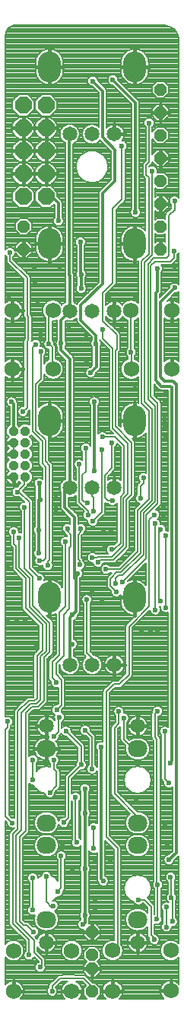
<source format=gbl>
G04 DipTrace 3.3.0.0*
G04 uPeaks.GBL*
%MOIN*%
G04 #@! TF.FileFunction,Copper,L2,Bot*
G04 #@! TF.Part,Single*
%AMOUTLINE0*
4,1,8,
0.008698,-0.021,
0.021,-0.008698,
0.021,0.008698,
0.008698,0.021,
-0.008698,0.021,
-0.021,0.008698,
-0.021,-0.008698,
-0.008698,-0.021,
0.008698,-0.021,
0*%
%AMOUTLINE3*
4,1,8,
-0.015325,0.037,
-0.037,0.015325,
-0.037,-0.015325,
-0.015325,-0.037,
0.015325,-0.037,
0.037,-0.015325,
0.037,0.015325,
0.015325,0.037,
-0.015325,0.037,
0*%
%AMOUTLINE6*
4,1,8,
-0.010769,-0.026,
-0.026,-0.010769,
-0.026,0.010769,
-0.010769,0.026,
0.010769,0.026,
0.026,0.010769,
0.026,-0.010769,
0.010769,-0.026,
-0.010769,-0.026,
0*%
%AMOUTLINE9*
4,1,8,
0.010769,0.026,
0.026,0.010769,
0.026,-0.010769,
0.010769,-0.026,
-0.010769,-0.026,
-0.026,-0.010769,
-0.026,0.010769,
-0.010769,0.026,
0.010769,0.026,
0*%
G04 #@! TA.AperFunction,Conductor*
%ADD14C,0.012*%
%ADD15C,0.0065*%
%ADD17C,0.006496*%
G04 #@! TA.AperFunction,CopperBalancing*
%ADD18C,0.008*%
%ADD19C,0.015*%
G04 #@! TA.AperFunction,ComponentPad*
%ADD35O,0.085X0.075*%
%ADD36C,0.065*%
%ADD42O,0.1X0.135*%
%ADD43C,0.069*%
G04 #@! TA.AperFunction,ViaPad*
%ADD44C,0.023622*%
G04 #@! TA.AperFunction,ComponentPad*
%ADD95OUTLINE0*%
%ADD98OUTLINE3*%
%ADD101OUTLINE6*%
%ADD104OUTLINE9*%
%FSLAX26Y26*%
G04*
G70*
G90*
G75*
G01*
G04 Bottom*
%LPD*%
X785449Y3154466D2*
D14*
X810063Y3179080D1*
Y3280811D1*
X808146D1*
Y3317773D1*
X742567Y3383352D1*
Y3449490D1*
X837441Y3544364D1*
Y3940478D1*
X891163Y3994200D1*
Y4131700D1*
X837441Y4185421D1*
Y4388164D1*
X793983Y4431622D1*
X557736Y2362870D2*
Y2465126D1*
Y2597575D1*
X559912D1*
Y2669200D1*
X564879Y2597575D2*
X559912D1*
X801070Y2722063D2*
Y3025896D1*
X438406D2*
X447626Y3016676D1*
Y2897224D1*
X693163Y1874200D2*
Y1958526D1*
Y2080310D1*
X705483Y2092630D1*
X720008Y2107155D1*
Y2260009D1*
X713301Y2253302D1*
Y2521731D1*
X671282Y2563749D1*
Y2649200D1*
X693163D1*
Y3214364D1*
X655504Y3252022D1*
Y3282066D1*
Y3382735D1*
X694840Y3422071D1*
Y3467360D1*
X693163D1*
Y3424200D1*
Y4199200D2*
X691163D1*
Y3581700D1*
X693163D1*
Y3424200D1*
X728739Y2274625D2*
Y2268740D1*
X720008Y2260009D1*
X704739Y1964770D2*
X698495Y1958526D1*
X693163D1*
X798867Y1160660D2*
D15*
Y1069314D1*
X623912Y1456887D2*
Y1417214D1*
X635448Y1405679D1*
Y1343407D1*
X606198Y1314158D1*
X620979Y817634D2*
X615121Y811776D1*
X591121Y835776D1*
Y946228D1*
X1068299Y2114512D2*
Y2492715D1*
X1089730Y2151942D2*
X1084898D1*
Y2453727D1*
X1092306Y2461135D1*
Y2467764D1*
X1113984Y2439692D2*
Y2124722D1*
X666689Y1182353D2*
X687446Y1203110D1*
Y1379545D1*
X743491Y1435589D1*
X531612Y1457743D2*
Y1369825D1*
X743491Y1435589D2*
Y1516747D1*
X676713Y1583525D1*
X531436Y798698D2*
Y939978D1*
X642020Y881085D2*
X656087Y895152D1*
Y1036555D1*
X994137Y844200D2*
X1020179D1*
X1049465Y814913D1*
Y690434D1*
X1063409Y676490D1*
Y670029D1*
X447626Y2797224D2*
Y2847224D1*
X772360Y2584281D2*
X766866Y2578786D1*
X748310Y2597343D1*
Y2705161D1*
X763303Y2720155D1*
Y2823370D1*
X773843Y2530139D2*
Y2548327D1*
X734374Y2587795D1*
Y2602528D1*
X735546D1*
Y2752411D1*
X794459Y2502789D2*
X834156Y2542486D1*
Y2816743D1*
X880459Y2593669D2*
X860207D1*
X847412Y2606465D1*
Y2704679D1*
X877929Y2735196D1*
Y2847154D1*
X991163Y1181200D2*
Y1208192D1*
X889732Y1309622D1*
Y1598406D1*
X908559Y1617232D1*
Y1669200D1*
X472744Y2430323D2*
Y2299125D1*
X516877Y2254992D1*
Y2127520D1*
X590500Y2053896D1*
Y1934539D1*
X565753Y1909793D1*
Y1721669D1*
X548274Y1704190D1*
X522152D1*
X482575Y1664613D1*
Y1150827D1*
X457764Y1126016D1*
Y745167D1*
X537521Y665409D1*
Y613163D1*
X570929Y579755D1*
Y549343D1*
X563912D1*
X447412Y2456700D2*
Y2403711D1*
X457648Y2393475D1*
Y2295350D1*
X499634Y2253365D1*
Y2123518D1*
X572924Y2050228D1*
Y1936455D1*
X550224Y1913756D1*
Y1728364D1*
X538917Y1717056D1*
X514354D1*
X466028Y1668730D1*
Y1154836D1*
X443260Y1132068D1*
Y740493D1*
X514886Y668867D1*
Y602367D1*
X852513Y2292175D2*
D17*
X913102D1*
X991163Y2370235D1*
Y2550971D1*
X1041163Y2600971D1*
Y2987950D1*
X1008361Y3020752D1*
Y3643525D1*
X1039946Y3675110D1*
Y4009184D1*
X1027492Y4021638D1*
Y4063671D1*
X1040984Y4077163D1*
Y4248409D1*
X897412Y2194200D2*
X872412Y2219200D1*
Y2250449D1*
X878663Y2256700D1*
Y2258232D1*
X899328Y2278898D1*
X918017D1*
X1003663Y2364543D1*
Y2544831D1*
X1053663Y2594831D1*
Y2994200D1*
X1022060Y3025802D1*
Y3636467D1*
X1054736Y3669143D1*
Y4037528D1*
X894871Y2229306D2*
Y2254249D1*
X906461Y2265839D1*
X924232D1*
X1016163Y2357769D1*
Y2538690D1*
X1066163Y2588690D1*
Y3006700D1*
X1036332Y3036530D1*
Y3630731D1*
X1060846Y3655245D1*
X1117156D1*
X1127144Y3665234D1*
Y3842417D1*
X1152877Y3868150D1*
Y3905689D1*
X923873Y2236470D2*
X1028663Y2341260D1*
Y2531700D1*
X1078663Y2581700D1*
Y3019200D1*
X1048890Y3048972D1*
Y3622781D1*
X1066680Y3640571D1*
X1134823D1*
X1150001Y3655749D1*
Y3688400D1*
X1117047Y725059D2*
D15*
Y812451D1*
X616163Y444200D2*
Y466097D1*
X650634Y500568D1*
X754249D1*
X791163Y463655D1*
Y442058D1*
X876871Y2378537D2*
X887399D1*
X916163Y2407301D1*
Y2611538D1*
X931537Y2626912D1*
Y2833718D1*
X892315Y2872940D1*
X836404D1*
X488487Y2983186D2*
X506402Y3001101D1*
Y3290959D1*
X511707Y3296265D1*
Y3399579D1*
X506402Y3404885D1*
Y3569491D1*
X431457Y3644436D1*
Y3680483D1*
X1139416Y853705D2*
Y940035D1*
X1135907Y943545D1*
X1139416Y853705D2*
Y851362D1*
X1143370Y847408D1*
Y748783D1*
X1074706Y758828D2*
X1079234Y763354D1*
Y909547D1*
X1084605D1*
X1075652Y918500D1*
Y1548264D1*
X1067020Y1556896D1*
Y1659112D1*
X1078894Y1670986D1*
X718748Y1293528D2*
Y1100587D1*
X723315Y1096021D1*
X761068Y1587070D2*
X791163Y1556975D1*
Y1417617D1*
X1110619Y1582584D2*
Y1373600D1*
X1127231Y1356988D1*
X589848Y3925650D2*
D14*
Y3931051D1*
X574525Y3946374D1*
X593362D1*
X643778Y3895958D1*
Y3819200D1*
X441663Y1181200D2*
D15*
X412520Y1210343D1*
Y1591139D1*
X421213Y1599832D1*
Y1625352D1*
X991163Y1506200D2*
X972276D1*
X930374Y1548101D1*
Y1641051D1*
X648241Y1644595D2*
X642925Y1639278D1*
Y1580795D1*
X623430Y1561302D1*
X817197Y2322875D2*
D17*
X827433Y2333112D1*
X885224D1*
X941163Y2389050D1*
Y2597077D1*
X964392Y2620307D1*
Y2848434D1*
X894068Y2918759D1*
Y3250467D1*
X899902Y3256301D1*
Y3319063D1*
X838147Y3380818D1*
Y3504324D1*
X882109Y3548286D1*
Y3872646D1*
X922616Y3913152D1*
Y4148008D1*
X792677Y2343841D2*
X810579D1*
X813066Y2346328D1*
X877143D1*
X928663Y2397848D1*
Y2604186D1*
X949323Y2624846D1*
Y2842121D1*
X880925Y2910518D1*
Y3260688D1*
X838667Y3302946D1*
Y3342416D1*
X791163Y2648924D2*
Y2613043D1*
X798551Y2605655D1*
Y2548087D1*
X741648Y2471020D2*
Y2455574D1*
X730700Y2444625D1*
Y2336039D1*
X737315Y2329424D1*
Y2311883D1*
X768815Y2159646D2*
Y1925976D1*
X791163Y1903629D1*
Y1873924D1*
X462913Y2631668D2*
D15*
X481694Y2650449D1*
X479655D1*
X493503Y2664297D1*
Y2695524D1*
X495203Y2697224D1*
X497626D1*
X462913Y2631668D2*
X472123D1*
X517487Y2586304D1*
Y2296077D1*
X560480Y2253084D1*
X962448Y3426286D2*
Y3244789D1*
X962869D1*
Y3170381D1*
X597070Y2308966D2*
Y2325472D1*
X603818Y2332221D1*
Y2655152D1*
X604335Y2655669D1*
Y2747835D1*
X586493Y2765676D1*
Y2859785D1*
X544547Y2901731D1*
Y3104793D1*
X566163Y3126408D1*
Y3246501D1*
X619457Y3426598D2*
X602140D1*
Y3280033D1*
X616319Y3265854D1*
Y3170693D1*
X619878D1*
X562434Y2329894D2*
X576966D1*
X587950Y2340878D1*
Y2740786D1*
X573445Y2755291D1*
Y2852983D1*
X530902Y2895526D1*
Y3266014D1*
X543119Y3278232D1*
X534280Y704955D2*
X533379Y704055D1*
X503785Y733650D1*
X491454D1*
X473776Y751328D1*
Y1120761D1*
X500042Y1147028D1*
Y1663286D1*
X528219Y1691463D1*
X554963D1*
X581112Y1717612D1*
Y1905852D1*
X605681Y1930421D1*
Y2057299D1*
X529915Y2133066D1*
Y2260824D1*
X494916Y2295823D1*
Y2565038D1*
X1065266Y2531700D2*
X1042402Y2508835D1*
Y2130836D1*
X952934Y2041369D1*
Y1830971D1*
X911214Y1789251D1*
X886214D1*
X853663Y1756700D1*
Y1119200D1*
X903663Y1069200D1*
Y645496D1*
X880470Y622303D1*
X1003799Y2603310D2*
Y2656836D1*
X1016163Y2669200D1*
Y2694200D1*
X683512Y2471722D2*
Y2458608D1*
X697106Y2445013D1*
Y2392850D1*
X690244Y2385988D1*
Y2206804D1*
X691654Y2205395D1*
Y2119535D1*
X667123Y2095005D1*
Y1914241D1*
X633039Y1880158D1*
Y1832478D1*
X657806Y1807711D1*
Y1697714D1*
X636180Y1676088D1*
X674295Y2414172D2*
Y2200285D1*
X675226Y2199354D1*
Y2130274D1*
X647772Y2102820D1*
Y1917402D1*
X616135Y1885765D1*
Y1816845D1*
X633831Y1799150D1*
Y1795724D1*
X981920Y3856700D2*
D14*
Y4337193D1*
X882349Y4436764D1*
X743207Y3523165D2*
Y3584085D1*
X740623D1*
Y3726719D1*
X1077816Y3610138D2*
Y3510865D1*
X1069837Y3502886D1*
Y3120954D1*
X1095954Y3094837D1*
X1135461D1*
X1141163Y3089135D1*
Y1452169D1*
X1132920Y1443927D1*
X830340Y1514673D2*
Y937133D1*
X840491Y926982D1*
X1153163Y3525556D2*
X1091163Y3463556D1*
Y3136083D1*
X1108820Y3118425D1*
X1143896D1*
X1160198Y3102123D1*
Y1050735D1*
X1128663Y1019200D1*
X759945Y981379D2*
Y776934D1*
Y744885D1*
X750870Y735810D1*
X759945Y981379D2*
Y1223550D1*
Y1331562D1*
D44*
X785449Y3154466D3*
X793983Y4431622D3*
X557736Y2465126D3*
Y2362870D3*
X559912Y2669200D3*
X564879Y2597575D3*
X801070Y3025896D3*
Y2722063D3*
X793983Y4431622D3*
X808146Y3280811D3*
X438406Y3025896D3*
X801070D3*
X728739Y2274625D3*
X705483Y2092630D3*
X704739Y1964770D3*
X655504Y3282066D3*
X798867Y1069314D3*
Y1160660D3*
X606198Y1314158D3*
X623912Y1456887D3*
X606198Y1314158D3*
X620979Y817634D3*
X591121Y946228D3*
X1068299Y2114512D3*
Y2492715D3*
X1089730Y2151942D3*
X1092306Y2467764D3*
X1113984Y2439692D3*
Y2124722D3*
X666689Y1182353D3*
X743491Y1435589D3*
X531612Y1457743D3*
Y1369825D3*
X676713Y1583525D3*
X531436Y798698D3*
Y939978D3*
X642020Y881085D3*
X656087Y1036555D3*
X994137Y844200D3*
X1063409Y670029D3*
X772360Y2584281D3*
X763303Y2823370D3*
X773843Y2530139D3*
X735546Y2752411D3*
X794459Y2502789D3*
X834156Y2816743D3*
X880459Y2593669D3*
X877929Y2847154D3*
X908559Y1669200D3*
X472744Y2430323D3*
X563912Y549343D3*
X447412Y2456700D3*
X514886Y602367D3*
X852513Y2292175D3*
X1040984Y4248409D3*
X897412Y2194200D3*
X1054736Y4037528D3*
X894871Y2229306D3*
X1152877Y3905689D3*
X923873Y2236470D3*
X1150001Y3688400D3*
X1117047Y725059D3*
Y812451D3*
X616163Y444200D3*
X876871Y2378537D3*
X836404Y2872940D3*
X488487Y2983186D3*
X431457Y3680483D3*
X1139416Y853705D3*
X1135907Y943545D3*
X1143370Y748783D3*
X1139416Y853705D3*
X1074706Y758828D3*
X1079234Y909547D3*
X1078894Y1670986D3*
X718748Y1293528D3*
X723315Y1096021D3*
X761068Y1587070D3*
X791163Y1417617D3*
X1110619Y1582584D3*
X1127231Y1356988D3*
X643778Y3819200D3*
X441663Y1181200D3*
X421213Y1625352D3*
D3*
X930374Y1641051D3*
X648241Y1644595D3*
X623430Y1561302D3*
X817197Y2322875D3*
X922616Y4148008D3*
X792677Y2343841D3*
X838667Y3342416D3*
X798551Y2548087D3*
X741648Y2471020D3*
X737315Y2311883D3*
X768815Y2159646D3*
X462913Y2631668D3*
X560480Y2253084D3*
X462913Y2631668D3*
X597070Y2308966D3*
X566163Y3246501D3*
X962448Y3244789D3*
X562434Y2329894D3*
X543119Y3278232D3*
X602140Y3280033D3*
X534280Y704955D3*
X494916Y2565038D3*
X1065266Y2531700D3*
X1003799Y2603310D3*
X1016163Y2694200D3*
X683512Y2471722D3*
X636180Y1676088D3*
X674295Y2414172D3*
X633831Y1795724D3*
X981920Y3856700D3*
X882349Y4436764D3*
X743207Y3523165D3*
X740623Y3726719D3*
X1077816Y3610138D3*
X1132920Y1443927D3*
X743207Y3584085D3*
X840491Y926982D3*
X830340Y1514673D3*
X1153163Y3525556D3*
X1128663Y1019200D3*
X759945Y981379D3*
Y776934D3*
X750870Y735810D3*
X759945Y1331562D3*
Y981379D3*
Y1223550D3*
X422412Y2069200D3*
X421071Y2252075D3*
X421039Y2306798D3*
X459912Y2069200D3*
X497412D3*
X547412Y1962950D3*
X803663Y800449D3*
Y844200D3*
X703663Y981700D3*
X803663Y1019200D3*
X872412D3*
X791163Y1331700D3*
Y1381700D3*
X984912Y1281700D3*
X1109912Y1175449D3*
X1122412Y1081700D3*
X1047412Y1125449D3*
X659912Y1081700D3*
X840217Y2457287D3*
X847119Y2391856D3*
X791163Y2200449D3*
X834912Y2156700D3*
X634912Y2619200D3*
X1103663Y2569200D3*
Y2525449D3*
X1046358Y2022218D3*
X634912Y2556700D3*
X875916Y2459306D3*
X1078532Y2020660D3*
X1006920Y2022736D3*
X1114344Y3067472D3*
X1110298Y3030056D3*
X1111310Y2992640D3*
X1112320Y2950168D3*
Y2913764D3*
X1113332Y2869268D3*
X982371Y3099268D3*
X922144Y3350673D3*
X986810Y3310913D3*
X766163Y3319200D3*
X566163D3*
X766163Y3206700D3*
X690043Y3343878D3*
X781303Y3537836D3*
X650361Y3620618D3*
X424888Y3609533D3*
X536680Y3606703D3*
X539982Y3542550D3*
X553663Y3469200D3*
X426776Y3494912D3*
X979904Y3489245D3*
X863984Y3479916D3*
X1153663Y3619200D3*
X1020576Y2302963D3*
X435340Y4669579D2*
D18*
X1133491D1*
X425840Y4661710D2*
X1145522D1*
X419684Y4653841D2*
X1153568D1*
X416043Y4645972D2*
X1159850D1*
X413684Y4638104D2*
X1163835D1*
X412310Y4630235D2*
X1167037D1*
X412215Y4622366D2*
X1168896D1*
X412215Y4614497D2*
X1169975D1*
X412215Y4606629D2*
X1169975D1*
X412215Y4598760D2*
X1169975D1*
X412215Y4590891D2*
X1169975D1*
X412215Y4583022D2*
X1169975D1*
X412215Y4575154D2*
X1169975D1*
X412215Y4567285D2*
X577475D1*
X630856D2*
X951475D1*
X1004856D2*
X1169975D1*
X412215Y4559416D2*
X564850D1*
X643482D2*
X938850D1*
X1017482D2*
X1169975D1*
X412215Y4551547D2*
X556756D1*
X651575D2*
X930756D1*
X1025575D2*
X1169975D1*
X412215Y4543679D2*
X551037D1*
X657278D2*
X925037D1*
X1031278D2*
X1169975D1*
X412200Y4535810D2*
X546975D1*
X661340D2*
X920975D1*
X1035340D2*
X1169991D1*
X412200Y4527941D2*
X544240D1*
X664091D2*
X918240D1*
X1038091D2*
X1169991D1*
X412200Y4520072D2*
X542616D1*
X665715D2*
X916616D1*
X1039715D2*
X1169991D1*
X412200Y4512203D2*
X542037D1*
X666278D2*
X916037D1*
X1040278D2*
X1169991D1*
X412200Y4504335D2*
X542037D1*
X666278D2*
X916037D1*
X1040278D2*
X1169991D1*
X412200Y4496466D2*
X542037D1*
X666278D2*
X916037D1*
X1040278D2*
X1169991D1*
X412200Y4488597D2*
X542037D1*
X666278D2*
X916037D1*
X1040278D2*
X1169991D1*
X412200Y4480728D2*
X542037D1*
X666278D2*
X916037D1*
X1040278D2*
X1169991D1*
X412200Y4472860D2*
X542163D1*
X666168D2*
X916163D1*
X1040168D2*
X1169991D1*
X412200Y4464991D2*
X543179D1*
X665154D2*
X917179D1*
X1039154D2*
X1169991D1*
X412200Y4457122D2*
X545256D1*
X663075D2*
X870568D1*
X894138D2*
X919256D1*
X1037075D2*
X1169991D1*
X412200Y4449253D2*
X548522D1*
X659794D2*
X778209D1*
X809762D2*
X862084D1*
X902622D2*
X922522D1*
X1033794D2*
X1169991D1*
X412200Y4441385D2*
X553240D1*
X655091D2*
X772209D1*
X815747D2*
X858881D1*
X905810D2*
X927240D1*
X1029091D2*
X1170007D1*
X412200Y4433516D2*
X559835D1*
X648497D2*
X770131D1*
X817840D2*
X858647D1*
X910887D2*
X933835D1*
X1022497D2*
X1170007D1*
X412200Y4425647D2*
X569396D1*
X638934D2*
X770835D1*
X825247D2*
X861272D1*
X918762D2*
X943396D1*
X1012934D2*
X1069037D1*
X1113294D2*
X1170007D1*
X412200Y4417778D2*
X586381D1*
X621950D2*
X774647D1*
X833122D2*
X868335D1*
X926622D2*
X960381D1*
X995950D2*
X1061163D1*
X1121168D2*
X1170007D1*
X412200Y4409909D2*
X785209D1*
X840997D2*
X883912D1*
X934497D2*
X1054179D1*
X1128154D2*
X1170007D1*
X412200Y4402041D2*
X798272D1*
X848856D2*
X891772D1*
X942371D2*
X1053037D1*
X1129278D2*
X1170007D1*
X412200Y4394172D2*
X806131D1*
X854482D2*
X899647D1*
X950231D2*
X1053037D1*
X1129278D2*
X1170007D1*
X412200Y4386303D2*
X814007D1*
X855559D2*
X907522D1*
X958106D2*
X1053037D1*
X1129278D2*
X1170007D1*
X412200Y4378434D2*
X819319D1*
X855559D2*
X915381D1*
X965966D2*
X1054209D1*
X1128122D2*
X1170007D1*
X412184Y4370566D2*
X465631D1*
X514059D2*
X565631D1*
X614059D2*
X819319D1*
X855559D2*
X923256D1*
X973840D2*
X1061224D1*
X1121106D2*
X1170007D1*
X412184Y4362697D2*
X457756D1*
X521934D2*
X557756D1*
X621934D2*
X819319D1*
X855559D2*
X931116D1*
X981715D2*
X1069084D1*
X1113231D2*
X1170007D1*
X412184Y4354828D2*
X449896D1*
X529810D2*
X549896D1*
X629810D2*
X819319D1*
X855559D2*
X938991D1*
X989575D2*
X1170007D1*
X412184Y4346959D2*
X442444D1*
X537262D2*
X542444D1*
X637262D2*
X819319D1*
X855559D2*
X946866D1*
X997028D2*
X1170007D1*
X412184Y4339091D2*
X440724D1*
X638966D2*
X819319D1*
X855559D2*
X954724D1*
X999934D2*
X1170022D1*
X412184Y4331222D2*
X440724D1*
X638966D2*
X819319D1*
X855559D2*
X962600D1*
X1000043D2*
X1077022D1*
X1105310D2*
X1170022D1*
X412184Y4323353D2*
X440724D1*
X638966D2*
X819319D1*
X855559D2*
X963803D1*
X1000043D2*
X1066740D1*
X1115591D2*
X1170022D1*
X412184Y4315484D2*
X440724D1*
X638966D2*
X819319D1*
X855559D2*
X963803D1*
X1000043D2*
X1058866D1*
X1123450D2*
X1170022D1*
X412184Y4307616D2*
X441053D1*
X638638D2*
X819319D1*
X855559D2*
X963803D1*
X1000043D2*
X1053350D1*
X1128966D2*
X1170022D1*
X412184Y4299747D2*
X446616D1*
X533075D2*
X546616D1*
X633075D2*
X819319D1*
X855559D2*
X963803D1*
X1000043D2*
X1053037D1*
X1129278D2*
X1170022D1*
X412184Y4291878D2*
X454491D1*
X525215D2*
X554491D1*
X625215D2*
X819319D1*
X855559D2*
X963803D1*
X1000043D2*
X1053037D1*
X1129278D2*
X1170022D1*
X412184Y4284009D2*
X462350D1*
X517340D2*
X562350D1*
X617340D2*
X819319D1*
X855559D2*
X963803D1*
X1000043D2*
X1053037D1*
X1129278D2*
X1170022D1*
X412184Y4276140D2*
X819319D1*
X855559D2*
X963803D1*
X1000043D2*
X1055709D1*
X1126622D2*
X1170022D1*
X412184Y4268272D2*
X463335D1*
X516356D2*
X563335D1*
X616356D2*
X819319D1*
X855559D2*
X963803D1*
X1000043D2*
X1028335D1*
X1053638D2*
X1063507D1*
X1118810D2*
X1170022D1*
X412184Y4260403D2*
X455459D1*
X524231D2*
X555459D1*
X624231D2*
X819319D1*
X855559D2*
X963803D1*
X1000043D2*
X1020412D1*
X1061559D2*
X1071381D1*
X1110950D2*
X1170022D1*
X412184Y4252534D2*
X447600D1*
X532091D2*
X547600D1*
X632091D2*
X819319D1*
X855559D2*
X963803D1*
X1000043D2*
X1017428D1*
X1064543D2*
X1170022D1*
X412184Y4244665D2*
X441350D1*
X638356D2*
X819319D1*
X855559D2*
X963803D1*
X1000043D2*
X1017366D1*
X1064606D2*
X1170037D1*
X412184Y4236797D2*
X440724D1*
X638966D2*
X669850D1*
X716466D2*
X768319D1*
X814012D2*
X819319D1*
X855559D2*
X865850D1*
X912466D2*
X963803D1*
X1000043D2*
X1020179D1*
X1061794D2*
X1170037D1*
X412184Y4228928D2*
X440724D1*
X638966D2*
X660163D1*
X726154D2*
X758428D1*
X922154D2*
X963803D1*
X1000043D2*
X1025616D1*
X1056356D2*
X1072381D1*
X1109934D2*
X1170037D1*
X412184Y4221059D2*
X440724D1*
X638966D2*
X654381D1*
X731934D2*
X752537D1*
X927934D2*
X963803D1*
X1000043D2*
X1025616D1*
X1056356D2*
X1064444D1*
X1117887D2*
X1170037D1*
X412168Y4213190D2*
X440724D1*
X638966D2*
X650835D1*
X735497D2*
X748928D1*
X931497D2*
X963803D1*
X1000043D2*
X1025616D1*
X1125747D2*
X1170037D1*
X412168Y4205322D2*
X441896D1*
X537810D2*
X541900D1*
X637810D2*
X648975D1*
X737356D2*
X747007D1*
X933356D2*
X963803D1*
X1000043D2*
X1025616D1*
X1129278D2*
X1170037D1*
X412168Y4197453D2*
X448912D1*
X530778D2*
X548912D1*
X630778D2*
X648584D1*
X737747D2*
X746568D1*
X933747D2*
X963803D1*
X1000043D2*
X1025616D1*
X1129278D2*
X1170037D1*
X412168Y4189584D2*
X456772D1*
X522919D2*
X556772D1*
X622919D2*
X649616D1*
X736715D2*
X747553D1*
X932715D2*
X963803D1*
X1000043D2*
X1025616D1*
X1129278D2*
X1170037D1*
X412168Y4181715D2*
X464647D1*
X515043D2*
X564647D1*
X615043D2*
X652179D1*
X734138D2*
X750068D1*
X930138D2*
X963803D1*
X1000043D2*
X1025616D1*
X1129154D2*
X1170037D1*
X412168Y4173846D2*
X472053D1*
X507638D2*
X572053D1*
X607638D2*
X656616D1*
X729700D2*
X754428D1*
X925700D2*
X963803D1*
X1000043D2*
X1025616D1*
X1124387D2*
X1170037D1*
X412168Y4165978D2*
X461037D1*
X518654D2*
X561037D1*
X618654D2*
X663787D1*
X722543D2*
X761475D1*
X820856D2*
X831584D1*
X937982D2*
X963803D1*
X1000043D2*
X1025616D1*
X1056356D2*
X1065803D1*
X1116512D2*
X1170037D1*
X412168Y4158109D2*
X453179D1*
X526528D2*
X553179D1*
X626528D2*
X673037D1*
X709278D2*
X774412D1*
X807903D2*
X839459D1*
X944231D2*
X963803D1*
X1000043D2*
X1025616D1*
X1056356D2*
X1074459D1*
X1107856D2*
X1170037D1*
X412168Y4150240D2*
X445303D1*
X534387D2*
X545303D1*
X634387D2*
X673037D1*
X709278D2*
X847335D1*
X946434D2*
X963803D1*
X1000043D2*
X1025616D1*
X1056356D2*
X1170037D1*
X412168Y4142371D2*
X440819D1*
X638887D2*
X673037D1*
X709278D2*
X855194D1*
X945856D2*
X963803D1*
X1000043D2*
X1025616D1*
X1056356D2*
X1170053D1*
X412168Y4134503D2*
X440724D1*
X638966D2*
X673037D1*
X709278D2*
X863068D1*
X942200D2*
X963803D1*
X1000043D2*
X1025616D1*
X1056356D2*
X1170053D1*
X412168Y4126634D2*
X440724D1*
X638966D2*
X673037D1*
X709278D2*
X782507D1*
X799825D2*
X870928D1*
X937982D2*
X963803D1*
X1000043D2*
X1025616D1*
X1056356D2*
X1070022D1*
X1112310D2*
X1170053D1*
X412168Y4118765D2*
X440724D1*
X638966D2*
X673037D1*
X709278D2*
X757194D1*
X825138D2*
X873037D1*
X937982D2*
X963803D1*
X1000043D2*
X1025616D1*
X1056356D2*
X1062144D1*
X1120168D2*
X1170053D1*
X412168Y4110896D2*
X440724D1*
X638966D2*
X673037D1*
X709278D2*
X745475D1*
X836856D2*
X873037D1*
X937982D2*
X963803D1*
X1000043D2*
X1025616D1*
X1127606D2*
X1170053D1*
X412168Y4103028D2*
X443396D1*
X536310D2*
X543396D1*
X636310D2*
X673037D1*
X709278D2*
X737381D1*
X844934D2*
X873037D1*
X937982D2*
X963803D1*
X1000043D2*
X1025616D1*
X1129278D2*
X1170053D1*
X412168Y4095159D2*
X451209D1*
X528497D2*
X551209D1*
X628497D2*
X673037D1*
X709278D2*
X731428D1*
X850903D2*
X873037D1*
X937982D2*
X963803D1*
X1000043D2*
X1025616D1*
X1129278D2*
X1170053D1*
X412168Y4087290D2*
X459068D1*
X520622D2*
X559068D1*
X620622D2*
X673037D1*
X709278D2*
X726991D1*
X855340D2*
X873037D1*
X937982D2*
X963803D1*
X1000043D2*
X1025616D1*
X1129278D2*
X1170053D1*
X412168Y4079421D2*
X467163D1*
X512528D2*
X567163D1*
X612528D2*
X673037D1*
X709278D2*
X723756D1*
X858575D2*
X873037D1*
X937982D2*
X963803D1*
X1000043D2*
X1021835D1*
X1128543D2*
X1170053D1*
X412168Y4071553D2*
X466724D1*
X512966D2*
X566724D1*
X612966D2*
X673037D1*
X709278D2*
X721568D1*
X860747D2*
X873037D1*
X937982D2*
X963803D1*
X1000043D2*
X1014444D1*
X1055231D2*
X1060224D1*
X1122091D2*
X1170053D1*
X412168Y4063684D2*
X458740D1*
X520950D2*
X558740D1*
X620950D2*
X673037D1*
X709278D2*
X720335D1*
X861997D2*
X873037D1*
X937982D2*
X963803D1*
X1000043D2*
X1012131D1*
X1048903D2*
X1068100D1*
X1114231D2*
X1170053D1*
X412168Y4055815D2*
X450881D1*
X528810D2*
X550881D1*
X628810D2*
X673037D1*
X709278D2*
X719991D1*
X862325D2*
X873037D1*
X937982D2*
X963803D1*
X1000043D2*
X1012131D1*
X1069700D2*
X1170053D1*
X412154Y4047946D2*
X443131D1*
X536559D2*
X543131D1*
X636559D2*
X673037D1*
X709278D2*
X720537D1*
X861794D2*
X873037D1*
X937982D2*
X963803D1*
X1000043D2*
X1012131D1*
X1076184D2*
X1170053D1*
X412154Y4040077D2*
X440724D1*
X638966D2*
X673037D1*
X709278D2*
X721975D1*
X860340D2*
X873037D1*
X937982D2*
X963803D1*
X1000043D2*
X1012131D1*
X1078528D2*
X1170068D1*
X412154Y4032209D2*
X440724D1*
X638966D2*
X673037D1*
X709278D2*
X724381D1*
X857934D2*
X873037D1*
X937982D2*
X963803D1*
X1000043D2*
X1012131D1*
X1078043D2*
X1170068D1*
X412154Y4024340D2*
X440724D1*
X638966D2*
X673037D1*
X709278D2*
X727866D1*
X854450D2*
X873037D1*
X937982D2*
X963803D1*
X1000043D2*
X1012131D1*
X1114606D2*
X1170068D1*
X412154Y4016471D2*
X440724D1*
X638966D2*
X673037D1*
X709278D2*
X732616D1*
X849700D2*
X873037D1*
X937982D2*
X963803D1*
X1000043D2*
X1013068D1*
X1122466D2*
X1170068D1*
X412154Y4008602D2*
X440866D1*
X638840D2*
X673037D1*
X709278D2*
X738991D1*
X843340D2*
X873037D1*
X937982D2*
X963803D1*
X1000043D2*
X1019131D1*
X1128684D2*
X1170068D1*
X412154Y4000734D2*
X445631D1*
X534059D2*
X545631D1*
X634059D2*
X673037D1*
X709278D2*
X747694D1*
X834638D2*
X872396D1*
X937982D2*
X963803D1*
X1000043D2*
X1024584D1*
X1129278D2*
X1170068D1*
X412154Y3992865D2*
X453491D1*
X526200D2*
X553491D1*
X626200D2*
X673037D1*
X709278D2*
X760740D1*
X821591D2*
X864537D1*
X937982D2*
X963803D1*
X1000043D2*
X1024584D1*
X1129278D2*
X1170068D1*
X412154Y3984996D2*
X461366D1*
X518325D2*
X561366D1*
X618325D2*
X673037D1*
X709278D2*
X856663D1*
X937982D2*
X963803D1*
X1000043D2*
X1024584D1*
X1129278D2*
X1170068D1*
X412154Y3977127D2*
X673037D1*
X709278D2*
X848803D1*
X937982D2*
X963803D1*
X1000043D2*
X1024584D1*
X1127371D2*
X1170068D1*
X412154Y3969259D2*
X464319D1*
X515371D2*
X564319D1*
X615371D2*
X673037D1*
X709278D2*
X840928D1*
X937982D2*
X963803D1*
X1000043D2*
X1024584D1*
X1119794D2*
X1170068D1*
X412154Y3961390D2*
X456459D1*
X523247D2*
X556459D1*
X623247D2*
X673037D1*
X709278D2*
X833053D1*
X937982D2*
X963803D1*
X1000043D2*
X1024584D1*
X1111934D2*
X1170068D1*
X412154Y3953521D2*
X448584D1*
X531106D2*
X548584D1*
X631106D2*
X673037D1*
X709278D2*
X825194D1*
X937982D2*
X963803D1*
X1000043D2*
X1024584D1*
X1070106D2*
X1170068D1*
X412154Y3945652D2*
X441740D1*
X637950D2*
X673037D1*
X709278D2*
X820116D1*
X937982D2*
X963803D1*
X1000043D2*
X1024584D1*
X1070106D2*
X1170084D1*
X412154Y3937783D2*
X440724D1*
X638966D2*
X673037D1*
X709278D2*
X819319D1*
X937982D2*
X963803D1*
X1000043D2*
X1024584D1*
X1070106D2*
X1170084D1*
X412154Y3929915D2*
X440724D1*
X638966D2*
X673037D1*
X709278D2*
X819319D1*
X937982D2*
X963803D1*
X1000043D2*
X1024584D1*
X1108543D2*
X1170084D1*
X412154Y3922046D2*
X440724D1*
X642982D2*
X673037D1*
X709278D2*
X819319D1*
X937982D2*
X963803D1*
X1000043D2*
X1024584D1*
X1116887D2*
X1135724D1*
X412154Y3914177D2*
X440724D1*
X650856D2*
X673037D1*
X709278D2*
X819319D1*
X937982D2*
X963803D1*
X1000043D2*
X1024584D1*
X1124762D2*
X1130553D1*
X412154Y3906308D2*
X441459D1*
X658466D2*
X673037D1*
X709278D2*
X819319D1*
X936278D2*
X963803D1*
X1000043D2*
X1024584D1*
X412154Y3898440D2*
X447928D1*
X531778D2*
X547928D1*
X661715D2*
X673037D1*
X709278D2*
X819319D1*
X929310D2*
X963803D1*
X1000043D2*
X1024584D1*
X412154Y3890571D2*
X455787D1*
X523903D2*
X555787D1*
X661903D2*
X673037D1*
X709278D2*
X819319D1*
X921434D2*
X963803D1*
X1000043D2*
X1024584D1*
X1129278D2*
X1134568D1*
X412138Y3882702D2*
X463663D1*
X516028D2*
X563663D1*
X616028D2*
X625663D1*
X661903D2*
X673037D1*
X709278D2*
X819319D1*
X913575D2*
X963803D1*
X1000043D2*
X1024584D1*
X1129262D2*
X1137507D1*
X412138Y3874833D2*
X625663D1*
X661903D2*
X673037D1*
X709278D2*
X819319D1*
X905700D2*
X963803D1*
X1000043D2*
X1024584D1*
X1125371D2*
X1137507D1*
X412138Y3866965D2*
X625663D1*
X661903D2*
X673037D1*
X709278D2*
X819319D1*
X897825D2*
X960396D1*
X1003450D2*
X1024584D1*
X1117512D2*
X1130287D1*
X412138Y3859096D2*
X625663D1*
X661903D2*
X673037D1*
X709278D2*
X819319D1*
X897482D2*
X958116D1*
X1005731D2*
X1024584D1*
X1109466D2*
X1122428D1*
X412138Y3851227D2*
X625663D1*
X661903D2*
X673037D1*
X709278D2*
X819319D1*
X897482D2*
X958647D1*
X1005200D2*
X1024584D1*
X1070106D2*
X1114740D1*
X412138Y3843358D2*
X625663D1*
X661903D2*
X673037D1*
X709278D2*
X819319D1*
X897482D2*
X962224D1*
X1001622D2*
X1024584D1*
X1070106D2*
X1111803D1*
X412138Y3835490D2*
X625663D1*
X661903D2*
X673037D1*
X709278D2*
X819319D1*
X897482D2*
X971896D1*
X991950D2*
X1024584D1*
X1070106D2*
X1111772D1*
X412138Y3827621D2*
X471007D1*
X511325D2*
X621428D1*
X666122D2*
X673037D1*
X709278D2*
X819319D1*
X897482D2*
X1024584D1*
X412138Y3819752D2*
X463131D1*
X519184D2*
X619850D1*
X667700D2*
X673037D1*
X709278D2*
X819319D1*
X897482D2*
X1024584D1*
X412138Y3811883D2*
X455396D1*
X526919D2*
X621037D1*
X666528D2*
X673037D1*
X709278D2*
X819319D1*
X897482D2*
X1024584D1*
X412138Y3804014D2*
X453037D1*
X529278D2*
X625522D1*
X662028D2*
X673037D1*
X709278D2*
X819319D1*
X897482D2*
X1024584D1*
X412138Y3796146D2*
X453037D1*
X529278D2*
X588319D1*
X620012D2*
X641084D1*
X646463D2*
X673037D1*
X709278D2*
X819319D1*
X897482D2*
X962319D1*
X994012D2*
X1024584D1*
X412138Y3788277D2*
X453037D1*
X529278D2*
X570194D1*
X638122D2*
X673037D1*
X709278D2*
X819319D1*
X897482D2*
X944194D1*
X1012122D2*
X1024584D1*
X412138Y3780408D2*
X453459D1*
X528871D2*
X560350D1*
X647966D2*
X673037D1*
X709278D2*
X819319D1*
X897482D2*
X934350D1*
X412138Y3772539D2*
X459240D1*
X523075D2*
X553600D1*
X654715D2*
X673037D1*
X709278D2*
X819319D1*
X897482D2*
X927600D1*
X412138Y3764671D2*
X467116D1*
X515215D2*
X548787D1*
X659528D2*
X673037D1*
X709278D2*
X819319D1*
X897482D2*
X922787D1*
X412138Y3756802D2*
X545428D1*
X662887D2*
X673037D1*
X709278D2*
X819319D1*
X897482D2*
X919428D1*
X1070106D2*
X1111772D1*
X412138Y3748933D2*
X543272D1*
X665043D2*
X673037D1*
X709278D2*
X733381D1*
X747871D2*
X819319D1*
X897482D2*
X917272D1*
X1070106D2*
X1111772D1*
X412138Y3741064D2*
X542194D1*
X666122D2*
X673037D1*
X709278D2*
X721679D1*
X759575D2*
X819319D1*
X897482D2*
X916194D1*
X1070106D2*
X1111772D1*
X412138Y3733196D2*
X542037D1*
X666278D2*
X673037D1*
X709278D2*
X717616D1*
X763622D2*
X819319D1*
X897482D2*
X916037D1*
X1070106D2*
X1111772D1*
X412138Y3725327D2*
X468709D1*
X513606D2*
X542037D1*
X666278D2*
X673037D1*
X709278D2*
X716740D1*
X764512D2*
X819319D1*
X897482D2*
X916037D1*
X412122Y3717458D2*
X460850D1*
X521482D2*
X542037D1*
X666278D2*
X673037D1*
X709278D2*
X718631D1*
X762622D2*
X819319D1*
X897482D2*
X916037D1*
X412122Y3709589D2*
X454022D1*
X528294D2*
X542037D1*
X666278D2*
X673037D1*
X709278D2*
X722507D1*
X758747D2*
X819319D1*
X897482D2*
X916037D1*
X412122Y3701721D2*
X421491D1*
X441419D2*
X453037D1*
X529278D2*
X542037D1*
X666278D2*
X673037D1*
X709278D2*
X722507D1*
X758747D2*
X819319D1*
X897482D2*
X916037D1*
X529278Y3693852D2*
X542553D1*
X665778D2*
X673037D1*
X709278D2*
X722507D1*
X758747D2*
X819319D1*
X897482D2*
X916553D1*
X529278Y3685983D2*
X544084D1*
X664231D2*
X673037D1*
X709278D2*
X722507D1*
X758747D2*
X819319D1*
X897482D2*
X918084D1*
X527950Y3678114D2*
X546756D1*
X661559D2*
X673037D1*
X709278D2*
X722507D1*
X758747D2*
X819319D1*
X897482D2*
X920756D1*
X452997Y3670245D2*
X461537D1*
X520794D2*
X550724D1*
X657606D2*
X673037D1*
X709278D2*
X722507D1*
X758747D2*
X819319D1*
X897482D2*
X924724D1*
X1165371D2*
X1170129D1*
X446825Y3662377D2*
X469412D1*
X512919D2*
X556319D1*
X652012D2*
X673037D1*
X709278D2*
X722507D1*
X758747D2*
X819319D1*
X897482D2*
X930319D1*
X1165371D2*
X1170129D1*
X446825Y3654508D2*
X564209D1*
X644122D2*
X673037D1*
X709278D2*
X722507D1*
X758747D2*
X819319D1*
X897482D2*
X938209D1*
X1165310D2*
X1170129D1*
X450654Y3646639D2*
X576366D1*
X631950D2*
X673037D1*
X709278D2*
X722507D1*
X758747D2*
X819319D1*
X897482D2*
X950366D1*
X1162168D2*
X1170131D1*
X412122Y3638770D2*
X417240D1*
X458528D2*
X673037D1*
X709278D2*
X722507D1*
X758747D2*
X819319D1*
X897482D2*
X992991D1*
X1154419D2*
X1170131D1*
X412122Y3630902D2*
X423584D1*
X466403D2*
X673037D1*
X709278D2*
X722507D1*
X758747D2*
X819319D1*
X897482D2*
X992991D1*
X1146559D2*
X1170131D1*
X412122Y3623033D2*
X431459D1*
X474262D2*
X673037D1*
X709278D2*
X722507D1*
X758747D2*
X819319D1*
X897482D2*
X992991D1*
X1097825D2*
X1170131D1*
X412122Y3615164D2*
X439319D1*
X482138D2*
X673037D1*
X709278D2*
X722507D1*
X758747D2*
X819319D1*
X897482D2*
X992991D1*
X1101200D2*
X1170131D1*
X412122Y3607295D2*
X447194D1*
X489997D2*
X673037D1*
X709278D2*
X722507D1*
X758747D2*
X819319D1*
X897482D2*
X992991D1*
X1101575D2*
X1170131D1*
X412122Y3599427D2*
X455053D1*
X497871D2*
X673037D1*
X709278D2*
X722507D1*
X761325D2*
X819319D1*
X897482D2*
X992991D1*
X1099122D2*
X1170131D1*
X412122Y3591558D2*
X462928D1*
X505747D2*
X673037D1*
X709278D2*
X720522D1*
X765903D2*
X819319D1*
X897482D2*
X992991D1*
X1095934D2*
X1170131D1*
X412122Y3583689D2*
X470803D1*
X513606D2*
X673037D1*
X711168D2*
X719287D1*
X767138D2*
X819319D1*
X897482D2*
X992991D1*
X1095934D2*
X1170131D1*
X412122Y3575820D2*
X478663D1*
X520325D2*
X674068D1*
X711278D2*
X720803D1*
X765606D2*
X819319D1*
X897482D2*
X992991D1*
X1095934D2*
X1170131D1*
X412122Y3567951D2*
X486537D1*
X521778D2*
X675037D1*
X711278D2*
X725084D1*
X761325D2*
X819319D1*
X897482D2*
X992991D1*
X1095934D2*
X1170131D1*
X412122Y3560083D2*
X491037D1*
X521778D2*
X675037D1*
X711278D2*
X725084D1*
X761325D2*
X819319D1*
X897482D2*
X992991D1*
X1095934D2*
X1170131D1*
X412106Y3552214D2*
X491037D1*
X521778D2*
X675037D1*
X711278D2*
X725084D1*
X761325D2*
X819319D1*
X897482D2*
X992991D1*
X1095934D2*
X1170147D1*
X412106Y3544345D2*
X491037D1*
X521778D2*
X675037D1*
X711278D2*
X725084D1*
X761325D2*
X812131D1*
X896934D2*
X992991D1*
X1095934D2*
X1138866D1*
X412106Y3536476D2*
X491037D1*
X521778D2*
X675037D1*
X711278D2*
X723491D1*
X762919D2*
X804256D1*
X891700D2*
X992991D1*
X1095934D2*
X1131975D1*
X412106Y3528608D2*
X491037D1*
X521778D2*
X675037D1*
X711278D2*
X719928D1*
X766497D2*
X796396D1*
X883840D2*
X992991D1*
X1095934D2*
X1129428D1*
X412106Y3520739D2*
X491037D1*
X521778D2*
X675037D1*
X711278D2*
X719396D1*
X767012D2*
X788522D1*
X875966D2*
X992991D1*
X1095934D2*
X1123053D1*
X412106Y3512870D2*
X491037D1*
X521778D2*
X675037D1*
X711278D2*
X721694D1*
X764715D2*
X780647D1*
X868091D2*
X992991D1*
X1095934D2*
X1115179D1*
X412106Y3505001D2*
X491037D1*
X521778D2*
X675037D1*
X711278D2*
X728084D1*
X758325D2*
X772787D1*
X860231D2*
X992991D1*
X1094919D2*
X1107319D1*
X1164575D2*
X1170147D1*
X412106Y3497133D2*
X491037D1*
X521778D2*
X675037D1*
X711278D2*
X764912D1*
X853512D2*
X992991D1*
X1089371D2*
X1099444D1*
X1150028D2*
X1170147D1*
X412106Y3489264D2*
X491037D1*
X521778D2*
X675037D1*
X711278D2*
X757053D1*
X853512D2*
X992991D1*
X1142168D2*
X1170147D1*
X412106Y3481395D2*
X491037D1*
X521778D2*
X675037D1*
X711278D2*
X749179D1*
X853512D2*
X992991D1*
X1134294D2*
X1170147D1*
X412106Y3473526D2*
X491037D1*
X521778D2*
X675037D1*
X711825D2*
X741303D1*
X853512D2*
X992991D1*
X1126434D2*
X1170147D1*
X412106Y3465658D2*
X418021D1*
X466559D2*
X491037D1*
X521778D2*
X594694D1*
X644215D2*
X675037D1*
X712966D2*
X733444D1*
X853512D2*
X874179D1*
X904154D2*
X938209D1*
X986684D2*
X992991D1*
X1164825D2*
X1170148D1*
X476387Y3457789D2*
X491037D1*
X521778D2*
X585084D1*
X653825D2*
X664224D1*
X722106D2*
X726568D1*
X853512D2*
X860224D1*
X918106D2*
X928381D1*
X482356Y3449920D2*
X491037D1*
X521778D2*
X579209D1*
X486122Y3442051D2*
X491037D1*
X521778D2*
X575522D1*
X521778Y3434182D2*
X573475D1*
X521778Y3426314D2*
X572835D1*
X521778Y3418445D2*
X573568D1*
X486122Y3410576D2*
X491037D1*
X522122D2*
X575724D1*
X482371Y3402707D2*
X491194D1*
X526731D2*
X579553D1*
X476403Y3394839D2*
X495053D1*
X527075D2*
X585631D1*
X922497D2*
X928319D1*
X412091Y3386970D2*
X417991D1*
X466591D2*
X496335D1*
X527075D2*
X586772D1*
X717075D2*
X724444D1*
X853512D2*
X865256D1*
X913075D2*
X938116D1*
X986778D2*
X992991D1*
X1109278D2*
X1116272D1*
X1163778D2*
X1170163D1*
X412091Y3379101D2*
X496335D1*
X527075D2*
X586772D1*
X617512D2*
X637381D1*
X677168D2*
X724975D1*
X861262D2*
X947084D1*
X977825D2*
X992991D1*
X1109278D2*
X1170163D1*
X412091Y3371232D2*
X496335D1*
X527075D2*
X586772D1*
X617512D2*
X637381D1*
X673622D2*
X729396D1*
X869138D2*
X947084D1*
X977825D2*
X992991D1*
X1109278D2*
X1170163D1*
X412091Y3363364D2*
X496335D1*
X527075D2*
X586772D1*
X617512D2*
X637381D1*
X673622D2*
X737256D1*
X876997D2*
X947084D1*
X977825D2*
X992991D1*
X1109278D2*
X1170163D1*
X412091Y3355495D2*
X496335D1*
X527075D2*
X586772D1*
X617512D2*
X637381D1*
X673622D2*
X745131D1*
X884871D2*
X947084D1*
X977825D2*
X992991D1*
X1109278D2*
X1170179D1*
X412091Y3347626D2*
X496335D1*
X527075D2*
X586772D1*
X617512D2*
X637381D1*
X673622D2*
X752991D1*
X892747D2*
X947084D1*
X977825D2*
X992991D1*
X1109278D2*
X1170179D1*
X412091Y3339757D2*
X496335D1*
X527075D2*
X586772D1*
X617512D2*
X637381D1*
X673622D2*
X760866D1*
X900606D2*
X947084D1*
X977825D2*
X992991D1*
X1109278D2*
X1170179D1*
X412091Y3331888D2*
X496335D1*
X527075D2*
X586772D1*
X617512D2*
X637381D1*
X673622D2*
X768740D1*
X908482D2*
X947084D1*
X977825D2*
X992991D1*
X1109278D2*
X1170179D1*
X412091Y3324020D2*
X496335D1*
X527075D2*
X586772D1*
X617512D2*
X637381D1*
X673622D2*
X776600D1*
X914403D2*
X947084D1*
X977825D2*
X992991D1*
X1109278D2*
X1170179D1*
X412091Y3316151D2*
X496335D1*
X527075D2*
X586772D1*
X617512D2*
X637381D1*
X673622D2*
X784475D1*
X915262D2*
X947084D1*
X977825D2*
X992991D1*
X1109278D2*
X1170179D1*
X412091Y3308282D2*
X496335D1*
X527075D2*
X586772D1*
X617512D2*
X637381D1*
X673622D2*
X790022D1*
X915262D2*
X947084D1*
X977825D2*
X992991D1*
X1109278D2*
X1170179D1*
X412091Y3300413D2*
X494522D1*
X527075D2*
X535756D1*
X550482D2*
X586772D1*
X617512D2*
X637381D1*
X673622D2*
X790022D1*
X915262D2*
X947084D1*
X977825D2*
X992991D1*
X1109278D2*
X1170179D1*
X412091Y3292545D2*
X491116D1*
X562091D2*
X581881D1*
X622403D2*
X634084D1*
X676919D2*
X787412D1*
X915262D2*
X947084D1*
X977825D2*
X992991D1*
X1109278D2*
X1170179D1*
X412091Y3284676D2*
X491037D1*
X566138D2*
X578679D1*
X625606D2*
X631724D1*
X679294D2*
X784537D1*
X915262D2*
X947084D1*
X977825D2*
X992991D1*
X1109278D2*
X1170179D1*
X412091Y3276807D2*
X491037D1*
X567012D2*
X578428D1*
X626778D2*
X632179D1*
X678825D2*
X784568D1*
X831731D2*
X843396D1*
X915262D2*
X947084D1*
X977825D2*
X992991D1*
X1109278D2*
X1170179D1*
X412091Y3268938D2*
X491037D1*
X572591D2*
X581037D1*
X631356D2*
X635663D1*
X675356D2*
X787491D1*
X828794D2*
X851272D1*
X915262D2*
X947084D1*
X977825D2*
X992991D1*
X1109278D2*
X1170179D1*
X412091Y3261070D2*
X491037D1*
X631684D2*
X637381D1*
X673622D2*
X791944D1*
X828184D2*
X859147D1*
X915262D2*
X945209D1*
X979684D2*
X992991D1*
X1109278D2*
X1170179D1*
X412091Y3253201D2*
X491037D1*
X589106D2*
X600944D1*
X631684D2*
X637381D1*
X679622D2*
X791944D1*
X828184D2*
X865553D1*
X914934D2*
X940100D1*
X984794D2*
X992991D1*
X1109278D2*
X1170194D1*
X412091Y3245332D2*
X491037D1*
X590059D2*
X600944D1*
X631684D2*
X638724D1*
X687482D2*
X791944D1*
X828184D2*
X865553D1*
X910340D2*
X938522D1*
X986371D2*
X992991D1*
X1109278D2*
X1170194D1*
X412091Y3237463D2*
X491037D1*
X588262D2*
X600944D1*
X631684D2*
X644772D1*
X695356D2*
X791944D1*
X828184D2*
X865553D1*
X909434D2*
X939709D1*
X985184D2*
X992991D1*
X1109278D2*
X1170194D1*
X412075Y3229595D2*
X491037D1*
X582747D2*
X600944D1*
X631684D2*
X652631D1*
X703231D2*
X791944D1*
X828184D2*
X865553D1*
X909434D2*
X944209D1*
X980684D2*
X992991D1*
X1109278D2*
X1170194D1*
X412075Y3221726D2*
X491037D1*
X581528D2*
X600944D1*
X631684D2*
X660507D1*
X709638D2*
X791944D1*
X828184D2*
X865553D1*
X909434D2*
X947507D1*
X978231D2*
X992991D1*
X1109278D2*
X1170194D1*
X412075Y3213857D2*
X427116D1*
X457482D2*
X491037D1*
X581528D2*
X600944D1*
X636043D2*
X668381D1*
X711278D2*
X791944D1*
X828184D2*
X865553D1*
X909434D2*
X947507D1*
X978231D2*
X992991D1*
X1109278D2*
X1123912D1*
X1156154D2*
X1170194D1*
X471903Y3205988D2*
X491037D1*
X581528D2*
X589866D1*
X649903D2*
X675037D1*
X711278D2*
X791944D1*
X828184D2*
X865553D1*
X909434D2*
X933224D1*
X479543Y3198119D2*
X491037D1*
X657387D2*
X675037D1*
X711278D2*
X791944D1*
X828184D2*
X865553D1*
X909434D2*
X925600D1*
X484371Y3190251D2*
X491037D1*
X662122D2*
X675037D1*
X711278D2*
X791944D1*
X828184D2*
X865553D1*
X909434D2*
X920787D1*
X664982Y3182382D2*
X675037D1*
X711278D2*
X788068D1*
X828184D2*
X865553D1*
X909434D2*
X917850D1*
X666340Y3174513D2*
X675037D1*
X711278D2*
X773116D1*
X827575D2*
X865553D1*
X909434D2*
X916428D1*
X666325Y3166644D2*
X675037D1*
X711278D2*
X764991D1*
X822919D2*
X865553D1*
X909434D2*
X916396D1*
X664919Y3158776D2*
X675037D1*
X711278D2*
X761928D1*
X815059D2*
X865553D1*
X909434D2*
X917740D1*
X484591Y3150907D2*
X491037D1*
X662012D2*
X675037D1*
X711278D2*
X761787D1*
X809106D2*
X865553D1*
X909434D2*
X920600D1*
X479887Y3143038D2*
X491037D1*
X657215D2*
X675037D1*
X711278D2*
X764537D1*
X806356D2*
X865553D1*
X909434D2*
X925303D1*
X472450Y3135169D2*
X491037D1*
X581528D2*
X590131D1*
X649622D2*
X675037D1*
X711278D2*
X771896D1*
X798997D2*
X865553D1*
X909434D2*
X932756D1*
X412075Y3127301D2*
X425803D1*
X458778D2*
X491037D1*
X581528D2*
X604366D1*
X635387D2*
X675037D1*
X711278D2*
X865553D1*
X909434D2*
X946459D1*
X979278D2*
X992991D1*
X412075Y3119432D2*
X491037D1*
X579747D2*
X675037D1*
X711278D2*
X865553D1*
X909434D2*
X992991D1*
X412075Y3111563D2*
X491037D1*
X572715D2*
X675037D1*
X711278D2*
X865553D1*
X909434D2*
X992991D1*
X412075Y3103694D2*
X491037D1*
X564856D2*
X675037D1*
X711278D2*
X865553D1*
X909434D2*
X992991D1*
X412075Y3095825D2*
X491037D1*
X559919D2*
X675037D1*
X711278D2*
X865553D1*
X909434D2*
X992991D1*
X1064262D2*
X1069671D1*
X412075Y3087957D2*
X491037D1*
X559919D2*
X675037D1*
X711278D2*
X865553D1*
X909434D2*
X992991D1*
X1064262D2*
X1077537D1*
X412075Y3080088D2*
X491037D1*
X559919D2*
X675037D1*
X711278D2*
X865553D1*
X909434D2*
X992991D1*
X1064262D2*
X1086068D1*
X412075Y3072219D2*
X491037D1*
X559919D2*
X675037D1*
X711278D2*
X865553D1*
X909434D2*
X992991D1*
X1064262D2*
X1123037D1*
X412059Y3064350D2*
X491037D1*
X559919D2*
X675037D1*
X711278D2*
X865553D1*
X909434D2*
X992991D1*
X1064262D2*
X1123037D1*
X412059Y3056482D2*
X491037D1*
X559919D2*
X675037D1*
X711278D2*
X865553D1*
X909434D2*
X992991D1*
X1064262D2*
X1123037D1*
X412059Y3048613D2*
X433240D1*
X443559D2*
X491037D1*
X559919D2*
X675037D1*
X711278D2*
X795912D1*
X806231D2*
X865553D1*
X909434D2*
X992991D1*
X1070654D2*
X1123037D1*
X412059Y3040744D2*
X419866D1*
X456950D2*
X491037D1*
X559919D2*
X675037D1*
X711278D2*
X782537D1*
X819606D2*
X865553D1*
X909434D2*
X992991D1*
X1078528D2*
X1123037D1*
X461262Y3032875D2*
X491037D1*
X559919D2*
X675037D1*
X711278D2*
X778209D1*
X823919D2*
X865553D1*
X909434D2*
X992991D1*
X1086387D2*
X1123037D1*
X463606Y3025007D2*
X491037D1*
X559919D2*
X675037D1*
X711278D2*
X777163D1*
X824982D2*
X865553D1*
X909434D2*
X992991D1*
X1092825D2*
X1123037D1*
X412059Y3017138D2*
X416202D1*
X465747D2*
X491037D1*
X559919D2*
X577163D1*
X631168D2*
X675037D1*
X711278D2*
X778866D1*
X823278D2*
X865553D1*
X909434D2*
X951163D1*
X1094028D2*
X1123037D1*
X412059Y3009269D2*
X421522D1*
X465747D2*
X491037D1*
X559919D2*
X564659D1*
X643654D2*
X675037D1*
X711278D2*
X782944D1*
X819184D2*
X865553D1*
X909434D2*
X938663D1*
X1094028D2*
X1123037D1*
X412059Y3001400D2*
X429507D1*
X465747D2*
X473428D1*
X651700D2*
X675037D1*
X711278D2*
X782944D1*
X819184D2*
X865553D1*
X909434D2*
X930631D1*
X1094028D2*
X1123037D1*
X412059Y2993532D2*
X429507D1*
X657371D2*
X675037D1*
X711278D2*
X782944D1*
X819184D2*
X865553D1*
X909434D2*
X924959D1*
X1094028D2*
X1123037D1*
X412059Y2985663D2*
X429507D1*
X661403D2*
X675037D1*
X711278D2*
X782944D1*
X819184D2*
X865553D1*
X909434D2*
X920912D1*
X1094028D2*
X1123037D1*
X412059Y2977794D2*
X429507D1*
X664138D2*
X675037D1*
X711278D2*
X782944D1*
X819184D2*
X865553D1*
X909434D2*
X918194D1*
X1094028D2*
X1123037D1*
X412059Y2969925D2*
X429507D1*
X508247D2*
X515537D1*
X665731D2*
X675037D1*
X711278D2*
X782944D1*
X819184D2*
X865553D1*
X909434D2*
X916600D1*
X1094028D2*
X1123037D1*
X412059Y2962056D2*
X429507D1*
X465747D2*
X478272D1*
X498700D2*
X515537D1*
X666278D2*
X675037D1*
X711278D2*
X782944D1*
X819184D2*
X865553D1*
X909434D2*
X916037D1*
X1094028D2*
X1123037D1*
X412059Y2954188D2*
X429507D1*
X465747D2*
X515537D1*
X666278D2*
X675037D1*
X711278D2*
X782944D1*
X819184D2*
X865553D1*
X909434D2*
X916037D1*
X1094028D2*
X1123037D1*
X412059Y2946319D2*
X429507D1*
X465747D2*
X515537D1*
X666278D2*
X675037D1*
X711278D2*
X782944D1*
X819184D2*
X865553D1*
X909434D2*
X916037D1*
X1094028D2*
X1123037D1*
X412059Y2938450D2*
X429507D1*
X465747D2*
X515537D1*
X666278D2*
X675037D1*
X711278D2*
X782944D1*
X819184D2*
X865553D1*
X909434D2*
X916037D1*
X1094028D2*
X1123037D1*
X412059Y2930581D2*
X429507D1*
X465747D2*
X515537D1*
X666278D2*
X675037D1*
X711278D2*
X782944D1*
X819184D2*
X865553D1*
X909434D2*
X916037D1*
X1094028D2*
X1123037D1*
X412059Y2922713D2*
X426600D1*
X468654D2*
X476600D1*
X666154D2*
X675037D1*
X711278D2*
X782944D1*
X819184D2*
X865553D1*
X911512D2*
X916179D1*
X1094028D2*
X1123037D1*
X412059Y2914844D2*
X418740D1*
X665122D2*
X675037D1*
X711278D2*
X782944D1*
X819184D2*
X865553D1*
X1094028D2*
X1123037D1*
X663028Y2906975D2*
X675037D1*
X711278D2*
X782944D1*
X819184D2*
X865991D1*
X1094028D2*
X1123037D1*
X659731Y2899106D2*
X675037D1*
X711278D2*
X782944D1*
X819184D2*
X870928D1*
X1094028D2*
X1123037D1*
X654982Y2891238D2*
X675037D1*
X711278D2*
X782944D1*
X851356D2*
X878803D1*
X1094028D2*
X1123037D1*
X648356Y2883369D2*
X675037D1*
X711278D2*
X782944D1*
X1094028D2*
X1123037D1*
X412043Y2875500D2*
X422850D1*
X522403D2*
X529522D1*
X638715D2*
X675037D1*
X711278D2*
X782944D1*
X1012715D2*
X1025787D1*
X1094028D2*
X1123037D1*
X412043Y2867631D2*
X421522D1*
X523731D2*
X537396D1*
X621434D2*
X675037D1*
X711278D2*
X782944D1*
X995434D2*
X1025787D1*
X1094028D2*
X1123037D1*
X530075Y2859762D2*
X545256D1*
X601856D2*
X675037D1*
X711278D2*
X782944D1*
X974466D2*
X1025787D1*
X1094028D2*
X1123037D1*
X530747Y2851894D2*
X553131D1*
X601856D2*
X675037D1*
X711278D2*
X782944D1*
X979340D2*
X1025787D1*
X1094028D2*
X1123037D1*
X530747Y2844025D2*
X558068D1*
X601856D2*
X675037D1*
X711278D2*
X752084D1*
X774512D2*
X782944D1*
X979762D2*
X1025787D1*
X1094028D2*
X1123037D1*
X530497Y2836156D2*
X558068D1*
X601856D2*
X675037D1*
X711278D2*
X743224D1*
X899075D2*
X907694D1*
X979762D2*
X1025787D1*
X1094028D2*
X1123037D1*
X412043Y2828287D2*
X420053D1*
X525200D2*
X558068D1*
X601856D2*
X675037D1*
X711278D2*
X739896D1*
X893294D2*
X915568D1*
X979762D2*
X1025787D1*
X1094028D2*
X1123037D1*
X412043Y2820419D2*
X424319D1*
X520934D2*
X558068D1*
X601856D2*
X675037D1*
X711278D2*
X739568D1*
X893294D2*
X916163D1*
X979762D2*
X1025787D1*
X1094028D2*
X1123037D1*
X412043Y2812550D2*
X416654D1*
X528606D2*
X558068D1*
X601856D2*
X675037D1*
X711278D2*
X742053D1*
X893294D2*
X916163D1*
X979762D2*
X1025787D1*
X1094028D2*
X1123037D1*
X530747Y2804681D2*
X558068D1*
X601856D2*
X675037D1*
X711278D2*
X747928D1*
X893294D2*
X916163D1*
X979762D2*
X1025787D1*
X1094028D2*
X1123037D1*
X530747Y2796812D2*
X558068D1*
X601856D2*
X675037D1*
X711278D2*
X747928D1*
X893294D2*
X916163D1*
X979762D2*
X1025787D1*
X1094028D2*
X1123037D1*
X530747Y2788944D2*
X558068D1*
X601856D2*
X675037D1*
X711278D2*
X747928D1*
X893294D2*
X916163D1*
X979762D2*
X1025787D1*
X1094028D2*
X1123037D1*
X412043Y2781075D2*
X417291D1*
X527950D2*
X558068D1*
X601856D2*
X675037D1*
X711278D2*
X747928D1*
X893294D2*
X916163D1*
X979762D2*
X1025787D1*
X1094028D2*
X1123037D1*
X412043Y2773206D2*
X425131D1*
X520122D2*
X558068D1*
X601856D2*
X675037D1*
X711278D2*
X724616D1*
X893294D2*
X916163D1*
X979762D2*
X1025787D1*
X1094028D2*
X1123037D1*
X412043Y2765337D2*
X419224D1*
X526028D2*
X558068D1*
X608231D2*
X675037D1*
X711278D2*
X715568D1*
X893294D2*
X916163D1*
X979762D2*
X1025787D1*
X1094028D2*
X1123037D1*
X530638Y2757469D2*
X558068D1*
X616059D2*
X675037D1*
X893294D2*
X916163D1*
X979762D2*
X1025787D1*
X1094028D2*
X1123037D1*
X530747Y2749600D2*
X559224D1*
X619591D2*
X675037D1*
X893294D2*
X916163D1*
X979762D2*
X1025787D1*
X1094028D2*
X1123037D1*
X530747Y2741731D2*
X565600D1*
X619700D2*
X675037D1*
X893294D2*
X916163D1*
X979762D2*
X1025787D1*
X1094028D2*
X1123037D1*
X529747Y2733862D2*
X572584D1*
X619700D2*
X675037D1*
X711278D2*
X720179D1*
X893231D2*
X916163D1*
X979762D2*
X1025787D1*
X1094028D2*
X1123037D1*
X412028Y2725993D2*
X422350D1*
X522903D2*
X572584D1*
X619700D2*
X675037D1*
X711278D2*
X720179D1*
X890028D2*
X916163D1*
X979762D2*
X1025787D1*
X1094028D2*
X1123037D1*
X412028Y2718125D2*
X422022D1*
X523231D2*
X572584D1*
X619700D2*
X675037D1*
X711278D2*
X720179D1*
X882262D2*
X916163D1*
X979762D2*
X1025787D1*
X1094028D2*
X1123037D1*
X529887Y2710256D2*
X572584D1*
X619700D2*
X675037D1*
X711278D2*
X720179D1*
X874387D2*
X916163D1*
X979762D2*
X998709D1*
X1094028D2*
X1123037D1*
X530747Y2702387D2*
X572584D1*
X619700D2*
X675037D1*
X711278D2*
X720179D1*
X866528D2*
X916163D1*
X979762D2*
X993724D1*
X1094028D2*
X1123037D1*
X530747Y2694518D2*
X572584D1*
X619700D2*
X675037D1*
X711278D2*
X720179D1*
X862778D2*
X916163D1*
X979762D2*
X992240D1*
X1094028D2*
X1123037D1*
X530591Y2686650D2*
X543928D1*
X619700D2*
X669616D1*
X979762D2*
X993507D1*
X1094028D2*
X1123037D1*
X412028Y2678781D2*
X419568D1*
X525684D2*
X538053D1*
X619700D2*
X660037D1*
X979762D2*
X998116D1*
X1094028D2*
X1123037D1*
X412028Y2670912D2*
X427428D1*
X467825D2*
X477428D1*
X517825D2*
X536037D1*
X619700D2*
X654303D1*
X979762D2*
X996475D1*
X1094028D2*
X1123037D1*
X412028Y2663043D2*
X470850D1*
X508825D2*
X536819D1*
X619700D2*
X650787D1*
X979762D2*
X989819D1*
X1094028D2*
X1123037D1*
X412028Y2655175D2*
X465022D1*
X505668D2*
X540724D1*
X619700D2*
X648959D1*
X979762D2*
X988428D1*
X1094028D2*
X1123037D1*
X412028Y2647306D2*
X445068D1*
X497919D2*
X541787D1*
X619184D2*
X648584D1*
X979762D2*
X988428D1*
X1094028D2*
X1123037D1*
X412028Y2639437D2*
X440319D1*
X492091D2*
X541787D1*
X619184D2*
X649647D1*
X979762D2*
X988428D1*
X1094028D2*
X1123037D1*
X412028Y2631568D2*
X438975D1*
X493622D2*
X541787D1*
X619184D2*
X652240D1*
X979762D2*
X988428D1*
X1094028D2*
X1123037D1*
X412028Y2623700D2*
X440396D1*
X501497D2*
X541787D1*
X619184D2*
X653163D1*
X979762D2*
X988428D1*
X1094028D2*
X1123037D1*
X412028Y2615831D2*
X445256D1*
X509371D2*
X541787D1*
X619184D2*
X653163D1*
X979059D2*
X983553D1*
X1094028D2*
X1123037D1*
X412028Y2607962D2*
X474428D1*
X517231D2*
X541787D1*
X619184D2*
X653163D1*
X708778D2*
X720053D1*
X973450D2*
X980335D1*
X1094028D2*
X1123037D1*
X412028Y2600093D2*
X482287D1*
X525106D2*
X539803D1*
X619184D2*
X653163D1*
X689403D2*
X719007D1*
X965575D2*
X980100D1*
X1094028D2*
X1123037D1*
X412028Y2592224D2*
X490163D1*
X531606D2*
X539616D1*
X619184D2*
X653163D1*
X689403D2*
X719007D1*
X957715D2*
X982694D1*
X1094028D2*
X1123037D1*
X412028Y2584356D2*
X481396D1*
X532856D2*
X539616D1*
X619184D2*
X653163D1*
X689403D2*
X719412D1*
X956528D2*
X989740D1*
X1094028D2*
X1123037D1*
X412012Y2576487D2*
X474022D1*
X532856D2*
X539616D1*
X619184D2*
X653163D1*
X689403D2*
X724272D1*
X849528D2*
X864179D1*
X896747D2*
X900795D1*
X956528D2*
X995272D1*
X1093059D2*
X1123037D1*
X412012Y2568618D2*
X471256D1*
X532856D2*
X539616D1*
X619184D2*
X653163D1*
X691715D2*
X732147D1*
X849528D2*
X900787D1*
X956528D2*
X987412D1*
X1086982D2*
X1123037D1*
X412012Y2560749D2*
X471381D1*
X532856D2*
X539616D1*
X619184D2*
X653428D1*
X699575D2*
X740022D1*
X849528D2*
X900787D1*
X956528D2*
X979568D1*
X1079122D2*
X1123037D1*
X412012Y2552881D2*
X474444D1*
X532856D2*
X539616D1*
X619184D2*
X656991D1*
X707450D2*
X747881D1*
X849528D2*
X900787D1*
X956528D2*
X975928D1*
X1075356D2*
X1123037D1*
X412012Y2545012D2*
X479553D1*
X532856D2*
X539616D1*
X619184D2*
X664724D1*
X715310D2*
X755335D1*
X849528D2*
X900787D1*
X956528D2*
X975787D1*
X1084982D2*
X1123037D1*
X412012Y2537143D2*
X479553D1*
X532856D2*
X539616D1*
X619184D2*
X672600D1*
X723184D2*
X750991D1*
X848512D2*
X900787D1*
X956528D2*
X975787D1*
X1088543D2*
X1123037D1*
X412012Y2529274D2*
X479553D1*
X532856D2*
X539616D1*
X619184D2*
X680459D1*
X729684D2*
X749928D1*
X842356D2*
X900787D1*
X956528D2*
X975787D1*
X1089075D2*
X1123037D1*
X412012Y2521406D2*
X479553D1*
X532856D2*
X539616D1*
X619184D2*
X688335D1*
X731419D2*
X751631D1*
X834482D2*
X900787D1*
X956528D2*
X975787D1*
X1086778D2*
X1123037D1*
X412012Y2513537D2*
X479553D1*
X532856D2*
X539616D1*
X619184D2*
X695179D1*
X731419D2*
X756944D1*
X826606D2*
X900787D1*
X956528D2*
X975787D1*
X1080387D2*
X1123037D1*
X412012Y2505668D2*
X479553D1*
X532856D2*
X539616D1*
X619184D2*
X695179D1*
X731419D2*
X770709D1*
X818747D2*
X900787D1*
X956528D2*
X975787D1*
X1088262D2*
X1123037D1*
X412012Y2497799D2*
X479553D1*
X532856D2*
X539616D1*
X619184D2*
X695179D1*
X731419D2*
X771068D1*
X817840D2*
X900787D1*
X956528D2*
X975787D1*
X1091668D2*
X1123037D1*
X412012Y2489930D2*
X479553D1*
X532856D2*
X539616D1*
X619184D2*
X668444D1*
X755762D2*
X774428D1*
X814482D2*
X900787D1*
X956528D2*
X975787D1*
X1099715D2*
X1123037D1*
X412012Y2482062D2*
X479553D1*
X532856D2*
X539616D1*
X619184D2*
X662022D1*
X762778D2*
X783396D1*
X805528D2*
X900787D1*
X956528D2*
X975787D1*
X1111294D2*
X1123037D1*
X412012Y2474193D2*
X431475D1*
X463340D2*
X479553D1*
X619184D2*
X659709D1*
X765356D2*
X900787D1*
X956528D2*
X975787D1*
X1115325D2*
X1123037D1*
X412012Y2466324D2*
X425584D1*
X469247D2*
X479553D1*
X619184D2*
X660224D1*
X765091D2*
X900787D1*
X956528D2*
X975787D1*
X1116184D2*
X1123037D1*
X412012Y2458455D2*
X423553D1*
X471278D2*
X479553D1*
X619184D2*
X663756D1*
X761871D2*
X900787D1*
X956528D2*
X975787D1*
X412012Y2450587D2*
X424303D1*
X532856D2*
X538944D1*
X619184D2*
X670553D1*
X756138D2*
X900787D1*
X956528D2*
X975787D1*
X412012Y2442718D2*
X428179D1*
X532856D2*
X539616D1*
X619184D2*
X677991D1*
X750200D2*
X900787D1*
X956528D2*
X975787D1*
X412012Y2434849D2*
X432037D1*
X532856D2*
X539616D1*
X619184D2*
X663131D1*
X746075D2*
X900787D1*
X956528D2*
X975787D1*
X412012Y2426980D2*
X432037D1*
X532856D2*
X539616D1*
X619184D2*
X654240D1*
X746075D2*
X900787D1*
X956528D2*
X975787D1*
X412012Y2419112D2*
X432037D1*
X532856D2*
X539616D1*
X619184D2*
X650896D1*
X746075D2*
X900787D1*
X956528D2*
X975787D1*
X411997Y2411243D2*
X432037D1*
X532856D2*
X539616D1*
X619184D2*
X650553D1*
X746075D2*
X898694D1*
X956528D2*
X975787D1*
X411997Y2403374D2*
X432053D1*
X532856D2*
X539616D1*
X619184D2*
X653037D1*
X746075D2*
X890835D1*
X956528D2*
X975787D1*
X411997Y2395505D2*
X434568D1*
X532856D2*
X539616D1*
X619184D2*
X658928D1*
X746075D2*
X860350D1*
X956528D2*
X975787D1*
X411997Y2387637D2*
X442084D1*
X532856D2*
X539616D1*
X619184D2*
X658928D1*
X746075D2*
X854803D1*
X956466D2*
X975787D1*
X411997Y2379768D2*
X442272D1*
X532856D2*
X539616D1*
X619184D2*
X658928D1*
X746075D2*
X852975D1*
X953184D2*
X975787D1*
X411997Y2371899D2*
X442272D1*
X619184D2*
X658928D1*
X746075D2*
X853912D1*
X945419D2*
X971428D1*
X411997Y2364030D2*
X442272D1*
X619184D2*
X658928D1*
X746075D2*
X780584D1*
X804762D2*
X858053D1*
X937543D2*
X963553D1*
X411997Y2356161D2*
X442272D1*
X619184D2*
X658928D1*
X746075D2*
X772303D1*
X929684D2*
X955694D1*
X411997Y2348293D2*
X442272D1*
X532856D2*
X538975D1*
X619184D2*
X658928D1*
X746075D2*
X769179D1*
X921810D2*
X947819D1*
X411997Y2340424D2*
X442272D1*
X532856D2*
X541037D1*
X619184D2*
X658928D1*
X747715D2*
X769007D1*
X913934D2*
X939944D1*
X411997Y2332555D2*
X442272D1*
X532856D2*
X538663D1*
X619184D2*
X658928D1*
X752340D2*
X771694D1*
X906075D2*
X932084D1*
X411997Y2324686D2*
X442272D1*
X532856D2*
X539100D1*
X617091D2*
X658928D1*
X757371D2*
X778912D1*
X898200D2*
X924209D1*
X411997Y2316818D2*
X442272D1*
X532856D2*
X542553D1*
X619622D2*
X658928D1*
X760715D2*
X794068D1*
X840325D2*
X916350D1*
X411997Y2308949D2*
X442272D1*
X532856D2*
X551819D1*
X620997D2*
X658928D1*
X761059D2*
X797928D1*
X869247D2*
X908475D1*
X1017747D2*
X1027037D1*
X411997Y2301080D2*
X442272D1*
X533887D2*
X574522D1*
X619622D2*
X658928D1*
X758575D2*
X808647D1*
X825747D2*
X830366D1*
X1009887D2*
X1027037D1*
X411997Y2293211D2*
X442444D1*
X541762D2*
X579335D1*
X614810D2*
X658928D1*
X751762D2*
X828600D1*
X1002012D2*
X1027037D1*
X411997Y2285343D2*
X446256D1*
X549622D2*
X658928D1*
X750043D2*
X829616D1*
X994154D2*
X1027037D1*
X411997Y2277474D2*
X454116D1*
X557497D2*
X658928D1*
X752497D2*
X833850D1*
X871168D2*
X876507D1*
X986278D2*
X1027037D1*
X411997Y2269605D2*
X461991D1*
X577466D2*
X658928D1*
X752122D2*
X846647D1*
X858371D2*
X868631D1*
X978403D2*
X1027037D1*
X411997Y2261736D2*
X469850D1*
X582731D2*
X658928D1*
X748747D2*
X862303D1*
X970543D2*
X1027037D1*
X411997Y2253867D2*
X477724D1*
X584403D2*
X658928D1*
X739747D2*
X857444D1*
X962668D2*
X1027037D1*
X411982Y2245999D2*
X484256D1*
X583294D2*
X587756D1*
X620575D2*
X658928D1*
X738122D2*
X857037D1*
X954810D2*
X961756D1*
X994575D2*
X1027037D1*
X411982Y2238130D2*
X484256D1*
X638356D2*
X658928D1*
X738122D2*
X857037D1*
X1012356D2*
X1027037D1*
X411982Y2230261D2*
X484256D1*
X648122D2*
X658928D1*
X738122D2*
X857037D1*
X1022122D2*
X1027037D1*
X411982Y2222392D2*
X484256D1*
X654825D2*
X658928D1*
X738122D2*
X857037D1*
X411982Y2214524D2*
X484256D1*
X738122D2*
X857819D1*
X411982Y2206655D2*
X484256D1*
X738122D2*
X863553D1*
X411982Y2198786D2*
X484256D1*
X738122D2*
X871428D1*
X411982Y2190917D2*
X484256D1*
X738122D2*
X873709D1*
X411982Y2183049D2*
X484256D1*
X738122D2*
X876350D1*
X411982Y2175180D2*
X484256D1*
X738122D2*
X750881D1*
X786747D2*
X883444D1*
X911371D2*
X916037D1*
X411982Y2167311D2*
X484256D1*
X738122D2*
X746194D1*
X791434D2*
X916037D1*
X411982Y2159442D2*
X484256D1*
X738122D2*
X744881D1*
X792747D2*
X916037D1*
X411982Y2151574D2*
X484256D1*
X738122D2*
X746335D1*
X791294D2*
X916037D1*
X411982Y2143705D2*
X484256D1*
X738122D2*
X751256D1*
X786371D2*
X916568D1*
X411982Y2135836D2*
X484256D1*
X738122D2*
X753444D1*
X784184D2*
X918131D1*
X411982Y2127967D2*
X484256D1*
X738122D2*
X753444D1*
X784184D2*
X920819D1*
X411982Y2120098D2*
X484679D1*
X738122D2*
X753444D1*
X784184D2*
X924819D1*
X411982Y2112230D2*
X489522D1*
X738122D2*
X753444D1*
X784184D2*
X930428D1*
X411982Y2104361D2*
X497381D1*
X737903D2*
X753444D1*
X784184D2*
X938381D1*
X1037325D2*
X1046709D1*
X1089887D2*
X1102209D1*
X411982Y2096492D2*
X505256D1*
X734450D2*
X753444D1*
X784184D2*
X950679D1*
X1029466D2*
X1052991D1*
X1083606D2*
X1123037D1*
X411982Y2088623D2*
X513131D1*
X595762D2*
X632396D1*
X729059D2*
X753444D1*
X784184D2*
X978787D1*
X1021591D2*
X1123037D1*
X411966Y2080755D2*
X520991D1*
X603638D2*
X632396D1*
X726138D2*
X753444D1*
X784184D2*
X970912D1*
X1013731D2*
X1123037D1*
X411966Y2072886D2*
X528866D1*
X611497D2*
X632396D1*
X718340D2*
X753444D1*
X784184D2*
X963053D1*
X1005856D2*
X1123037D1*
X411966Y2065017D2*
X536724D1*
X618840D2*
X632396D1*
X711278D2*
X753444D1*
X784184D2*
X955179D1*
X997982D2*
X1123037D1*
X411966Y2057148D2*
X544600D1*
X621043D2*
X632396D1*
X711278D2*
X753444D1*
X784184D2*
X947303D1*
X990122D2*
X1123037D1*
X411966Y2049280D2*
X552475D1*
X621043D2*
X632396D1*
X711278D2*
X753444D1*
X784184D2*
X939896D1*
X982247D2*
X1123037D1*
X411966Y2041411D2*
X557553D1*
X621043D2*
X632396D1*
X711278D2*
X753444D1*
X784184D2*
X937568D1*
X974387D2*
X1123037D1*
X411966Y2033542D2*
X557553D1*
X621043D2*
X632396D1*
X711278D2*
X753444D1*
X784184D2*
X937568D1*
X968310D2*
X1123037D1*
X411966Y2025673D2*
X557553D1*
X621043D2*
X632396D1*
X711278D2*
X753444D1*
X784184D2*
X937568D1*
X968310D2*
X1123037D1*
X411966Y2017804D2*
X557553D1*
X621043D2*
X632396D1*
X711278D2*
X753444D1*
X784184D2*
X937568D1*
X968310D2*
X1123037D1*
X411966Y2009936D2*
X557553D1*
X621043D2*
X632396D1*
X711278D2*
X753444D1*
X784184D2*
X937568D1*
X968310D2*
X1123037D1*
X411966Y2002067D2*
X557553D1*
X621043D2*
X632396D1*
X711278D2*
X753444D1*
X784184D2*
X937568D1*
X968310D2*
X1123037D1*
X411966Y1994198D2*
X557553D1*
X621043D2*
X632396D1*
X711278D2*
X753444D1*
X784184D2*
X937568D1*
X968310D2*
X1123037D1*
X411966Y1986329D2*
X557553D1*
X621043D2*
X632396D1*
X713919D2*
X753444D1*
X784184D2*
X937568D1*
X968310D2*
X1123037D1*
X411966Y1978461D2*
X557553D1*
X621043D2*
X632396D1*
X724184D2*
X753444D1*
X784184D2*
X937568D1*
X968310D2*
X1123037D1*
X411966Y1970592D2*
X557553D1*
X621043D2*
X632396D1*
X727919D2*
X753444D1*
X784184D2*
X937568D1*
X968310D2*
X1123037D1*
X411966Y1962723D2*
X557553D1*
X621043D2*
X632396D1*
X728575D2*
X753444D1*
X784184D2*
X937568D1*
X968310D2*
X1123037D1*
X411966Y1954854D2*
X557553D1*
X621043D2*
X632396D1*
X726434D2*
X753444D1*
X784184D2*
X937568D1*
X968310D2*
X1123037D1*
X411966Y1946986D2*
X557553D1*
X621043D2*
X632396D1*
X720325D2*
X753444D1*
X784184D2*
X937568D1*
X968310D2*
X1123037D1*
X411966Y1939117D2*
X554179D1*
X621043D2*
X632396D1*
X711278D2*
X753444D1*
X784184D2*
X937568D1*
X968310D2*
X1123037D1*
X411966Y1931248D2*
X546319D1*
X621043D2*
X632396D1*
X711278D2*
X753444D1*
X784950D2*
X937568D1*
X968310D2*
X1123037D1*
X411966Y1923379D2*
X538491D1*
X619231D2*
X632350D1*
X711278D2*
X753679D1*
X792810D2*
X937568D1*
X968310D2*
X1123037D1*
X411950Y1915511D2*
X534959D1*
X612168D2*
X624475D1*
X711278D2*
X757881D1*
X805778D2*
X873740D1*
X904575D2*
X937568D1*
X968310D2*
X1123037D1*
X411950Y1907642D2*
X534850D1*
X604310D2*
X616600D1*
X722278D2*
X762381D1*
X819950D2*
X860053D1*
X918278D2*
X937568D1*
X968310D2*
X1123037D1*
X411950Y1899773D2*
X534850D1*
X596482D2*
X608740D1*
X729543D2*
X754975D1*
X827340D2*
X852772D1*
X925543D2*
X937568D1*
X968310D2*
X1123037D1*
X411950Y1891904D2*
X534850D1*
X596482D2*
X602117D1*
X734043D2*
X750396D1*
X831919D2*
X848272D1*
X930043D2*
X937568D1*
X968310D2*
X1123037D1*
X411950Y1884035D2*
X534850D1*
X596482D2*
X600770D1*
X736668D2*
X747724D1*
X834606D2*
X845663D1*
X932668D2*
X937560D1*
X968310D2*
X1123037D1*
X411950Y1876167D2*
X534850D1*
X596482D2*
X600770D1*
X737731D2*
X746600D1*
X835731D2*
X844584D1*
X968310D2*
X1123037D1*
X411950Y1868298D2*
X534850D1*
X596482D2*
X600770D1*
X737387D2*
X746912D1*
X835419D2*
X844944D1*
X933387D2*
X937576D1*
X968310D2*
X1123037D1*
X411950Y1860429D2*
X534850D1*
X596482D2*
X600770D1*
X735559D2*
X748679D1*
X833654D2*
X846756D1*
X931559D2*
X937568D1*
X968310D2*
X1123037D1*
X411950Y1852560D2*
X534850D1*
X596482D2*
X600770D1*
X648403D2*
X654256D1*
X732075D2*
X752100D1*
X830215D2*
X850256D1*
X928075D2*
X937568D1*
X968310D2*
X1123037D1*
X411950Y1844692D2*
X534850D1*
X596482D2*
X600770D1*
X648403D2*
X659975D1*
X726356D2*
X757724D1*
X824606D2*
X855975D1*
X922356D2*
X937568D1*
X968310D2*
X1123037D1*
X411950Y1836823D2*
X534850D1*
X596482D2*
X600770D1*
X650106D2*
X669491D1*
X716840D2*
X767053D1*
X815278D2*
X865491D1*
X912840D2*
X937381D1*
X968310D2*
X1123037D1*
X411950Y1828954D2*
X534850D1*
X596482D2*
X600770D1*
X657966D2*
X929507D1*
X968168D2*
X1123037D1*
X411950Y1821085D2*
X534850D1*
X596482D2*
X600770D1*
X665840D2*
X921647D1*
X964434D2*
X1123037D1*
X411950Y1813217D2*
X534850D1*
X596482D2*
X601228D1*
X672091D2*
X913772D1*
X956591D2*
X1123037D1*
X411950Y1805348D2*
X534850D1*
X596482D2*
X606224D1*
X673168D2*
X905912D1*
X948715D2*
X1123037D1*
X411950Y1797479D2*
X534850D1*
X596482D2*
X609959D1*
X673168D2*
X873037D1*
X940840D2*
X1123037D1*
X411950Y1789610D2*
X534850D1*
X596482D2*
X610724D1*
X673168D2*
X865163D1*
X932982D2*
X1123037D1*
X411950Y1781741D2*
X534850D1*
X596482D2*
X614600D1*
X673168D2*
X857303D1*
X925106D2*
X1123037D1*
X411950Y1773873D2*
X534850D1*
X596482D2*
X625444D1*
X673168D2*
X849428D1*
X892247D2*
X1123037D1*
X411950Y1766004D2*
X534850D1*
X596482D2*
X642428D1*
X673168D2*
X841647D1*
X884371D2*
X1123037D1*
X411934Y1758135D2*
X534850D1*
X596482D2*
X642428D1*
X673168D2*
X838366D1*
X876497D2*
X1123037D1*
X411934Y1750266D2*
X534850D1*
X596482D2*
X642428D1*
X673168D2*
X838287D1*
X869028D2*
X1123037D1*
X411934Y1742398D2*
X534850D1*
X596482D2*
X642428D1*
X673168D2*
X838287D1*
X869028D2*
X1123037D1*
X411934Y1734529D2*
X534850D1*
X596482D2*
X642428D1*
X673168D2*
X838287D1*
X869028D2*
X1123037D1*
X411934Y1726660D2*
X502553D1*
X596482D2*
X642428D1*
X673168D2*
X838287D1*
X869028D2*
X1123037D1*
X411934Y1718791D2*
X494679D1*
X596482D2*
X642428D1*
X673168D2*
X838287D1*
X869028D2*
X1123037D1*
X411934Y1710923D2*
X486819D1*
X594856D2*
X642428D1*
X673168D2*
X838287D1*
X869028D2*
X1123037D1*
X411934Y1703054D2*
X478944D1*
X587966D2*
X641740D1*
X673168D2*
X838287D1*
X869028D2*
X1123037D1*
X411934Y1695185D2*
X471084D1*
X580091D2*
X622335D1*
X672950D2*
X838287D1*
X869028D2*
X1123037D1*
X411934Y1687316D2*
X463209D1*
X572215D2*
X615163D1*
X668810D2*
X838287D1*
X869028D2*
X893381D1*
X923747D2*
X1061709D1*
X1096075D2*
X1123037D1*
X411934Y1679448D2*
X455335D1*
X563997D2*
X612491D1*
X660950D2*
X838287D1*
X869028D2*
X887022D1*
X930091D2*
X1056568D1*
X1101215D2*
X1123037D1*
X411934Y1671579D2*
X450944D1*
X529747D2*
X612694D1*
X659668D2*
X838287D1*
X869028D2*
X884756D1*
X932371D2*
X1054975D1*
X1102825D2*
X1123037D1*
X411934Y1663710D2*
X450663D1*
X521871D2*
X615835D1*
X662075D2*
X838287D1*
X869028D2*
X885287D1*
X935825D2*
X1052396D1*
X1101654D2*
X1123037D1*
X411934Y1655841D2*
X450663D1*
X515419D2*
X624194D1*
X669262D2*
X838287D1*
X869028D2*
X888881D1*
X948966D2*
X1051647D1*
X1097184D2*
X1123037D1*
X426840Y1647972D2*
X450663D1*
X515419D2*
X577131D1*
X605200D2*
X624553D1*
X671919D2*
X838287D1*
X869028D2*
X893194D1*
X953247D2*
X977131D1*
X1005200D2*
X1051647D1*
X1082387D2*
X1123037D1*
X439825Y1640104D2*
X450663D1*
X515419D2*
X562600D1*
X619731D2*
X624756D1*
X671731D2*
X838287D1*
X869028D2*
X893194D1*
X954278D2*
X962600D1*
X1019731D2*
X1051647D1*
X1082387D2*
X1123037D1*
X444091Y1632235D2*
X450663D1*
X515419D2*
X555116D1*
X668591D2*
X838287D1*
X869028D2*
X893194D1*
X1027215D2*
X1051647D1*
X1082387D2*
X1123037D1*
X445122Y1624366D2*
X450663D1*
X515419D2*
X550491D1*
X660262D2*
X838287D1*
X869028D2*
X893194D1*
X1031840D2*
X1051647D1*
X1082387D2*
X1123037D1*
X443387Y1616497D2*
X450663D1*
X515419D2*
X547772D1*
X658294D2*
X838287D1*
X869028D2*
X886412D1*
X1034559D2*
X1051647D1*
X1082387D2*
X1123037D1*
X437997Y1608629D2*
X450663D1*
X515419D2*
X546616D1*
X658294D2*
X751881D1*
X770247D2*
X838287D1*
X869028D2*
X878553D1*
X1035715D2*
X1051647D1*
X1082387D2*
X1123037D1*
X436591Y1600760D2*
X450663D1*
X515419D2*
X546881D1*
X692934D2*
X741631D1*
X780512D2*
X838287D1*
X869028D2*
X874553D1*
X1035450D2*
X1051647D1*
X1082387D2*
X1095507D1*
X434825Y1592891D2*
X450663D1*
X515419D2*
X548616D1*
X698668D2*
X737881D1*
X784262D2*
X838287D1*
X869028D2*
X874366D1*
X905622D2*
X915007D1*
X1033715D2*
X1051647D1*
X1082387D2*
X1089116D1*
X427887Y1585022D2*
X450663D1*
X515419D2*
X552007D1*
X700591D2*
X737224D1*
X784903D2*
X838287D1*
X869028D2*
X874366D1*
X905106D2*
X915007D1*
X945747D2*
X952007D1*
X1030325D2*
X1051647D1*
X1082387D2*
X1086819D1*
X427887Y1577154D2*
X450663D1*
X515419D2*
X557553D1*
X704497D2*
X739366D1*
X792387D2*
X838287D1*
X869028D2*
X874366D1*
X905106D2*
X915007D1*
X945747D2*
X957553D1*
X1024778D2*
X1051647D1*
X1082387D2*
X1087335D1*
X427887Y1569285D2*
X450663D1*
X515419D2*
X566756D1*
X652825D2*
X657685D1*
X712356D2*
X745475D1*
X800262D2*
X838287D1*
X869028D2*
X874366D1*
X905106D2*
X915007D1*
X945747D2*
X966756D1*
X1015575D2*
X1051647D1*
X1082387D2*
X1090896D1*
X427887Y1561416D2*
X450663D1*
X515419D2*
X599507D1*
X647356D2*
X669116D1*
X720231D2*
X765319D1*
X805840D2*
X838287D1*
X869028D2*
X874366D1*
X905106D2*
X915007D1*
X945747D2*
X1051647D1*
X1083903D2*
X1095256D1*
X427887Y1553547D2*
X450663D1*
X515419D2*
X573459D1*
X646028D2*
X685287D1*
X728091D2*
X773179D1*
X806528D2*
X838287D1*
X869028D2*
X874366D1*
X905106D2*
X915007D1*
X946340D2*
X973459D1*
X1008856D2*
X1052037D1*
X1090028D2*
X1095256D1*
X427887Y1545679D2*
X450663D1*
X515419D2*
X556647D1*
X641294D2*
X693147D1*
X735966D2*
X775787D1*
X806528D2*
X838287D1*
X869028D2*
X874366D1*
X905106D2*
X915209D1*
X1025684D2*
X1056835D1*
X1091028D2*
X1095256D1*
X427887Y1537810D2*
X450663D1*
X515419D2*
X548163D1*
X634168D2*
X701022D1*
X743840D2*
X775787D1*
X806528D2*
X838287D1*
X869028D2*
X874366D1*
X905106D2*
X919256D1*
X1034168D2*
X1060287D1*
X1091028D2*
X1095256D1*
X427887Y1529941D2*
X450663D1*
X515419D2*
X542709D1*
X639622D2*
X708896D1*
X751700D2*
X775787D1*
X806528D2*
X812163D1*
X869028D2*
X874366D1*
X905106D2*
X927131D1*
X1039622D2*
X1060287D1*
X1091028D2*
X1095256D1*
X427887Y1522072D2*
X450663D1*
X515419D2*
X539194D1*
X643138D2*
X716756D1*
X757856D2*
X775787D1*
X869028D2*
X874366D1*
X905106D2*
X934991D1*
X1043138D2*
X1060287D1*
X1091028D2*
X1095256D1*
X427887Y1514203D2*
X450663D1*
X515419D2*
X537209D1*
X645122D2*
X724631D1*
X758856D2*
X775787D1*
X869028D2*
X874366D1*
X905106D2*
X937209D1*
X1045122D2*
X1060287D1*
X1091028D2*
X1095256D1*
X427887Y1506335D2*
X450663D1*
X515419D2*
X536537D1*
X645778D2*
X728116D1*
X758856D2*
X775787D1*
X869028D2*
X874366D1*
X905106D2*
X936537D1*
X1045778D2*
X1060287D1*
X1091028D2*
X1095256D1*
X427887Y1498466D2*
X450663D1*
X515419D2*
X537163D1*
X645168D2*
X728116D1*
X758856D2*
X775787D1*
X806528D2*
X812224D1*
X869028D2*
X874366D1*
X905106D2*
X937163D1*
X1045168D2*
X1060287D1*
X1091028D2*
X1095256D1*
X427887Y1490597D2*
X450663D1*
X515419D2*
X539100D1*
X643215D2*
X728116D1*
X758856D2*
X775787D1*
X806528D2*
X812224D1*
X869028D2*
X874366D1*
X905106D2*
X939100D1*
X1043215D2*
X1060287D1*
X1091028D2*
X1095256D1*
X427887Y1482728D2*
X450663D1*
X515419D2*
X542553D1*
X639778D2*
X728116D1*
X758856D2*
X775787D1*
X806528D2*
X812224D1*
X869028D2*
X874366D1*
X905106D2*
X942553D1*
X1039778D2*
X1060287D1*
X1091028D2*
X1095256D1*
X427887Y1474860D2*
X450663D1*
X639278D2*
X728116D1*
X758856D2*
X775787D1*
X806528D2*
X812224D1*
X869028D2*
X874366D1*
X905106D2*
X947928D1*
X1034403D2*
X1060287D1*
X1091028D2*
X1095256D1*
X427887Y1466991D2*
X450663D1*
X645512D2*
X728116D1*
X758856D2*
X775787D1*
X806528D2*
X812224D1*
X869028D2*
X874366D1*
X905106D2*
X956272D1*
X1026043D2*
X1060287D1*
X1091028D2*
X1095256D1*
X427887Y1459122D2*
X450663D1*
X555497D2*
X572428D1*
X647731D2*
X728116D1*
X758856D2*
X775787D1*
X806528D2*
X812224D1*
X869028D2*
X874366D1*
X905106D2*
X972428D1*
X1009887D2*
X1060287D1*
X1091028D2*
X1095256D1*
X427887Y1451253D2*
X450663D1*
X554606D2*
X600679D1*
X647154D2*
X725679D1*
X761310D2*
X775787D1*
X806528D2*
X812224D1*
X869028D2*
X874366D1*
X905106D2*
X1060287D1*
X1091028D2*
X1095256D1*
X427887Y1443385D2*
X450663D1*
X550543D2*
X604335D1*
X643497D2*
X720912D1*
X766075D2*
X775787D1*
X806528D2*
X812224D1*
X869028D2*
X874366D1*
X905106D2*
X1060287D1*
X1091028D2*
X1095256D1*
X427887Y1435516D2*
X450663D1*
X546982D2*
X608537D1*
X639278D2*
X719553D1*
X767419D2*
X775709D1*
X806622D2*
X812224D1*
X869028D2*
X874366D1*
X905106D2*
X1060287D1*
X1091028D2*
X1095256D1*
X427887Y1427647D2*
X450663D1*
X546982D2*
X579631D1*
X602700D2*
X608537D1*
X639278D2*
X714147D1*
X869028D2*
X874366D1*
X905106D2*
X979631D1*
X1002700D2*
X1060287D1*
X1091028D2*
X1095256D1*
X427887Y1419778D2*
X450663D1*
X546982D2*
X558787D1*
X642747D2*
X706272D1*
X761168D2*
X767335D1*
X869028D2*
X874366D1*
X905106D2*
X958787D1*
X1023543D2*
X1060287D1*
X1091028D2*
X1095256D1*
X427887Y1411909D2*
X450663D1*
X649419D2*
X698412D1*
X741215D2*
X767944D1*
X869028D2*
X874366D1*
X905106D2*
X949068D1*
X1033247D2*
X1060287D1*
X1091028D2*
X1095256D1*
X427887Y1404041D2*
X450663D1*
X650825D2*
X690537D1*
X733340D2*
X771631D1*
X869028D2*
X874366D1*
X905106D2*
X941600D1*
X1040715D2*
X1060287D1*
X1091028D2*
X1095256D1*
X427887Y1396172D2*
X450663D1*
X650825D2*
X682663D1*
X725482D2*
X781694D1*
X800638D2*
X812224D1*
X869028D2*
X874366D1*
X905106D2*
X937459D1*
X1044871D2*
X1060287D1*
X1091028D2*
X1095256D1*
X427887Y1388303D2*
X450663D1*
X650825D2*
X675007D1*
X717606D2*
X812224D1*
X869028D2*
X874366D1*
X905106D2*
X933568D1*
X1048747D2*
X1060287D1*
X1091028D2*
X1095256D1*
X427887Y1380434D2*
X450663D1*
X650825D2*
X672100D1*
X709747D2*
X812224D1*
X869028D2*
X874366D1*
X905106D2*
X932022D1*
X1050310D2*
X1060287D1*
X1091028D2*
X1095256D1*
X427887Y1372566D2*
X450663D1*
X651543D2*
X672068D1*
X702810D2*
X812224D1*
X869028D2*
X874366D1*
X905106D2*
X930772D1*
X1051543D2*
X1060287D1*
X1091028D2*
X1095287D1*
X427887Y1364697D2*
X450663D1*
X651356D2*
X672068D1*
X702810D2*
X812224D1*
X869028D2*
X874366D1*
X905106D2*
X930959D1*
X1051356D2*
X1060287D1*
X1091028D2*
X1098287D1*
X427887Y1356828D2*
X450663D1*
X650825D2*
X672068D1*
X702810D2*
X812224D1*
X869028D2*
X874366D1*
X905106D2*
X932209D1*
X1050122D2*
X1060287D1*
X1091028D2*
X1103303D1*
X427887Y1348959D2*
X450663D1*
X515419D2*
X520835D1*
X650825D2*
X672068D1*
X702810D2*
X743896D1*
X775982D2*
X812224D1*
X869028D2*
X874366D1*
X905106D2*
X934068D1*
X1048262D2*
X1060287D1*
X1091028D2*
X1104740D1*
X427887Y1341091D2*
X450663D1*
X515419D2*
X538053D1*
X650638D2*
X672068D1*
X702810D2*
X738068D1*
X781825D2*
X812224D1*
X869028D2*
X874366D1*
X905106D2*
X938053D1*
X1044262D2*
X1060287D1*
X1091028D2*
X1109631D1*
X427887Y1333222D2*
X450663D1*
X515419D2*
X542491D1*
X646668D2*
X672068D1*
X702810D2*
X736068D1*
X783810D2*
X812224D1*
X869028D2*
X874366D1*
X905106D2*
X942491D1*
X1039840D2*
X1060287D1*
X1091028D2*
X1142084D1*
X427887Y1325353D2*
X450663D1*
X515419D2*
X550256D1*
X638794D2*
X672068D1*
X702810D2*
X736866D1*
X783028D2*
X812224D1*
X869028D2*
X874366D1*
X905106D2*
X950256D1*
X1032075D2*
X1060287D1*
X1091028D2*
X1142084D1*
X427887Y1317484D2*
X450663D1*
X515419D2*
X561100D1*
X630934D2*
X672068D1*
X702810D2*
X740787D1*
X779106D2*
X812224D1*
X869028D2*
X874366D1*
X905106D2*
X961100D1*
X1021231D2*
X1060287D1*
X1091028D2*
X1142084D1*
X427887Y1309616D2*
X450663D1*
X515419D2*
X582724D1*
X629684D2*
X672068D1*
X736168D2*
X741814D1*
X778059D2*
X812224D1*
X869028D2*
X874366D1*
X911138D2*
X987084D1*
X995245D2*
X1060287D1*
X1091028D2*
X1142084D1*
X427887Y1301747D2*
X450663D1*
X515419D2*
X585881D1*
X626512D2*
X672068D1*
X778059D2*
X812224D1*
X869028D2*
X876679D1*
X919012D2*
X1060287D1*
X1091028D2*
X1142084D1*
X427887Y1293878D2*
X450663D1*
X515419D2*
X594272D1*
X618122D2*
X672068D1*
X778059D2*
X812224D1*
X869028D2*
X884068D1*
X926887D2*
X1060287D1*
X1091028D2*
X1142084D1*
X427887Y1286009D2*
X450663D1*
X515419D2*
X672068D1*
X778059D2*
X812224D1*
X869028D2*
X891944D1*
X934747D2*
X1060287D1*
X1091028D2*
X1142084D1*
X427887Y1278140D2*
X450663D1*
X515419D2*
X672068D1*
X736825D2*
X741822D1*
X778059D2*
X812224D1*
X869028D2*
X899803D1*
X942622D2*
X1060287D1*
X1091028D2*
X1142084D1*
X427887Y1270272D2*
X450663D1*
X515419D2*
X672068D1*
X734122D2*
X741819D1*
X778059D2*
X812224D1*
X869028D2*
X907679D1*
X950482D2*
X1060287D1*
X1091028D2*
X1142084D1*
X427887Y1262403D2*
X450663D1*
X515419D2*
X672068D1*
X734122D2*
X741819D1*
X778059D2*
X812224D1*
X869028D2*
X915553D1*
X958356D2*
X1060287D1*
X1091028D2*
X1142084D1*
X427887Y1254534D2*
X450663D1*
X515419D2*
X672068D1*
X734122D2*
X741819D1*
X778059D2*
X812224D1*
X869028D2*
X923412D1*
X966231D2*
X1060287D1*
X1091028D2*
X1142084D1*
X427887Y1246665D2*
X450663D1*
X515419D2*
X672068D1*
X734122D2*
X741819D1*
X778059D2*
X812224D1*
X869028D2*
X931287D1*
X974091D2*
X1060287D1*
X1091028D2*
X1142084D1*
X427887Y1238797D2*
X450663D1*
X515419D2*
X672068D1*
X734122D2*
X741756D1*
X778138D2*
X812224D1*
X869028D2*
X939147D1*
X981966D2*
X1060287D1*
X1091028D2*
X1142084D1*
X427887Y1230928D2*
X450663D1*
X515419D2*
X672068D1*
X782668D2*
X812224D1*
X869028D2*
X947022D1*
X989825D2*
X1060287D1*
X1091028D2*
X1142084D1*
X427887Y1223059D2*
X450663D1*
X515419D2*
X560240D1*
X622091D2*
X672068D1*
X783871D2*
X812224D1*
X869028D2*
X954896D1*
X1022091D2*
X1060287D1*
X1091028D2*
X1142084D1*
X429075Y1215190D2*
X450663D1*
X515419D2*
X550319D1*
X632012D2*
X672068D1*
X782310D2*
X812224D1*
X869028D2*
X950319D1*
X1032012D2*
X1060287D1*
X1091028D2*
X1142084D1*
X436950Y1207322D2*
X450663D1*
X515419D2*
X544116D1*
X638200D2*
X670256D1*
X734122D2*
X741819D1*
X778059D2*
X812224D1*
X869028D2*
X944116D1*
X1038200D2*
X1060287D1*
X1091028D2*
X1142084D1*
X515419Y1199453D2*
X540084D1*
X642247D2*
X650319D1*
X734122D2*
X741819D1*
X778059D2*
X812224D1*
X869028D2*
X940084D1*
X1042247D2*
X1060287D1*
X1091028D2*
X1142084D1*
X515419Y1191584D2*
X537663D1*
X697325D2*
X703381D1*
X734122D2*
X741819D1*
X778059D2*
X812224D1*
X869028D2*
X937663D1*
X1044668D2*
X1060287D1*
X1091028D2*
X1142084D1*
X411887Y1183715D2*
X417738D1*
X515419D2*
X536600D1*
X690575D2*
X703381D1*
X734122D2*
X741819D1*
X778059D2*
X796194D1*
X801546D2*
X812224D1*
X869028D2*
X936600D1*
X1045715D2*
X1060287D1*
X1091028D2*
X1142084D1*
X411887Y1175846D2*
X418366D1*
X515419D2*
X536835D1*
X689684D2*
X703381D1*
X734122D2*
X741819D1*
X869028D2*
X936835D1*
X1045482D2*
X1060287D1*
X1091028D2*
X1142084D1*
X411887Y1167978D2*
X421881D1*
X515419D2*
X538366D1*
X685606D2*
X703381D1*
X734122D2*
X741819D1*
X869028D2*
X938366D1*
X1043966D2*
X1060287D1*
X1091028D2*
X1142084D1*
X411887Y1160109D2*
X431366D1*
X515419D2*
X541335D1*
X640997D2*
X659537D1*
X673840D2*
X703381D1*
X734122D2*
X741819D1*
X869028D2*
X941335D1*
X1040997D2*
X1060287D1*
X1091028D2*
X1142084D1*
X411887Y1152240D2*
X442022D1*
X515419D2*
X546053D1*
X636262D2*
X703381D1*
X734122D2*
X741819D1*
X869028D2*
X946053D1*
X1036262D2*
X1060287D1*
X1091028D2*
X1142084D1*
X411887Y1144371D2*
X434163D1*
X515168D2*
X553319D1*
X629012D2*
X703381D1*
X734122D2*
X741819D1*
X869028D2*
X953319D1*
X1029012D2*
X1060287D1*
X1091028D2*
X1142084D1*
X411887Y1136503D2*
X428584D1*
X510919D2*
X565724D1*
X616606D2*
X703381D1*
X734122D2*
X741819D1*
X869028D2*
X965724D1*
X1016606D2*
X1060287D1*
X1091028D2*
X1142084D1*
X411887Y1128634D2*
X427896D1*
X503059D2*
X570287D1*
X612043D2*
X703381D1*
X734122D2*
X741819D1*
X869028D2*
X970287D1*
X1012043D2*
X1060287D1*
X1091028D2*
X1142084D1*
X411887Y1120765D2*
X427896D1*
X495184D2*
X555428D1*
X626903D2*
X703381D1*
X734122D2*
X741819D1*
X873497D2*
X955428D1*
X1026903D2*
X1060287D1*
X1091028D2*
X1142084D1*
X411887Y1112896D2*
X427896D1*
X489154D2*
X547396D1*
X634919D2*
X703381D1*
X881371D2*
X947396D1*
X1034919D2*
X1060287D1*
X1091028D2*
X1142084D1*
X411887Y1105028D2*
X427896D1*
X489154D2*
X542209D1*
X640122D2*
X701209D1*
X889247D2*
X942209D1*
X1040122D2*
X1060287D1*
X1091028D2*
X1142084D1*
X411871Y1097159D2*
X427896D1*
X489154D2*
X538896D1*
X643434D2*
X699412D1*
X848466D2*
X854303D1*
X897106D2*
X938896D1*
X1043434D2*
X1060287D1*
X1091028D2*
X1142084D1*
X411871Y1089290D2*
X427896D1*
X489154D2*
X537053D1*
X645262D2*
X700381D1*
X848466D2*
X862163D1*
X904982D2*
X937053D1*
X1045262D2*
X1060287D1*
X1091028D2*
X1142084D1*
X411871Y1081421D2*
X427896D1*
X489154D2*
X536553D1*
X645778D2*
X704568D1*
X848466D2*
X870037D1*
X912840D2*
X936553D1*
X1045778D2*
X1060287D1*
X1091028D2*
X1142084D1*
X411871Y1073553D2*
X427896D1*
X489154D2*
X537319D1*
X645012D2*
X717022D1*
X729606D2*
X741819D1*
X848466D2*
X877896D1*
X918371D2*
X937319D1*
X1045012D2*
X1060287D1*
X1091028D2*
X1142084D1*
X411871Y1065684D2*
X427896D1*
X489154D2*
X539428D1*
X642903D2*
X741819D1*
X848466D2*
X885772D1*
X919028D2*
X939428D1*
X1042903D2*
X1060287D1*
X1091028D2*
X1142084D1*
X411871Y1057815D2*
X427896D1*
X489154D2*
X543068D1*
X639262D2*
X646179D1*
X665997D2*
X741819D1*
X848466D2*
X888287D1*
X919028D2*
X943068D1*
X1039262D2*
X1060287D1*
X1091028D2*
X1141991D1*
X411871Y1049946D2*
X427896D1*
X489154D2*
X548709D1*
X675747D2*
X741819D1*
X778059D2*
X785428D1*
X848466D2*
X888287D1*
X919028D2*
X948709D1*
X1033606D2*
X1060287D1*
X1091028D2*
X1134116D1*
X411871Y1042077D2*
X427896D1*
X489154D2*
X557553D1*
X624778D2*
X632819D1*
X679356D2*
X741819D1*
X778059D2*
X812224D1*
X848466D2*
X888287D1*
X919028D2*
X957553D1*
X1024778D2*
X1060287D1*
X1091028D2*
X1124444D1*
X411871Y1034209D2*
X427896D1*
X489154D2*
X576396D1*
X605919D2*
X632272D1*
X679903D2*
X741819D1*
X778059D2*
X812224D1*
X848466D2*
X888287D1*
X919028D2*
X976396D1*
X1005919D2*
X1060287D1*
X1091028D2*
X1110256D1*
X411871Y1026340D2*
X427896D1*
X489154D2*
X634537D1*
X677638D2*
X741819D1*
X778059D2*
X812224D1*
X848466D2*
X888287D1*
X919028D2*
X1060287D1*
X1091028D2*
X1105866D1*
X1161091D2*
X1170537D1*
X411871Y1018471D2*
X427896D1*
X489154D2*
X640709D1*
X671450D2*
X741819D1*
X778059D2*
X812224D1*
X848466D2*
X888287D1*
X919028D2*
X1060287D1*
X1091028D2*
X1104740D1*
X1153231D2*
X1170537D1*
X411871Y1010602D2*
X427896D1*
X489154D2*
X640709D1*
X671450D2*
X741819D1*
X778059D2*
X812224D1*
X848466D2*
X888287D1*
X919028D2*
X1060287D1*
X1091028D2*
X1106381D1*
X1150934D2*
X1170537D1*
X411871Y1002734D2*
X427896D1*
X489154D2*
X640709D1*
X671450D2*
X741819D1*
X778059D2*
X812224D1*
X848466D2*
X888287D1*
X919028D2*
X1060287D1*
X1091028D2*
X1111616D1*
X1145715D2*
X1170537D1*
X411871Y994865D2*
X427896D1*
X489154D2*
X640709D1*
X671450D2*
X740350D1*
X779543D2*
X812224D1*
X848466D2*
X888287D1*
X919028D2*
X1060287D1*
X1091028D2*
X1170537D1*
X411871Y986996D2*
X427896D1*
X489154D2*
X640709D1*
X671450D2*
X736709D1*
X783184D2*
X812224D1*
X848466D2*
X888287D1*
X919028D2*
X1060287D1*
X1091028D2*
X1170553D1*
X411871Y979127D2*
X427896D1*
X489154D2*
X640709D1*
X671450D2*
X736131D1*
X783762D2*
X812224D1*
X848466D2*
X888287D1*
X919028D2*
X1060287D1*
X1091028D2*
X1170553D1*
X411871Y971259D2*
X427896D1*
X489154D2*
X640709D1*
X671450D2*
X738350D1*
X781543D2*
X812224D1*
X848466D2*
X888287D1*
X919028D2*
X1060287D1*
X1091028D2*
X1170553D1*
X411871Y963390D2*
X427896D1*
X489154D2*
X574819D1*
X607434D2*
X640709D1*
X671450D2*
X741819D1*
X778059D2*
X812224D1*
X848466D2*
X888287D1*
X919028D2*
X1060287D1*
X1091028D2*
X1123224D1*
X1148591D2*
X1170553D1*
X411871Y955521D2*
X427896D1*
X489154D2*
X513507D1*
X549371D2*
X569131D1*
X613106D2*
X640709D1*
X671450D2*
X741819D1*
X778059D2*
X812224D1*
X848466D2*
X888287D1*
X919028D2*
X1060287D1*
X1091028D2*
X1115319D1*
X1156497D2*
X1170553D1*
X411871Y947652D2*
X427896D1*
X489154D2*
X508819D1*
X554059D2*
X564507D1*
X617810D2*
X640709D1*
X671450D2*
X741819D1*
X778059D2*
X812224D1*
X851668D2*
X888287D1*
X919028D2*
X964507D1*
X1017810D2*
X1060287D1*
X1091028D2*
X1112350D1*
X1159466D2*
X1170553D1*
X411856Y939783D2*
X427896D1*
X489154D2*
X507507D1*
X630340D2*
X640709D1*
X671450D2*
X741819D1*
X778059D2*
X812224D1*
X860559D2*
X888287D1*
X919028D2*
X951991D1*
X1030340D2*
X1060287D1*
X1091028D2*
X1112287D1*
X1159528D2*
X1170553D1*
X411856Y931915D2*
X427896D1*
X489154D2*
X508959D1*
X671450D2*
X741819D1*
X778059D2*
X813022D1*
X863887D2*
X888287D1*
X919028D2*
X944131D1*
X1038200D2*
X1060287D1*
X1091028D2*
X1115116D1*
X1156700D2*
X1170553D1*
X411856Y924046D2*
X427896D1*
X489154D2*
X513866D1*
X671450D2*
X741819D1*
X778059D2*
X816740D1*
X864231D2*
X888287D1*
X919028D2*
X938944D1*
X1043387D2*
X1060287D1*
X1098059D2*
X1122663D1*
X1154794D2*
X1170553D1*
X411856Y916177D2*
X427896D1*
X489154D2*
X516068D1*
X671450D2*
X741819D1*
X778059D2*
X819240D1*
X861747D2*
X888287D1*
X919028D2*
X934928D1*
X1047387D2*
X1056272D1*
X1102200D2*
X1124053D1*
X1154794D2*
X1170553D1*
X411856Y908308D2*
X427896D1*
X489154D2*
X516068D1*
X671450D2*
X741819D1*
X778059D2*
X826037D1*
X854934D2*
X888287D1*
X919028D2*
X932491D1*
X1049840D2*
X1055335D1*
X1103138D2*
X1124053D1*
X1154794D2*
X1170553D1*
X411856Y900440D2*
X427896D1*
X489154D2*
X516068D1*
X671450D2*
X741819D1*
X778059D2*
X888287D1*
X919028D2*
X931240D1*
X1051091D2*
X1057179D1*
X1101294D2*
X1124053D1*
X1154794D2*
X1170553D1*
X411856Y892571D2*
X427896D1*
X489154D2*
X516068D1*
X671231D2*
X741819D1*
X778059D2*
X888287D1*
X919028D2*
X930522D1*
X1051794D2*
X1062724D1*
X1095747D2*
X1124053D1*
X1154794D2*
X1170568D1*
X411856Y884702D2*
X427896D1*
X489154D2*
X516068D1*
X667043D2*
X741819D1*
X778059D2*
X888287D1*
X919028D2*
X931756D1*
X1050575D2*
X1063866D1*
X1094606D2*
X1124053D1*
X1154794D2*
X1170568D1*
X411856Y876833D2*
X427896D1*
X489154D2*
X516068D1*
X665559D2*
X741819D1*
X778059D2*
X888287D1*
X919028D2*
X933053D1*
X1049278D2*
X1063866D1*
X1094606D2*
X1124053D1*
X1154794D2*
X1170568D1*
X411856Y868965D2*
X427896D1*
X489154D2*
X516068D1*
X662528D2*
X741819D1*
X778059D2*
X888287D1*
X919028D2*
X936568D1*
X1045762D2*
X1063866D1*
X1094606D2*
X1121224D1*
X1157606D2*
X1170568D1*
X411856Y861096D2*
X427896D1*
X489154D2*
X516068D1*
X654466D2*
X741819D1*
X778059D2*
X888287D1*
X919028D2*
X940584D1*
X1041747D2*
X1063866D1*
X1094606D2*
X1116694D1*
X1162138D2*
X1170568D1*
X411856Y853227D2*
X427896D1*
X489154D2*
X516068D1*
X634982D2*
X741819D1*
X778059D2*
X888287D1*
X919028D2*
X947335D1*
X1034982D2*
X1063866D1*
X1094606D2*
X1115491D1*
X1163340D2*
X1170568D1*
X411856Y845358D2*
X427896D1*
X489154D2*
X516068D1*
X626700D2*
X741819D1*
X778059D2*
X888287D1*
X919028D2*
X955631D1*
X1040419D2*
X1063866D1*
X1094606D2*
X1117037D1*
X1161794D2*
X1170568D1*
X411856Y837490D2*
X427896D1*
X489154D2*
X516068D1*
X633638D2*
X741819D1*
X778059D2*
X888287D1*
X919028D2*
X970991D1*
X1048294D2*
X1063866D1*
X1094606D2*
X1122116D1*
X1158747D2*
X1170568D1*
X411856Y829621D2*
X427896D1*
X489154D2*
X516068D1*
X641559D2*
X741819D1*
X778059D2*
X888287D1*
X919028D2*
X975381D1*
X1056168D2*
X1063866D1*
X1094606D2*
X1100740D1*
X1158747D2*
X1170568D1*
X411856Y821752D2*
X427896D1*
X489154D2*
X516068D1*
X644543D2*
X741819D1*
X778059D2*
X888287D1*
X919028D2*
X987756D1*
X1000512D2*
X1021224D1*
X1158747D2*
X1170568D1*
X411856Y813883D2*
X427896D1*
X489154D2*
X513194D1*
X644606D2*
X741819D1*
X778059D2*
X888287D1*
X919028D2*
X1029084D1*
X1158747D2*
X1170568D1*
X411856Y806014D2*
X427896D1*
X489154D2*
X508694D1*
X641778D2*
X741819D1*
X778059D2*
X888287D1*
X919028D2*
X984663D1*
X997668D2*
X1034100D1*
X1158747D2*
X1170568D1*
X411856Y798146D2*
X427896D1*
X489154D2*
X507507D1*
X634247D2*
X741819D1*
X778059D2*
X888287D1*
X919028D2*
X958772D1*
X1023543D2*
X1034100D1*
X1158747D2*
X1170568D1*
X411856Y790277D2*
X427896D1*
X489154D2*
X509100D1*
X632871D2*
X740256D1*
X779638D2*
X888287D1*
X919028D2*
X949459D1*
X1094606D2*
X1101679D1*
X1158747D2*
X1170584D1*
X411856Y782408D2*
X427896D1*
X489154D2*
X514209D1*
X638778D2*
X736679D1*
X783215D2*
X888287D1*
X919028D2*
X943553D1*
X1094606D2*
X1101679D1*
X1158747D2*
X1170584D1*
X411840Y774539D2*
X427896D1*
X489154D2*
X539724D1*
X642606D2*
X736131D1*
X783747D2*
X888287D1*
X919028D2*
X939724D1*
X1094606D2*
X1101679D1*
X1158747D2*
X1170584D1*
X411840Y766671D2*
X427896D1*
X489154D2*
X537475D1*
X644856D2*
X738412D1*
X781482D2*
X888287D1*
X919028D2*
X937475D1*
X1097262D2*
X1101667D1*
X1158840D2*
X1170584D1*
X411840Y758802D2*
X427896D1*
X489154D2*
X536568D1*
X645762D2*
X741819D1*
X778059D2*
X888287D1*
X919028D2*
X936568D1*
X1165012D2*
X1170584D1*
X411840Y750933D2*
X427896D1*
X495575D2*
X536944D1*
X645371D2*
X732568D1*
X778059D2*
X888287D1*
X919028D2*
X936944D1*
X1097247D2*
X1101665D1*
X411840Y743064D2*
X427896D1*
X515778D2*
X538631D1*
X643684D2*
X728100D1*
X777966D2*
X888287D1*
X919028D2*
X938631D1*
X1092434D2*
X1101679D1*
X411840Y735196D2*
X428881D1*
X523638D2*
X541787D1*
X640543D2*
X726944D1*
X812403D2*
X888287D1*
X919028D2*
X941787D1*
X1064840D2*
X1095459D1*
X1162887D2*
X1170584D1*
X411840Y727327D2*
X435022D1*
X540966D2*
X546756D1*
X635575D2*
X728553D1*
X820278D2*
X888287D1*
X919028D2*
X946756D1*
X1064840D2*
X1093224D1*
X1152810D2*
X1170584D1*
X411840Y719458D2*
X442896D1*
X627934D2*
X733709D1*
X827668D2*
X888287D1*
X919028D2*
X954396D1*
X1027934D2*
X1034109D1*
X1064840D2*
X1093803D1*
X1140294D2*
X1170584D1*
X411840Y711589D2*
X450756D1*
X557231D2*
X567959D1*
X614371D2*
X753037D1*
X829278D2*
X888287D1*
X919028D2*
X967959D1*
X1014371D2*
X1034100D1*
X1064840D2*
X1097444D1*
X1136654D2*
X1170584D1*
X411840Y703721D2*
X458631D1*
X558184D2*
X753037D1*
X829278D2*
X888287D1*
X919028D2*
X1034100D1*
X1064840D2*
X1107319D1*
X1126778D2*
X1170584D1*
X411840Y695852D2*
X466491D1*
X556340D2*
X569724D1*
X612606D2*
X753037D1*
X829278D2*
X888287D1*
X919028D2*
X969724D1*
X1012606D2*
X1034100D1*
X1065450D2*
X1170600D1*
X411840Y687983D2*
X474366D1*
X550794D2*
X559179D1*
X623154D2*
X753819D1*
X828512D2*
X888287D1*
X919028D2*
X959179D1*
X1023154D2*
X1034303D1*
X1078794D2*
X1170600D1*
X411840Y680114D2*
X482240D1*
X544215D2*
X553007D1*
X629310D2*
X760335D1*
X821997D2*
X888287D1*
X919028D2*
X953007D1*
X1029310D2*
X1038381D1*
X1085028D2*
X1170600D1*
X411840Y672245D2*
X490100D1*
X633122D2*
X768194D1*
X814122D2*
X888287D1*
X919028D2*
X949209D1*
X1033122D2*
X1039584D1*
X1087231D2*
X1170600D1*
X411840Y664377D2*
X428694D1*
X463591D2*
X497975D1*
X635184D2*
X684631D1*
X719559D2*
X861522D1*
X919028D2*
X947131D1*
X1035184D2*
X1040179D1*
X1086638D2*
X1117459D1*
X1155387D2*
X1170600D1*
X476731Y656508D2*
X499522D1*
X635778D2*
X671507D1*
X732684D2*
X849179D1*
X919028D2*
X946553D1*
X1035778D2*
X1043835D1*
X1082982D2*
X1105131D1*
X483997Y648639D2*
X499522D1*
X634934D2*
X664240D1*
X739950D2*
X842179D1*
X919028D2*
X947381D1*
X1034934D2*
X1053803D1*
X1073012D2*
X1098131D1*
X488591Y640770D2*
X499522D1*
X632591D2*
X659631D1*
X744559D2*
X837740D1*
X923200D2*
X949740D1*
X1032591D2*
X1093694D1*
X491371Y632902D2*
X499522D1*
X628434D2*
X656866D1*
X747325D2*
X767631D1*
X814700D2*
X835100D1*
X925840D2*
X953896D1*
X1028434D2*
X1091053D1*
X492638Y625033D2*
X499522D1*
X552887D2*
X560600D1*
X621715D2*
X655600D1*
X748591D2*
X759756D1*
X822575D2*
X833928D1*
X927012D2*
X960600D1*
X1021715D2*
X1089881D1*
X554919Y617164D2*
X572553D1*
X609778D2*
X655694D1*
X748497D2*
X753602D1*
X828715D2*
X834148D1*
X926794D2*
X972553D1*
X1009778D2*
X1090100D1*
X562794Y609295D2*
X657179D1*
X747012D2*
X753037D1*
X829278D2*
X835740D1*
X925200D2*
X1091694D1*
X570668Y601427D2*
X660194D1*
X743982D2*
X753037D1*
X829278D2*
X838881D1*
X922059D2*
X1094835D1*
X483106Y593558D2*
X492694D1*
X578528D2*
X665131D1*
X739059D2*
X753037D1*
X829278D2*
X843991D1*
X916950D2*
X1099944D1*
X411825Y585689D2*
X416984D1*
X475294D2*
X498053D1*
X531715D2*
X543584D1*
X585043D2*
X672959D1*
X731231D2*
X755022D1*
X827294D2*
X852116D1*
X908825D2*
X1108084D1*
X1164762D2*
X1170616D1*
X411825Y577820D2*
X432100D1*
X460168D2*
X551459D1*
X586294D2*
X688084D1*
X716106D2*
X762631D1*
X819700D2*
X868679D1*
X892262D2*
X1124663D1*
X1148184D2*
X1170616D1*
X411825Y569951D2*
X552616D1*
X586294D2*
X765475D1*
X816840D2*
X1170616D1*
X411825Y562083D2*
X543803D1*
X586294D2*
X757616D1*
X824715D2*
X1170616D1*
X411825Y554214D2*
X540507D1*
X587325D2*
X753131D1*
X829200D2*
X1170616D1*
X411825Y546345D2*
X540179D1*
X587654D2*
X753037D1*
X829278D2*
X1170616D1*
X411825Y538476D2*
X542694D1*
X585138D2*
X753037D1*
X829278D2*
X1170616D1*
X411825Y530608D2*
X549553D1*
X578278D2*
X753068D1*
X829262D2*
X1170616D1*
X411825Y522739D2*
X756896D1*
X825419D2*
X1170616D1*
X411825Y514870D2*
X647053D1*
X757825D2*
X764772D1*
X817559D2*
X1170616D1*
X411825Y507001D2*
X635663D1*
X809528D2*
X1170616D1*
X411825Y499133D2*
X627787D1*
X777091D2*
X1170631D1*
X411825Y491264D2*
X619928D1*
X784966D2*
X1170631D1*
X411825Y483395D2*
X422100D1*
X470856D2*
X612053D1*
X654871D2*
X677319D1*
X727450D2*
X750022D1*
X792825D2*
X855444D1*
X906184D2*
X1110694D1*
X1162731D2*
X1170631D1*
X480638Y475526D2*
X604256D1*
X646997D2*
X667850D1*
X736934D2*
X757881D1*
X811278D2*
X846100D1*
X915528D2*
X1101616D1*
X486591Y467658D2*
X600881D1*
X639122D2*
X662037D1*
X742747D2*
X763179D1*
X819138D2*
X840350D1*
X921278D2*
X1096007D1*
X490340Y459789D2*
X598272D1*
X634043D2*
X658381D1*
X746387D2*
X755444D1*
X826887D2*
X836740D1*
X924887D2*
X1092507D1*
X492434Y451920D2*
X593553D1*
X638762D2*
X656366D1*
X748403D2*
X753045D1*
X829278D2*
X834756D1*
X926856D2*
X1090600D1*
X493106Y444051D2*
X592224D1*
X640091D2*
X655772D1*
X749012D2*
X753034D1*
X829278D2*
X834205D1*
X927419D2*
X1090116D1*
X492419Y436182D2*
X593663D1*
X638654D2*
X656537D1*
X748247D2*
X753049D1*
X829278D2*
X834991D1*
X926622D2*
X1090975D1*
X490294Y428314D2*
X598553D1*
X633778D2*
X658724D1*
X746043D2*
X753444D1*
X828887D2*
X837224D1*
X924387D2*
X1093303D1*
X486528Y420445D2*
X662600D1*
X742168D2*
X759194D1*
X823122D2*
X841147D1*
X920466D2*
X1097319D1*
X480528Y412576D2*
X668740D1*
X736028D2*
X767068D1*
X815262D2*
X847366D1*
X914262D2*
X1103679D1*
X986177Y1457381D2*
X982332Y1457530D1*
X978526Y1457980D1*
X974766Y1458728D1*
X971076Y1459769D1*
X967480Y1461096D1*
X963999Y1462701D1*
X960655Y1464574D1*
X957467Y1466703D1*
X954457Y1469076D1*
X951642Y1471679D1*
X949039Y1474493D1*
X946667Y1477504D1*
X944537Y1480692D1*
X942664Y1484035D1*
X941059Y1487517D1*
X939732Y1491113D1*
X938692Y1494803D1*
X937944Y1498563D1*
X937493Y1502369D1*
X937343Y1506200D1*
X937493Y1510030D1*
X937944Y1513836D1*
X939037Y1518822D1*
X919294Y1538639D1*
X917950Y1540488D1*
X916912Y1542525D1*
X916206Y1544700D1*
X915848Y1546958D1*
X915803Y1572101D1*
Y1603867D1*
X904311Y1592379D1*
X904302Y1315671D1*
X989937Y1230022D1*
X999993Y1229869D1*
X1003799Y1229419D1*
X1007559Y1228671D1*
X1011249Y1227630D1*
X1014845Y1226303D1*
X1018327Y1224698D1*
X1021671Y1222825D1*
X1024858Y1220696D1*
X1027869Y1218323D1*
X1030684Y1215721D1*
X1033286Y1212906D1*
X1035659Y1209895D1*
X1037789Y1206707D1*
X1039661Y1203364D1*
X1041266Y1199882D1*
X1042593Y1196286D1*
X1043634Y1192596D1*
X1044382Y1188836D1*
X1044832Y1185030D1*
X1044983Y1181200D1*
X1044832Y1177369D1*
X1044382Y1173563D1*
X1043634Y1169803D1*
X1042593Y1166113D1*
X1041266Y1162517D1*
X1039661Y1159035D1*
X1037789Y1155692D1*
X1035659Y1152504D1*
X1033286Y1149493D1*
X1030684Y1146679D1*
X1027869Y1144076D1*
X1024858Y1141703D1*
X1021671Y1139574D1*
X1018327Y1137701D1*
X1014845Y1136096D1*
X1011249Y1134769D1*
X1007559Y1133728D1*
X1003799Y1132980D1*
X999993Y1132530D1*
X992163Y1132379D1*
X986163D1*
X982332Y1132530D1*
X978526Y1132980D1*
X974766Y1133728D1*
X971076Y1134769D1*
X967480Y1136096D1*
X963999Y1137701D1*
X960655Y1139574D1*
X957467Y1141703D1*
X954457Y1144076D1*
X951642Y1146679D1*
X949039Y1149493D1*
X946667Y1152504D1*
X944537Y1155692D1*
X942664Y1159035D1*
X941059Y1162517D1*
X939732Y1166113D1*
X938692Y1169803D1*
X937944Y1173563D1*
X937493Y1177369D1*
X937343Y1181200D1*
X937493Y1185030D1*
X937944Y1188836D1*
X938692Y1192596D1*
X939732Y1196286D1*
X941059Y1199882D1*
X942664Y1203364D1*
X944537Y1206707D1*
X946667Y1209895D1*
X949039Y1212906D1*
X951642Y1215721D1*
X954457Y1218323D1*
X957828Y1220937D1*
X878654Y1300160D1*
X877310Y1302009D1*
X876272Y1304046D1*
X875564Y1306221D1*
X875207Y1308479D1*
X875163Y1333622D1*
X875207Y1599549D1*
X875564Y1601807D1*
X876272Y1603982D1*
X877310Y1606018D1*
X878654Y1607867D1*
X893980Y1623259D1*
X893990Y1651248D1*
X892203Y1652844D1*
X889845Y1655604D1*
X887949Y1658698D1*
X886560Y1662051D1*
X885713Y1665581D1*
X885428Y1669200D1*
X885713Y1672818D1*
X886560Y1676348D1*
X887949Y1679701D1*
X889845Y1682795D1*
X892203Y1685555D1*
X894963Y1687913D1*
X898058Y1689810D1*
X901411Y1691198D1*
X904941Y1692046D1*
X908559Y1692331D1*
X912177Y1692046D1*
X915707Y1691198D1*
X919060Y1689810D1*
X922155Y1687913D1*
X924915Y1685555D1*
X927273Y1682795D1*
X929169Y1679701D1*
X930558Y1676348D1*
X931406Y1672818D1*
X931690Y1669200D1*
X931406Y1665581D1*
X931125Y1664168D1*
X933992Y1663896D1*
X937521Y1663050D1*
X940875Y1661660D1*
X943970Y1659764D1*
X946730Y1657407D1*
X949087Y1654647D1*
X950983Y1651553D1*
X952373Y1648198D1*
X953221Y1644669D1*
X953505Y1641051D1*
X953221Y1637432D1*
X952373Y1633903D1*
X950983Y1630550D1*
X949087Y1627454D1*
X946730Y1624694D1*
X944945Y1623106D1*
X944944Y1554129D1*
X955161Y1543920D1*
X957467Y1545696D1*
X960655Y1547825D1*
X963999Y1549698D1*
X967480Y1551303D1*
X971076Y1552630D1*
X974766Y1553671D1*
X978526Y1554419D1*
X982332Y1554869D1*
X990163Y1555020D1*
X999993Y1554869D1*
X1003799Y1554419D1*
X1007559Y1553671D1*
X1011249Y1552630D1*
X1014845Y1551303D1*
X1018327Y1549698D1*
X1021671Y1547825D1*
X1024858Y1545696D1*
X1027869Y1543323D1*
X1030684Y1540721D1*
X1033286Y1537906D1*
X1035659Y1534895D1*
X1037789Y1531707D1*
X1039661Y1528364D1*
X1041266Y1524882D1*
X1042593Y1521286D1*
X1043634Y1517596D1*
X1044382Y1513836D1*
X1044832Y1510030D1*
X1044983Y1506200D1*
X1044832Y1502369D1*
X1044382Y1498563D1*
X1043634Y1494803D1*
X1042593Y1491113D1*
X1041266Y1487517D1*
X1039661Y1484035D1*
X1037789Y1480692D1*
X1035659Y1477504D1*
X1033286Y1474493D1*
X1030684Y1471679D1*
X1027869Y1469076D1*
X1024858Y1466703D1*
X1021671Y1464574D1*
X1018327Y1462701D1*
X1014845Y1461096D1*
X1011249Y1459769D1*
X1007559Y1458728D1*
X1003799Y1457980D1*
X999993Y1457530D1*
X992163Y1457379D1*
X986163Y1457395D1*
X1034975Y1605399D2*
X1034721Y1601409D1*
X1034102Y1597458D1*
X1033126Y1593581D1*
X1031802Y1589808D1*
X1030138Y1586172D1*
X1028150Y1582702D1*
X1025854Y1579429D1*
X1023269Y1576378D1*
X1020417Y1573575D1*
X1017322Y1571045D1*
X1014008Y1568806D1*
X1010504Y1566879D1*
X1006840Y1565280D1*
X1003045Y1564021D1*
X999150Y1563114D1*
X995189Y1562564D1*
X991196Y1562379D1*
X987201Y1562559D1*
X983239Y1563102D1*
X979344Y1564004D1*
X975546Y1565257D1*
X971879Y1566850D1*
X968373Y1568773D1*
X965055Y1571005D1*
X961957Y1573532D1*
X959100Y1576331D1*
X956511Y1579378D1*
X954210Y1582648D1*
X952217Y1586114D1*
X950549Y1589748D1*
X949218Y1593518D1*
X948236Y1597395D1*
X947613Y1601345D1*
X947352Y1605335D1*
X947455Y1609332D1*
X947923Y1613303D1*
X948749Y1617215D1*
X949930Y1621035D1*
X951455Y1624732D1*
X953310Y1628276D1*
X955479Y1631634D1*
X957946Y1634781D1*
X960690Y1637689D1*
X963688Y1640336D1*
X966913Y1642698D1*
X970341Y1644757D1*
X973944Y1646495D1*
X977688Y1647896D1*
X981545Y1648951D1*
X985482Y1649650D1*
X989466Y1649987D1*
X993465Y1649959D1*
X997444Y1649567D1*
X1001371Y1648814D1*
X1005213Y1647706D1*
X1008938Y1646252D1*
X1012516Y1644465D1*
X1015915Y1642360D1*
X1019108Y1639953D1*
X1022068Y1637265D1*
X1024772Y1634318D1*
X1027194Y1631138D1*
X1029318Y1627749D1*
X1031123Y1624181D1*
X1032596Y1620463D1*
X1033724Y1616627D1*
X1034497Y1612705D1*
X1034909Y1608727D1*
X1034975Y1605399D1*
X586164Y1457381D2*
X582054Y1457553D1*
X577298Y1458192D1*
X572629Y1459293D1*
X568089Y1460848D1*
X563726Y1462841D1*
X559577Y1465253D1*
X555686Y1468060D1*
X552089Y1471236D1*
X548823Y1474749D1*
X545916Y1478567D1*
X543398Y1482651D1*
X541293Y1486963D1*
X539621Y1491461D1*
X538399Y1496100D1*
X537638Y1500837D1*
X537346Y1505627D1*
X537526Y1510421D1*
X538175Y1515176D1*
X539287Y1519843D1*
X540853Y1524378D1*
X542857Y1528738D1*
X545278Y1532881D1*
X548095Y1536765D1*
X551280Y1540354D1*
X554801Y1543613D1*
X558625Y1546511D1*
X562714Y1549020D1*
X567032Y1551114D1*
X571533Y1552776D1*
X576175Y1553987D1*
X580915Y1554736D1*
X585703Y1555017D1*
X598903Y1554942D1*
X601248Y1554753D1*
X600585Y1557684D1*
X600301Y1561302D1*
X600400Y1563364D1*
X595986Y1562646D1*
X591995Y1562387D1*
X587997Y1562493D1*
X584028Y1562965D1*
X580116Y1563795D1*
X576297Y1564979D1*
X572601Y1566505D1*
X569059Y1568362D1*
X565702Y1570535D1*
X562558Y1573004D1*
X559651Y1575751D1*
X557007Y1578749D1*
X554646Y1581978D1*
X552591Y1585407D1*
X550856Y1589009D1*
X549457Y1592756D1*
X548404Y1596613D1*
X547709Y1600551D1*
X547374Y1604535D1*
X547406Y1608534D1*
X547801Y1612513D1*
X548556Y1616440D1*
X549667Y1620281D1*
X551123Y1624004D1*
X552913Y1627580D1*
X555021Y1630978D1*
X557430Y1634169D1*
X560121Y1637127D1*
X563068Y1639828D1*
X566251Y1642249D1*
X569642Y1644370D1*
X573210Y1646173D1*
X576929Y1647643D1*
X580766Y1648768D1*
X584689Y1649539D1*
X588667Y1649949D1*
X592665Y1649993D1*
X596651Y1649675D1*
X600592Y1648993D1*
X604453Y1647955D1*
X608205Y1646570D1*
X611814Y1644849D1*
X615251Y1642806D1*
X618487Y1640457D1*
X621496Y1637824D1*
X624252Y1634927D1*
X626734Y1631791D1*
X628354Y1629369D1*
X626871Y1635743D1*
X625749Y1639196D1*
X625182Y1642781D1*
Y1646409D1*
X625749Y1649995D1*
X626871Y1653448D1*
X627438Y1654677D1*
X624095Y1656366D1*
X621158Y1658499D1*
X618591Y1661066D1*
X616458Y1664003D1*
X614810Y1667236D1*
X613688Y1670688D1*
X613119Y1674273D1*
Y1677903D1*
X613688Y1681488D1*
X614810Y1684940D1*
X616458Y1688173D1*
X618591Y1691110D1*
X621158Y1693677D1*
X624095Y1695810D1*
X627328Y1697458D1*
X630780Y1698580D1*
X634365Y1699148D1*
X637995D1*
X638566Y1699080D1*
X643235Y1703748D1*
X643236Y1774605D1*
X640979Y1773726D1*
X637449Y1772878D1*
X633831Y1772593D1*
X630213Y1772878D1*
X626682Y1773726D1*
X623329Y1775114D1*
X620235Y1777011D1*
X617475Y1779369D1*
X615117Y1782129D1*
X613221Y1785223D1*
X611832Y1788576D1*
X610984Y1792106D1*
X610700Y1795724D1*
X610984Y1799343D1*
X611324Y1801047D1*
X605056Y1807383D1*
X603713Y1809232D1*
X602675Y1811269D1*
X601967Y1813444D1*
X601610Y1815702D1*
X601566Y1840845D1*
X601610Y1886908D1*
X601967Y1889167D1*
X602675Y1891341D1*
X603713Y1893378D1*
X605056Y1895227D1*
X622803Y1913038D1*
X633200Y1923434D1*
X633202Y2097698D1*
X629319Y2095777D1*
X624869Y2093982D1*
X620291Y2092539D1*
X615617Y2091458D1*
X610870Y2090748D1*
X606084Y2090409D1*
X601285Y2090448D1*
X596504Y2090860D1*
X591982Y2091602D1*
X616760Y2066761D1*
X618104Y2064912D1*
X619142Y2062875D1*
X619849Y2060701D1*
X620206Y2058442D1*
X620251Y2033299D1*
X620206Y1929278D1*
X619849Y1927020D1*
X619142Y1924845D1*
X618104Y1922808D1*
X616760Y1920959D1*
X599013Y1903148D1*
X595688Y1899823D1*
X595637Y1716469D1*
X595280Y1714210D1*
X594572Y1712035D1*
X593534Y1709999D1*
X592190Y1708150D1*
X574444Y1690339D1*
X564425Y1680385D1*
X562576Y1679041D1*
X560539Y1678003D1*
X558365Y1677295D1*
X556106Y1676938D1*
X534260Y1676894D1*
X514602Y1657240D1*
X514612Y1473427D1*
X516589Y1475332D1*
X519526Y1477465D1*
X522760Y1479113D1*
X526211Y1480235D1*
X529797Y1480803D1*
X533427D1*
X537012Y1480235D1*
X540463Y1479113D1*
X543697Y1477465D1*
X546634Y1475332D1*
X549201Y1472765D1*
X551333Y1469828D1*
X552982Y1466595D1*
X554104Y1463143D1*
X554672Y1459558D1*
Y1455928D1*
X554104Y1452343D1*
X552982Y1448891D1*
X551333Y1445658D1*
X549201Y1442721D1*
X546634Y1440154D1*
X546182Y1439798D1*
X546181Y1408227D1*
X554962Y1416928D1*
X556983Y1418398D1*
X570339Y1425259D1*
X572647Y1426215D1*
X575076Y1426798D1*
X589915Y1429100D1*
X592412D1*
X607251Y1426798D1*
X608480Y1426553D1*
X609343Y1429214D1*
Y1438917D1*
X607556Y1440532D1*
X605198Y1443291D1*
X603302Y1446386D1*
X601913Y1449739D1*
X601066Y1453269D1*
X600781Y1456887D1*
X600810Y1457604D1*
X596163Y1457379D1*
X586163Y1457383D1*
X644976Y1505399D2*
X644661Y1500612D1*
X643879Y1495878D1*
X642635Y1491244D1*
X640944Y1486755D1*
X638818Y1482453D1*
X636281Y1478381D1*
X635301Y1477018D1*
X637508Y1475601D1*
X640268Y1473243D1*
X642626Y1470483D1*
X644522Y1467388D1*
X645911Y1464035D1*
X646759Y1460505D1*
X647043Y1456887D1*
X646759Y1453269D1*
X645911Y1449739D1*
X644522Y1446386D1*
X642626Y1443291D1*
X640268Y1440532D1*
X638483Y1438942D1*
X638482Y1423247D1*
X646526Y1415140D1*
X647870Y1413291D1*
X648908Y1411255D1*
X649616Y1409080D1*
X649972Y1406822D1*
X650017Y1381679D1*
Y1377163D1*
X651030Y1370471D1*
Y1367972D1*
X650016Y1361253D1*
X649972Y1342264D1*
X649616Y1340005D1*
X648908Y1337831D1*
X647870Y1335794D1*
X646526Y1333945D1*
X629210Y1316564D1*
X629329Y1314158D1*
X629045Y1310539D1*
X628198Y1307011D1*
X626808Y1303658D1*
X624912Y1300562D1*
X622555Y1297802D1*
X619795Y1295445D1*
X616700Y1293549D1*
X613346Y1292159D1*
X609818Y1291312D1*
X606198Y1291028D1*
X602580Y1291312D1*
X599051Y1292159D1*
X595698Y1293549D1*
X592602Y1295445D1*
X589843Y1297802D1*
X587486Y1300562D1*
X585589Y1303658D1*
X584200Y1307011D1*
X583395Y1310324D1*
X573849Y1311888D1*
X571474Y1312661D1*
X558074Y1319434D1*
X555944Y1320740D1*
X554041Y1322367D1*
X543462Y1333017D1*
X541995Y1335038D1*
X535808Y1347074D1*
X533427Y1346765D1*
X529797D1*
X526211Y1347333D1*
X522760Y1348455D1*
X519526Y1350104D1*
X516589Y1352236D1*
X514616Y1354163D1*
X514567Y1145885D1*
X514210Y1143626D1*
X513503Y1141451D1*
X512465Y1139415D1*
X511121Y1137566D1*
X493374Y1119755D1*
X488346Y1114727D1*
X488345Y757370D1*
X497480Y748228D1*
X504928Y748175D1*
X507186Y747818D1*
X509361Y747110D1*
X511398Y746072D1*
X513247Y744728D1*
X530295Y727744D1*
X534280Y728087D1*
X537898Y727802D1*
X541428Y726954D1*
X544781Y725566D1*
X547875Y723669D1*
X550635Y721311D1*
X552993Y718551D1*
X554890Y715457D1*
X556278Y712104D1*
X557126Y708574D1*
X557411Y704955D1*
X557126Y701337D1*
X556278Y697807D1*
X554890Y694454D1*
X552993Y691360D1*
X550635Y688600D1*
X547875Y686241D1*
X544781Y684345D1*
X541428Y682957D1*
X540765Y682769D1*
X548600Y674871D1*
X549946Y673018D1*
X550209Y672786D1*
X551799Y676454D1*
X553719Y679962D1*
X555950Y683281D1*
X558474Y686382D1*
X561270Y689240D1*
X564315Y691832D1*
X567584Y694135D1*
X571049Y696130D1*
X574681Y697802D1*
X578451Y699135D1*
X582327Y700119D1*
X586276Y700747D1*
X590266Y701011D1*
X594264Y700909D1*
X598235Y700445D1*
X602147Y699621D1*
X605969Y698442D1*
X609667Y696921D1*
X613210Y695070D1*
X616571Y692902D1*
X619719Y690437D1*
X622630Y687696D1*
X625280Y684700D1*
X627644Y681475D1*
X629705Y678049D1*
X631445Y674449D1*
X632849Y670705D1*
X633907Y666849D1*
X634609Y662912D1*
X634949Y658928D1*
X634917Y654801D1*
X634516Y650823D1*
X633755Y646896D1*
X632638Y643058D1*
X631176Y639336D1*
X629381Y635762D1*
X627268Y632367D1*
X624854Y629180D1*
X622160Y626226D1*
X619207Y623529D1*
X616021Y621113D1*
X612629Y618997D1*
X609056Y617200D1*
X605336Y615735D1*
X601497Y614616D1*
X597572Y613850D1*
X593593Y613448D1*
X589596Y613408D1*
X585610Y613732D1*
X581671Y614420D1*
X577811Y615463D1*
X574062Y616854D1*
X570455Y618581D1*
X567021Y620629D1*
X563789Y622982D1*
X560783Y625619D1*
X558032Y628521D1*
X555555Y631660D1*
X553375Y635013D1*
X552092Y637362D1*
X552091Y619206D1*
X582008Y589217D1*
X583352Y587367D1*
X584390Y585331D1*
X585097Y583156D1*
X585454Y580898D1*
X585499Y557646D1*
X586404Y554743D1*
X586972Y551158D1*
Y547528D1*
X586404Y543942D1*
X585282Y540491D1*
X583634Y537257D1*
X581501Y534320D1*
X578934Y531753D1*
X575997Y529621D1*
X572764Y527972D1*
X569312Y526850D1*
X565727Y526282D1*
X562097D1*
X558512Y526850D1*
X555060Y527972D1*
X551827Y529621D1*
X548890Y531753D1*
X546323Y534320D1*
X544190Y537257D1*
X542542Y540491D1*
X541420Y543942D1*
X540852Y547528D1*
Y551158D1*
X541420Y554743D1*
X542542Y558194D1*
X544190Y561428D1*
X546323Y564365D1*
X548890Y566932D1*
X551827Y569064D1*
X555060Y570713D1*
X556358Y571192D1*
X556360Y573734D1*
X536353Y593726D1*
X534608Y590282D1*
X532475Y587345D1*
X529908Y584778D1*
X526971Y582646D1*
X523738Y580997D1*
X520286Y579875D1*
X516701Y579307D1*
X513071D1*
X509486Y579875D1*
X506034Y580997D1*
X502801Y582646D1*
X499864Y584778D1*
X497297Y587345D1*
X495164Y590282D1*
X493516Y593516D1*
X492394Y596967D1*
X491825Y600553D1*
Y604182D1*
X492394Y607768D1*
X493516Y611219D1*
X495164Y614453D1*
X497297Y617390D1*
X499864Y619957D1*
X500315Y620312D1*
X500316Y662820D1*
X432181Y731032D1*
X430837Y732881D1*
X429799Y734917D1*
X429092Y737092D1*
X428735Y739350D1*
X428690Y764493D1*
X428735Y1133211D1*
X429092Y1135470D1*
X429799Y1137644D1*
X430837Y1139681D1*
X432181Y1141530D1*
X450336Y1159751D1*
X447063Y1158707D1*
X443478Y1158139D1*
X439848D1*
X436262Y1158707D1*
X432811Y1159829D1*
X429577Y1161478D1*
X426640Y1163610D1*
X424074Y1166177D1*
X421941Y1169114D1*
X420293Y1172348D1*
X419171Y1175799D1*
X418602Y1179385D1*
Y1183014D1*
X418671Y1183585D1*
X411087Y1191171D1*
X411037Y651143D1*
X413740Y654088D1*
X416383Y656529D1*
X419209Y658757D1*
X422200Y660756D1*
X425339Y662513D1*
X428606Y664020D1*
X431982Y665265D1*
X435444Y666241D1*
X438972Y666944D1*
X442546Y667366D1*
X446140Y667508D1*
X449735Y667366D1*
X453308Y666944D1*
X456837Y666241D1*
X460299Y665265D1*
X463675Y664020D1*
X466942Y662513D1*
X470081Y660756D1*
X473072Y658757D1*
X475898Y656529D1*
X478541Y654088D1*
X480982Y651445D1*
X483210Y648619D1*
X485209Y645629D1*
X486966Y642490D1*
X488472Y639222D1*
X489718Y635846D1*
X490694Y632385D1*
X491396Y628856D1*
X491819Y625282D1*
X491961Y621688D1*
X491819Y618093D1*
X491396Y614520D1*
X490694Y610991D1*
X489718Y607529D1*
X488472Y604154D1*
X486966Y600886D1*
X485209Y597747D1*
X483210Y594756D1*
X480982Y591930D1*
X478541Y589287D1*
X475898Y586846D1*
X473072Y584618D1*
X470081Y582619D1*
X466942Y580862D1*
X463675Y579356D1*
X460299Y578110D1*
X456837Y577134D1*
X453308Y576432D1*
X449735Y576009D1*
X446140Y575867D1*
X442546Y576009D1*
X438972Y576432D1*
X435444Y577134D1*
X431982Y578110D1*
X428606Y579356D1*
X425339Y580862D1*
X422200Y582619D1*
X419209Y584618D1*
X416383Y586846D1*
X413740Y589287D1*
X411029Y592272D1*
X411020Y473112D1*
X413567Y475980D1*
X416471Y478730D1*
X419604Y481214D1*
X422942Y483416D1*
X426459Y485319D1*
X430129Y486907D1*
X433923Y488171D1*
X437812Y489097D1*
X441768Y489682D1*
X445760Y489920D1*
X449757Y489808D1*
X453730Y489348D1*
X457647Y488543D1*
X461479Y487402D1*
X465196Y485929D1*
X468772Y484138D1*
X472177Y482042D1*
X475387Y479658D1*
X478377Y477001D1*
X481123Y474096D1*
X483606Y470961D1*
X485806Y467622D1*
X487707Y464104D1*
X489294Y460433D1*
X490554Y456639D1*
X491479Y452748D1*
X492062Y448793D1*
X492297Y444801D1*
X492190Y440908D1*
X491738Y436934D1*
X490940Y433016D1*
X489803Y429182D1*
X488337Y425462D1*
X486553Y421883D1*
X484463Y418475D1*
X482083Y415261D1*
X479433Y412266D1*
X478181Y411021D1*
X671093Y411046D1*
X667780Y414496D1*
X665294Y417627D1*
X663089Y420965D1*
X661185Y424480D1*
X659595Y428148D1*
X658329Y431942D1*
X657400Y435832D1*
X656812Y439787D1*
X656574Y443778D1*
X656682Y447776D1*
X657140Y451748D1*
X657942Y455665D1*
X659083Y459499D1*
X660553Y463217D1*
X662341Y466793D1*
X664436Y470200D1*
X666819Y473411D1*
X669472Y476402D1*
X672377Y479151D1*
X675509Y481635D1*
X678848Y483837D1*
X682909Y485999D1*
X656671D1*
X631867Y461197D1*
X633752Y459222D1*
X635885Y456285D1*
X637533Y453051D1*
X638655Y449600D1*
X639223Y446014D1*
Y442385D1*
X638655Y438799D1*
X637533Y435348D1*
X635885Y432114D1*
X633752Y429177D1*
X631185Y426610D1*
X628248Y424478D1*
X625014Y422829D1*
X621563Y421707D1*
X617978Y421139D1*
X614348D1*
X610762Y421707D1*
X607311Y422829D1*
X604077Y424478D1*
X601140Y426610D1*
X598574Y429177D1*
X596441Y432114D1*
X594793Y435348D1*
X593671Y438799D1*
X593102Y442385D1*
Y446014D1*
X593671Y449600D1*
X594793Y453051D1*
X596441Y456285D1*
X598574Y459222D1*
X601140Y461789D1*
X601592Y462144D1*
X601638Y467240D1*
X601995Y469499D1*
X602702Y471673D1*
X603740Y473710D1*
X605084Y475559D1*
X622831Y493370D1*
X641172Y511647D1*
X643021Y512991D1*
X645058Y514029D1*
X647232Y514736D1*
X649491Y515093D1*
X674634Y515138D1*
X755392Y515093D1*
X757651Y514736D1*
X759825Y514029D1*
X761862Y512991D1*
X763711Y511647D1*
X781522Y493900D1*
X796051Y479371D1*
X802820Y479343D1*
X804575Y479066D1*
X806264Y478516D1*
X807846Y477710D1*
X809283Y476665D1*
X825167Y460831D1*
X826320Y459480D1*
X827249Y457966D1*
X827929Y456325D1*
X828344Y454597D1*
X828483Y452827D1*
X828448Y430400D1*
X828171Y428646D1*
X827621Y426957D1*
X826815Y425374D1*
X825770Y423937D1*
X812958Y411076D1*
X849718Y411070D1*
X846734Y414091D1*
X844193Y417179D1*
X841930Y420476D1*
X839965Y423958D1*
X838310Y427598D1*
X836979Y431369D1*
X835982Y435241D1*
X835327Y439186D1*
X835017Y443173D1*
X835056Y447172D1*
X835445Y451151D1*
X836179Y455083D1*
X837252Y458934D1*
X838656Y462679D1*
X840383Y466285D1*
X842417Y469727D1*
X844743Y472980D1*
X847345Y476017D1*
X850201Y478815D1*
X853290Y481354D1*
X856589Y483614D1*
X860072Y485579D1*
X863714Y487231D1*
X867484Y488560D1*
X871358Y489555D1*
X875303Y490209D1*
X879290Y490516D1*
X883289Y490474D1*
X887268Y490083D1*
X891198Y489348D1*
X895050Y488272D1*
X898793Y486865D1*
X902399Y485137D1*
X905840Y483101D1*
X909091Y480772D1*
X912126Y478169D1*
X914924Y475311D1*
X917461Y472221D1*
X919719Y468921D1*
X921681Y465436D1*
X923331Y461794D1*
X924658Y458022D1*
X925651Y454148D1*
X926302Y450203D1*
X926606Y446215D1*
X926568Y442322D1*
X926185Y438341D1*
X925455Y434409D1*
X924387Y430556D1*
X922986Y426811D1*
X921264Y423202D1*
X919234Y419757D1*
X916911Y416503D1*
X914314Y413462D1*
X911919Y411080D1*
X1106029Y411117D1*
X1103179Y413921D1*
X1100584Y416965D1*
X1098265Y420222D1*
X1096239Y423669D1*
X1094521Y427281D1*
X1093125Y431028D1*
X1092060Y434882D1*
X1091336Y438814D1*
X1090957Y442795D1*
X1090927Y446794D1*
X1091244Y450780D1*
X1091909Y454723D1*
X1092916Y458593D1*
X1094255Y462361D1*
X1095917Y465997D1*
X1097891Y469475D1*
X1100161Y472768D1*
X1102709Y475849D1*
X1105516Y478697D1*
X1108560Y481290D1*
X1111819Y483608D1*
X1115268Y485631D1*
X1118879Y487348D1*
X1122627Y488741D1*
X1126482Y489804D1*
X1130415Y490526D1*
X1134396Y490903D1*
X1138395Y490930D1*
X1142381Y490610D1*
X1146323Y489944D1*
X1150193Y488936D1*
X1153959Y487593D1*
X1157595Y485928D1*
X1161072Y483953D1*
X1164362Y481681D1*
X1167444Y479133D1*
X1170290Y476324D1*
X1171429Y475049D1*
X1171408Y592724D1*
X1168824Y589908D1*
X1166181Y587467D1*
X1163356Y585239D1*
X1160365Y583240D1*
X1157226Y581483D1*
X1153958Y579976D1*
X1150583Y578731D1*
X1147121Y577755D1*
X1143592Y577053D1*
X1140018Y576630D1*
X1136424Y576488D1*
X1132829Y576630D1*
X1129256Y577053D1*
X1125727Y577755D1*
X1122265Y578731D1*
X1118890Y579976D1*
X1115622Y581483D1*
X1112483Y583240D1*
X1109492Y585239D1*
X1106667Y587467D1*
X1104024Y589908D1*
X1101583Y592551D1*
X1099354Y595377D1*
X1097356Y598367D1*
X1095598Y601507D1*
X1094092Y604774D1*
X1092846Y608150D1*
X1091870Y611612D1*
X1091168Y615140D1*
X1090745Y618714D1*
X1090604Y622308D1*
X1090745Y625903D1*
X1091168Y629476D1*
X1091870Y633005D1*
X1092846Y636467D1*
X1094092Y639843D1*
X1095598Y643110D1*
X1097356Y646249D1*
X1099354Y649240D1*
X1101583Y652066D1*
X1104024Y654709D1*
X1106667Y657150D1*
X1109492Y659378D1*
X1112483Y661377D1*
X1115622Y663134D1*
X1118890Y664640D1*
X1122265Y665886D1*
X1125727Y666862D1*
X1129256Y667564D1*
X1132829Y667987D1*
X1136424Y668129D1*
X1140018Y667987D1*
X1143592Y667564D1*
X1147121Y666862D1*
X1150583Y665886D1*
X1153958Y664640D1*
X1157226Y663134D1*
X1160365Y661377D1*
X1163356Y659378D1*
X1166181Y657150D1*
X1168824Y654709D1*
X1171396Y651900D1*
X1171339Y1037381D1*
X1151752Y1017794D1*
X1151509Y1015581D1*
X1150661Y1012051D1*
X1149273Y1008698D1*
X1147377Y1005604D1*
X1145018Y1002844D1*
X1142259Y1000486D1*
X1139164Y998589D1*
X1135811Y997201D1*
X1132281Y996353D1*
X1128663Y996068D1*
X1125045Y996353D1*
X1121514Y997201D1*
X1118161Y998589D1*
X1115067Y1000486D1*
X1112307Y1002844D1*
X1109949Y1005604D1*
X1108053Y1008698D1*
X1106664Y1012051D1*
X1105816Y1015581D1*
X1105532Y1019200D1*
X1105816Y1022818D1*
X1106664Y1026348D1*
X1108053Y1029701D1*
X1109949Y1032795D1*
X1112307Y1035555D1*
X1115067Y1037913D1*
X1118161Y1039810D1*
X1121514Y1041198D1*
X1125045Y1042046D1*
X1127238Y1042274D1*
X1142877Y1057908D1*
X1142878Y1339938D1*
X1140827Y1338274D1*
X1137732Y1336378D1*
X1134379Y1334990D1*
X1130849Y1334142D1*
X1127231Y1333857D1*
X1123613Y1334142D1*
X1120083Y1334990D1*
X1116730Y1336378D1*
X1113635Y1338274D1*
X1110875Y1340633D1*
X1108517Y1343392D1*
X1106621Y1346487D1*
X1105232Y1349840D1*
X1104385Y1353370D1*
X1104100Y1356988D1*
X1104239Y1359374D1*
X1099541Y1364138D1*
X1098197Y1365987D1*
X1097159Y1368024D1*
X1096451Y1370198D1*
X1096095Y1372457D1*
X1096050Y1397600D1*
Y1564616D1*
X1094264Y1566228D1*
X1091906Y1568988D1*
X1090009Y1572083D1*
X1088621Y1575436D1*
X1087773Y1578966D1*
X1087488Y1582584D1*
X1087773Y1586202D1*
X1088621Y1589732D1*
X1090009Y1593085D1*
X1091906Y1596180D1*
X1094264Y1598940D1*
X1097024Y1601298D1*
X1100118Y1603194D1*
X1103471Y1604583D1*
X1107001Y1605430D1*
X1110619Y1605715D1*
X1114238Y1605430D1*
X1117768Y1604583D1*
X1121121Y1603194D1*
X1123844Y1601546D1*
X1123843Y2103810D1*
X1121133Y2102723D1*
X1117602Y2101875D1*
X1113984Y2101591D1*
X1110366Y2101875D1*
X1106836Y2102723D1*
X1103483Y2104112D1*
X1100388Y2106008D1*
X1097629Y2108366D1*
X1095270Y2111126D1*
X1093374Y2114221D1*
X1091986Y2117574D1*
X1091138Y2121104D1*
X1090853Y2124722D1*
X1091138Y2128340D1*
X1091241Y2128862D1*
X1087915Y2128882D1*
X1086273Y2129077D1*
X1088021Y2126597D1*
X1089669Y2123364D1*
X1090791Y2119912D1*
X1091360Y2116327D1*
Y2112697D1*
X1090791Y2109112D1*
X1089669Y2105660D1*
X1088021Y2102427D1*
X1085888Y2099490D1*
X1083322Y2096923D1*
X1080385Y2094790D1*
X1077151Y2093142D1*
X1073700Y2092020D1*
X1070114Y2091451D1*
X1066484D1*
X1062899Y2092020D1*
X1059448Y2093142D1*
X1056214Y2094790D1*
X1053277Y2096923D1*
X1050710Y2099490D1*
X1048577Y2102427D1*
X1046929Y2105660D1*
X1045807Y2109112D1*
X1045239Y2112697D1*
X1045226Y2113059D1*
X967509Y2035339D1*
X967459Y1829828D1*
X967102Y1827570D1*
X966395Y1825395D1*
X965357Y1823358D1*
X964013Y1821509D1*
X946266Y1803698D1*
X920676Y1778172D1*
X918827Y1776828D1*
X916790Y1775790D1*
X914616Y1775083D1*
X912357Y1774726D1*
X892261Y1774681D1*
X868243Y1750675D1*
X868232Y1125247D1*
X914741Y1078661D1*
X916085Y1076812D1*
X917123Y1074776D1*
X917831Y1072601D1*
X918188Y1070343D1*
X918232Y1045200D1*
Y648259D1*
X921295Y643105D1*
X922802Y639837D1*
X924047Y636462D1*
X925024Y633000D1*
X925726Y629471D1*
X926148Y625898D1*
X926290Y622303D1*
X926148Y618709D1*
X925726Y615135D1*
X925024Y611606D1*
X924047Y608144D1*
X922802Y604769D1*
X921295Y601501D1*
X919538Y598362D1*
X917539Y595371D1*
X915311Y592546D1*
X912870Y589903D1*
X910227Y587462D1*
X907402Y585234D1*
X904411Y583235D1*
X901272Y581478D1*
X898004Y579971D1*
X894629Y578726D1*
X891167Y577749D1*
X887638Y577047D1*
X884064Y576625D1*
X880470Y576483D1*
X876875Y576625D1*
X873302Y577047D1*
X869773Y577749D1*
X866311Y578726D1*
X862936Y579971D1*
X859668Y581478D1*
X856529Y583235D1*
X853538Y585234D1*
X850713Y587462D1*
X848070Y589903D1*
X845629Y592546D1*
X843400Y595371D1*
X841402Y598362D1*
X839644Y601501D1*
X838138Y604769D1*
X836892Y608144D1*
X835916Y611606D1*
X835214Y615135D1*
X834791Y618709D1*
X834650Y622303D1*
X834791Y625898D1*
X835214Y629471D1*
X835916Y633000D1*
X836892Y636462D1*
X838138Y639837D1*
X839644Y643105D1*
X841402Y646244D1*
X843400Y649235D1*
X845629Y652060D1*
X848070Y654703D1*
X850713Y657144D1*
X853538Y659373D1*
X856529Y661371D1*
X859668Y663129D1*
X862936Y664635D1*
X866311Y665881D1*
X869773Y666857D1*
X873302Y667559D1*
X876875Y667982D1*
X880470Y668123D1*
X884064Y667982D1*
X889085Y667272D1*
X889093Y1063168D1*
X847652Y1104605D1*
X847660Y948970D1*
X850992Y947592D1*
X854087Y945696D1*
X856846Y943337D1*
X859205Y940577D1*
X861101Y937483D1*
X862490Y934130D1*
X863337Y930600D1*
X863622Y926982D1*
X863337Y923364D1*
X862490Y919833D1*
X861101Y916480D1*
X859205Y913386D1*
X856846Y910626D1*
X854087Y908268D1*
X850992Y906371D1*
X847639Y904983D1*
X844109Y904135D1*
X840491Y903850D1*
X836873Y904135D1*
X833343Y904983D1*
X829990Y906371D1*
X826895Y908268D1*
X824135Y910626D1*
X821777Y913386D1*
X819881Y916480D1*
X818492Y919833D1*
X817644Y923364D1*
X817415Y925600D1*
X815572Y928083D1*
X814339Y930504D1*
X813499Y933089D1*
X813074Y935774D1*
X813020Y953133D1*
Y1051024D1*
X810953Y1049592D1*
X807719Y1047944D1*
X804268Y1046822D1*
X800682Y1046253D1*
X797053D1*
X793467Y1046822D1*
X790016Y1047944D1*
X786782Y1049592D1*
X783845Y1051724D1*
X781278Y1054291D1*
X779146Y1057228D1*
X777497Y1060462D1*
X777264Y1061095D1*
X777265Y996722D1*
X779667Y993465D1*
X781315Y990231D1*
X782437Y986780D1*
X783005Y983194D1*
Y979564D1*
X782437Y975979D1*
X781315Y972528D1*
X779667Y969294D1*
X777534Y966357D1*
X777269Y966071D1*
X777265Y792270D1*
X778659Y790530D1*
X780555Y787436D1*
X781944Y784083D1*
X782791Y780553D1*
X783076Y776934D1*
X782791Y773316D1*
X781944Y769786D1*
X780555Y766433D1*
X778659Y763339D1*
X777269Y761626D1*
X777211Y743526D1*
X776786Y740841D1*
X776416Y739528D1*
X779232Y740119D1*
X785194Y740180D1*
X803256Y740102D1*
X805592Y739571D1*
X807765Y738562D1*
X809676Y737117D1*
X826049Y720642D1*
X827325Y718614D1*
X828147Y716365D1*
X828476Y713992D1*
X828406Y690766D1*
X827874Y688430D1*
X826865Y686257D1*
X825420Y684346D1*
X808945Y667974D1*
X806917Y666697D1*
X804668Y665875D1*
X802295Y665545D1*
X779070Y665617D1*
X776734Y666147D1*
X774562Y667158D1*
X772650Y668602D1*
X756277Y685077D1*
X755000Y687105D1*
X754179Y689354D1*
X753848Y691727D1*
X753843Y712869D1*
X750870Y712679D1*
X747252Y712963D1*
X743722Y713811D1*
X740369Y715200D1*
X737274Y717096D1*
X734514Y719454D1*
X732156Y722214D1*
X730260Y725308D1*
X728871Y728661D1*
X728024Y732192D1*
X727739Y735810D1*
X728024Y739428D1*
X728871Y742958D1*
X730260Y746311D1*
X732156Y749406D1*
X734514Y752165D1*
X737274Y754524D1*
X740369Y756420D1*
X742623Y757403D1*
X742625Y761588D1*
X740223Y764849D1*
X738575Y768083D1*
X737453Y771534D1*
X736885Y775119D1*
Y778749D1*
X737453Y782335D1*
X738575Y785786D1*
X740223Y789020D1*
X742356Y791957D1*
X742621Y792243D1*
X742625Y966043D1*
X741231Y967783D1*
X739335Y970878D1*
X737946Y974231D1*
X737098Y977761D1*
X736814Y981379D1*
X737098Y984997D1*
X737946Y988528D1*
X739335Y991881D1*
X741231Y994975D1*
X742621Y996688D1*
X742625Y1083301D1*
X740903Y1080997D1*
X738337Y1078432D1*
X735400Y1076298D1*
X732167Y1074650D1*
X728714Y1073529D1*
X725129Y1072961D1*
X721500D1*
X717915Y1073529D1*
X714462Y1074650D1*
X711228Y1076298D1*
X708291Y1078432D1*
X705726Y1080997D1*
X703592Y1083934D1*
X701944Y1087168D1*
X700823Y1090621D1*
X700255Y1094206D1*
Y1097835D1*
X700823Y1101420D1*
X701944Y1104873D1*
X703592Y1108106D1*
X704180Y1108986D1*
X704179Y1275571D1*
X702012Y1277583D1*
X701971Y1201967D1*
X701614Y1199709D1*
X700907Y1197534D1*
X699869Y1195497D1*
X698525Y1193648D1*
X689694Y1184753D1*
X689820Y1182353D1*
X689535Y1178735D1*
X688688Y1175205D1*
X687299Y1171852D1*
X685403Y1168757D1*
X683045Y1165997D1*
X680285Y1163639D1*
X677190Y1161743D1*
X673837Y1160354D1*
X670307Y1159507D1*
X666689Y1159222D1*
X663071Y1159507D1*
X659541Y1160354D1*
X656188Y1161743D1*
X653093Y1163639D1*
X650333Y1165997D1*
X647975Y1168757D1*
X646079Y1171852D1*
X644638Y1175390D1*
X643634Y1169803D1*
X642593Y1166113D1*
X641266Y1162517D1*
X639661Y1159035D1*
X637789Y1155692D1*
X635659Y1152504D1*
X633286Y1149493D1*
X630684Y1146679D1*
X627869Y1144076D1*
X624858Y1141703D1*
X621671Y1139574D1*
X618327Y1137701D1*
X614845Y1136096D1*
X611249Y1134769D1*
X607559Y1133728D1*
X603799Y1132980D1*
X599993Y1132530D1*
X592163Y1132379D1*
X586163D1*
X582332Y1132530D1*
X578526Y1132980D1*
X574766Y1133728D1*
X571076Y1134769D1*
X567480Y1136096D1*
X563999Y1137701D1*
X560655Y1139574D1*
X557467Y1141703D1*
X554457Y1144076D1*
X551642Y1146679D1*
X549039Y1149493D1*
X546667Y1152504D1*
X544537Y1155692D1*
X542664Y1159035D1*
X541059Y1162517D1*
X539732Y1166113D1*
X538692Y1169803D1*
X537944Y1173563D1*
X537493Y1177369D1*
X537343Y1181200D1*
X537493Y1185030D1*
X537944Y1188836D1*
X538692Y1192596D1*
X539732Y1196286D1*
X541059Y1199882D1*
X542664Y1203364D1*
X544537Y1206707D1*
X546667Y1209895D1*
X549039Y1212906D1*
X551642Y1215721D1*
X554457Y1218323D1*
X557467Y1220696D1*
X560655Y1222825D1*
X563999Y1224698D1*
X567480Y1226303D1*
X571076Y1227630D1*
X574766Y1228671D1*
X578526Y1229419D1*
X582332Y1229869D1*
X590163Y1230020D1*
X599993Y1229869D1*
X603799Y1229419D1*
X607559Y1228671D1*
X611249Y1227630D1*
X614845Y1226303D1*
X618327Y1224698D1*
X621671Y1222825D1*
X624858Y1220696D1*
X627869Y1218323D1*
X630684Y1215721D1*
X633286Y1212906D1*
X635659Y1209895D1*
X637789Y1206707D1*
X639661Y1203364D1*
X641266Y1199882D1*
X642593Y1196286D1*
X643634Y1192596D1*
X644412Y1188584D1*
X645319Y1191205D1*
X646967Y1194438D1*
X649100Y1197375D1*
X651667Y1199942D1*
X654604Y1202075D1*
X657837Y1203723D1*
X661289Y1204845D1*
X664874Y1205413D1*
X668504D1*
X669075Y1205345D1*
X672882Y1209151D1*
X672921Y1380688D1*
X673278Y1382946D1*
X673986Y1385121D1*
X675024Y1387158D1*
X676367Y1389007D1*
X694114Y1406818D1*
X720487Y1433190D1*
X720360Y1435589D1*
X720644Y1439207D1*
X721492Y1442738D1*
X722881Y1446091D1*
X724777Y1449185D1*
X727135Y1451945D1*
X728920Y1453534D1*
X728921Y1510698D1*
X679105Y1560526D1*
X676713Y1560394D1*
X673095Y1560679D1*
X669564Y1561526D1*
X666211Y1562915D1*
X663117Y1564811D1*
X660357Y1567169D1*
X657999Y1569929D1*
X656102Y1573024D1*
X655726Y1573843D1*
X654713Y1572232D1*
X653228Y1570493D1*
X646433Y1563698D1*
X646562Y1561302D1*
X646277Y1557684D1*
X645430Y1554154D1*
X644041Y1550801D1*
X642144Y1547706D1*
X639787Y1544946D1*
X637028Y1542588D1*
X633932Y1540692D1*
X631664Y1539703D1*
X634654Y1536230D1*
X637416Y1532306D1*
X639780Y1528131D1*
X641722Y1523743D1*
X643223Y1519186D1*
X644272Y1514504D1*
X644854Y1509741D1*
X644976Y1505399D1*
X986177Y708381D2*
X982332Y708530D1*
X978526Y708980D1*
X974766Y709728D1*
X971076Y710769D1*
X967480Y712096D1*
X963999Y713701D1*
X960655Y715574D1*
X957467Y717703D1*
X954457Y720076D1*
X951642Y722679D1*
X949039Y725493D1*
X946667Y728504D1*
X944537Y731692D1*
X942664Y735035D1*
X941059Y738517D1*
X939732Y742113D1*
X938692Y745803D1*
X937944Y749563D1*
X937493Y753369D1*
X937343Y757200D1*
X937493Y761030D1*
X937944Y764836D1*
X938692Y768596D1*
X939732Y772286D1*
X941059Y775882D1*
X942664Y779364D1*
X944537Y782707D1*
X946667Y785895D1*
X949039Y788906D1*
X951642Y791721D1*
X954457Y794323D1*
X957467Y796696D1*
X960655Y798825D1*
X963999Y800698D1*
X967480Y802303D1*
X971076Y803630D1*
X974766Y804671D1*
X978526Y805419D1*
X982332Y805869D1*
X990163Y806020D1*
X999993Y805869D1*
X1003799Y805419D1*
X1007559Y804671D1*
X1011249Y803630D1*
X1014845Y802303D1*
X1018327Y800698D1*
X1021671Y798825D1*
X1024858Y796696D1*
X1027869Y794323D1*
X1030684Y791721D1*
X1033286Y788906D1*
X1034890Y786871D1*
X1034895Y808887D1*
X1014137Y829635D1*
X1012100Y829630D1*
X1010492Y827844D1*
X1007732Y825486D1*
X1004638Y823589D1*
X1001285Y822201D1*
X997755Y821353D1*
X994137Y821068D1*
X990518Y821353D1*
X986988Y822201D1*
X983635Y823589D1*
X980541Y825486D1*
X977781Y827844D1*
X975423Y830604D1*
X973526Y833698D1*
X972138Y837051D1*
X972039Y837400D1*
X970339Y838140D1*
X956983Y845001D1*
X954962Y846471D1*
X944311Y857055D1*
X942689Y858954D1*
X941383Y861085D1*
X934612Y874487D1*
X933840Y876862D1*
X931442Y891686D1*
X931247Y894177D1*
X931442Y896668D1*
X933840Y911491D1*
X934612Y913867D1*
X941383Y927269D1*
X942688Y929400D1*
X944311Y931301D1*
X954962Y941885D1*
X956983Y943353D1*
X970339Y950215D1*
X972647Y951171D1*
X975076Y951755D1*
X989915Y954055D1*
X992412D1*
X1007251Y951755D1*
X1009680Y951171D1*
X1011987Y950214D1*
X1025343Y943353D1*
X1027364Y941885D1*
X1038014Y931301D1*
X1039637Y929400D1*
X1040942Y927270D1*
X1047714Y913869D1*
X1048486Y911492D1*
X1050883Y896669D1*
X1051079Y894179D1*
X1050883Y891688D1*
X1048487Y876864D1*
X1047714Y874488D1*
X1040942Y861085D1*
X1039638Y858955D1*
X1038014Y857055D1*
X1032966Y852005D1*
X1060543Y824375D1*
X1061887Y822526D1*
X1062925Y820490D1*
X1063633Y818315D1*
X1063990Y816056D1*
X1064034Y790913D1*
Y779335D1*
X1064663Y779648D1*
X1064664Y891589D1*
X1062878Y893192D1*
X1060520Y895951D1*
X1058623Y899046D1*
X1057235Y902399D1*
X1056387Y905929D1*
X1056102Y909547D1*
X1056387Y913165D1*
X1057235Y916696D1*
X1058623Y920049D1*
X1060520Y923143D1*
X1061077Y923850D1*
X1061083Y1542235D1*
X1055941Y1547434D1*
X1054597Y1549283D1*
X1053559Y1551320D1*
X1052852Y1553495D1*
X1052495Y1555753D1*
X1052450Y1580896D1*
X1052495Y1660255D1*
X1052852Y1662513D1*
X1053559Y1664688D1*
X1054597Y1666724D1*
X1055235Y1667680D1*
X1055833Y1669171D1*
Y1672801D1*
X1056402Y1676386D1*
X1057524Y1679837D1*
X1059172Y1683071D1*
X1061304Y1686008D1*
X1063871Y1688575D1*
X1066808Y1690707D1*
X1070042Y1692356D1*
X1073493Y1693478D1*
X1077079Y1694046D1*
X1080709D1*
X1084294Y1693478D1*
X1087745Y1692356D1*
X1090979Y1690707D1*
X1093916Y1688575D1*
X1096483Y1686008D1*
X1098616Y1683071D1*
X1100264Y1679837D1*
X1101386Y1676386D1*
X1101954Y1672801D1*
Y1669171D1*
X1101386Y1665585D1*
X1100264Y1662134D1*
X1098616Y1658900D1*
X1096483Y1655963D1*
X1093916Y1653396D1*
X1090979Y1651264D1*
X1087745Y1649616D1*
X1084294Y1648493D1*
X1081589Y1648030D1*
Y1562940D1*
X1086731Y1557726D1*
X1088075Y1555877D1*
X1089113Y1553840D1*
X1089820Y1551665D1*
X1090177Y1549407D1*
X1090222Y1524264D1*
Y929904D1*
X1092829Y928261D1*
X1095589Y925903D1*
X1097948Y923143D1*
X1099844Y920049D1*
X1101232Y916696D1*
X1102080Y913165D1*
X1102365Y909547D1*
X1102080Y905929D1*
X1101232Y902399D1*
X1099844Y899046D1*
X1097948Y895951D1*
X1095589Y893192D1*
X1093804Y891602D1*
X1093803Y771875D1*
X1095316Y769328D1*
X1096706Y765975D1*
X1097553Y762446D1*
X1097837Y758828D1*
X1097553Y755209D1*
X1096706Y751680D1*
X1095316Y748327D1*
X1093420Y745231D1*
X1091063Y742471D1*
X1088303Y740114D1*
X1085207Y738218D1*
X1081854Y736828D1*
X1078325Y735982D1*
X1074706Y735697D1*
X1071088Y735982D1*
X1067559Y736828D1*
X1064038Y738311D1*
X1064034Y696461D1*
X1067755Y692749D1*
X1070558Y692028D1*
X1073911Y690639D1*
X1077005Y688743D1*
X1079765Y686385D1*
X1082123Y683625D1*
X1084020Y680530D1*
X1085408Y677177D1*
X1086256Y673647D1*
X1086541Y670029D1*
X1086256Y666411D1*
X1085408Y662881D1*
X1084020Y659528D1*
X1082123Y656433D1*
X1079765Y653673D1*
X1077005Y651315D1*
X1073911Y649419D1*
X1070558Y648030D1*
X1067028Y647182D1*
X1063409Y646898D1*
X1059791Y647182D1*
X1056261Y648030D1*
X1052908Y649419D1*
X1049814Y651315D1*
X1047054Y653673D1*
X1044696Y656433D1*
X1042799Y659528D1*
X1041411Y662881D1*
X1040563Y666411D1*
X1040278Y670029D1*
X1040563Y673647D1*
X1041411Y677177D1*
X1041600Y677689D1*
X1038386Y680972D1*
X1037042Y682822D1*
X1036004Y684858D1*
X1035297Y687033D1*
X1034940Y689291D1*
X1034895Y714434D1*
Y727482D1*
X1033286Y725493D1*
X1030684Y722679D1*
X1027869Y720076D1*
X1024858Y717703D1*
X1021671Y715574D1*
X1018327Y713701D1*
X1014845Y712096D1*
X1011249Y710769D1*
X1007559Y709728D1*
X1003799Y708980D1*
X999993Y708530D1*
X992163Y708379D1*
X986163Y708395D1*
X986177Y1033381D2*
X982332Y1033530D1*
X978526Y1033980D1*
X974766Y1034728D1*
X971076Y1035769D1*
X967480Y1037096D1*
X963999Y1038701D1*
X960655Y1040574D1*
X957467Y1042703D1*
X954457Y1045076D1*
X951642Y1047679D1*
X949039Y1050493D1*
X946667Y1053504D1*
X944537Y1056692D1*
X942664Y1060035D1*
X941059Y1063517D1*
X939732Y1067113D1*
X938692Y1070803D1*
X937944Y1074563D1*
X937493Y1078369D1*
X937343Y1082200D1*
X937493Y1086030D1*
X937944Y1089836D1*
X938692Y1093596D1*
X939732Y1097286D1*
X941059Y1100882D1*
X942664Y1104364D1*
X944537Y1107707D1*
X946667Y1110895D1*
X949039Y1113906D1*
X951642Y1116721D1*
X954457Y1119323D1*
X957467Y1121696D1*
X960655Y1123825D1*
X963999Y1125698D1*
X967480Y1127303D1*
X971076Y1128630D1*
X974766Y1129671D1*
X978526Y1130419D1*
X982332Y1130869D1*
X990163Y1131020D1*
X999993Y1130869D1*
X1003799Y1130419D1*
X1007559Y1129671D1*
X1011249Y1128630D1*
X1014845Y1127303D1*
X1018327Y1125698D1*
X1021671Y1123825D1*
X1024858Y1121696D1*
X1027869Y1119323D1*
X1030684Y1116721D1*
X1033286Y1113906D1*
X1035659Y1110895D1*
X1037789Y1107707D1*
X1039661Y1104364D1*
X1041266Y1100882D1*
X1042593Y1097286D1*
X1043634Y1093596D1*
X1044382Y1089836D1*
X1044832Y1086030D1*
X1044983Y1082200D1*
X1044832Y1078369D1*
X1044382Y1074563D1*
X1043634Y1070803D1*
X1042593Y1067113D1*
X1041266Y1063517D1*
X1039661Y1060035D1*
X1037789Y1056692D1*
X1035659Y1053504D1*
X1033286Y1050493D1*
X1030684Y1047679D1*
X1027869Y1045076D1*
X1024858Y1042703D1*
X1021671Y1040574D1*
X1018327Y1038701D1*
X1014845Y1037096D1*
X1011249Y1035769D1*
X1007559Y1034728D1*
X1003799Y1033980D1*
X999993Y1033530D1*
X992163Y1033379D1*
X986163Y1033395D1*
X1034975Y656399D2*
X1034721Y652409D1*
X1034102Y648458D1*
X1033126Y644581D1*
X1031802Y640808D1*
X1030138Y637172D1*
X1028150Y633702D1*
X1025854Y630429D1*
X1023269Y627378D1*
X1020417Y624575D1*
X1017322Y622045D1*
X1014008Y619806D1*
X1010504Y617879D1*
X1006840Y616280D1*
X1003045Y615021D1*
X999150Y614114D1*
X995189Y613564D1*
X991196Y613379D1*
X987201Y613559D1*
X983239Y614102D1*
X979344Y615004D1*
X975546Y616257D1*
X971879Y617850D1*
X968373Y619773D1*
X965055Y622005D1*
X961957Y624532D1*
X959100Y627331D1*
X956511Y630378D1*
X954210Y633648D1*
X952217Y637114D1*
X950549Y640748D1*
X949218Y644518D1*
X948236Y648395D1*
X947613Y652345D1*
X947352Y656335D1*
X947455Y660332D1*
X947923Y664303D1*
X948749Y668215D1*
X949930Y672035D1*
X951455Y675732D1*
X953310Y679276D1*
X955479Y682634D1*
X957946Y685781D1*
X960690Y688689D1*
X963688Y691336D1*
X966913Y693698D1*
X970341Y695757D1*
X973944Y697495D1*
X977688Y698896D1*
X981545Y699951D1*
X985482Y700650D1*
X989466Y700987D1*
X993465Y700959D1*
X997444Y700567D1*
X1001371Y699814D1*
X1005213Y698706D1*
X1008938Y697252D1*
X1012516Y695465D1*
X1015915Y693360D1*
X1019108Y690953D1*
X1022068Y688265D1*
X1024772Y685318D1*
X1027194Y682138D1*
X1029318Y678749D1*
X1031123Y675181D1*
X1032596Y671463D1*
X1033724Y667627D1*
X1034497Y663705D1*
X1034909Y659727D1*
X1034975Y656399D1*
X586177Y708381D2*
X582332Y708530D1*
X578526Y708980D1*
X574766Y709728D1*
X571076Y710769D1*
X567480Y712096D1*
X563999Y713701D1*
X560655Y715574D1*
X557467Y717703D1*
X554457Y720076D1*
X551642Y722679D1*
X549039Y725493D1*
X546667Y728504D1*
X544537Y731692D1*
X542664Y735035D1*
X541059Y738517D1*
X539732Y742113D1*
X538692Y745803D1*
X537944Y749563D1*
X537493Y753369D1*
X537343Y757200D1*
X537493Y761030D1*
X537944Y764836D1*
X538692Y768596D1*
X539732Y772286D1*
X541059Y775882D1*
X542118Y778180D1*
X538584Y776700D1*
X535054Y775852D1*
X531436Y775567D1*
X527818Y775852D1*
X524287Y776700D1*
X520934Y778088D1*
X517840Y779984D1*
X515080Y782343D1*
X512722Y785102D1*
X510825Y788197D1*
X509437Y791550D1*
X508589Y795080D1*
X508304Y798698D1*
X508589Y802316D1*
X509437Y805846D1*
X510825Y809200D1*
X512722Y812294D1*
X515080Y815054D1*
X516865Y816643D1*
X516866Y922026D1*
X515080Y923622D1*
X512722Y926382D1*
X510825Y929476D1*
X509437Y932829D1*
X508589Y936360D1*
X508304Y939978D1*
X508589Y943596D1*
X509437Y947126D1*
X510825Y950479D1*
X512722Y953574D1*
X515080Y956333D1*
X517840Y958692D1*
X520934Y960588D1*
X524287Y961976D1*
X527818Y962824D1*
X531436Y963109D1*
X535054Y962824D1*
X538584Y961976D1*
X541937Y960588D1*
X545032Y958692D1*
X547791Y956333D1*
X550150Y953574D1*
X552046Y950479D1*
X553434Y947126D1*
X554282Y943596D1*
X554508Y941488D1*
X556983Y943353D1*
X568167Y949108D1*
X568629Y951629D1*
X569751Y955080D1*
X571399Y958314D1*
X573532Y961251D1*
X576098Y963818D1*
X579035Y965950D1*
X582269Y967598D1*
X585721Y968721D1*
X589306Y969289D1*
X592936D1*
X596521Y968721D1*
X599972Y967598D1*
X603206Y965950D1*
X606143Y963818D1*
X608710Y961251D1*
X610843Y958314D1*
X612491Y955080D1*
X613613Y951629D1*
X614047Y949164D1*
X625343Y943353D1*
X627364Y941885D1*
X638014Y931301D1*
X639637Y929400D1*
X640942Y927270D1*
X641517Y926142D1*
Y1018605D1*
X639731Y1020200D1*
X637373Y1022959D1*
X635476Y1026054D1*
X634088Y1029407D1*
X633240Y1032937D1*
X632955Y1036555D1*
X633240Y1040173D1*
X634088Y1043703D1*
X635476Y1047056D1*
X637373Y1050151D1*
X639731Y1052911D1*
X642491Y1055269D1*
X645585Y1057165D1*
X648938Y1058554D1*
X652469Y1059402D1*
X656087Y1059686D1*
X659705Y1059402D1*
X663235Y1058554D1*
X666588Y1057165D1*
X669682Y1055269D1*
X672442Y1052911D1*
X674801Y1050151D1*
X676697Y1047056D1*
X678085Y1043703D1*
X678933Y1040173D1*
X679218Y1036555D1*
X678933Y1032937D1*
X678085Y1029407D1*
X676697Y1026054D1*
X674801Y1022959D1*
X672442Y1020200D1*
X670658Y1018610D1*
X670612Y894009D1*
X670255Y891751D1*
X669547Y889576D1*
X668509Y887539D1*
X667165Y885690D1*
X666386Y884846D1*
X665080Y882900D1*
Y879270D1*
X664512Y875685D1*
X663390Y872234D1*
X661741Y869000D1*
X659609Y866063D1*
X657042Y863496D1*
X654105Y861364D1*
X650871Y859715D1*
X647420Y858593D1*
X643835Y858025D1*
X640205D1*
X639029Y858165D1*
X632358Y851398D1*
X627364Y846471D1*
X625343Y845001D1*
X616135Y840255D1*
X619164Y840694D1*
X622794D1*
X626379Y840126D1*
X629831Y839004D1*
X633064Y837356D1*
X636001Y835223D1*
X638568Y832656D1*
X640701Y829719D1*
X642349Y826486D1*
X643471Y823034D1*
X644039Y819449D1*
Y815819D1*
X643471Y812234D1*
X642349Y808782D1*
X640701Y805549D1*
X638568Y802612D1*
X636001Y800045D1*
X633064Y797912D1*
X629831Y796264D1*
X626755Y795248D1*
X630684Y791721D1*
X633286Y788906D1*
X635659Y785895D1*
X637789Y782707D1*
X639661Y779364D1*
X641266Y775882D1*
X642593Y772286D1*
X643634Y768596D1*
X644382Y764836D1*
X644832Y761030D1*
X644983Y757200D1*
X644832Y753369D1*
X644382Y749563D1*
X643634Y745803D1*
X642593Y742113D1*
X641266Y738517D1*
X639661Y735035D1*
X637789Y731692D1*
X635659Y728504D1*
X633286Y725493D1*
X630684Y722679D1*
X627869Y720076D1*
X624858Y717703D1*
X621671Y715574D1*
X618327Y713701D1*
X614845Y712096D1*
X611249Y710769D1*
X607559Y709728D1*
X603799Y708980D1*
X599993Y708530D1*
X592163Y708379D1*
X586163Y708395D1*
X586177Y1033381D2*
X582332Y1033530D1*
X578526Y1033980D1*
X574766Y1034728D1*
X571076Y1035769D1*
X567480Y1037096D1*
X563999Y1038701D1*
X560655Y1040574D1*
X557467Y1042703D1*
X554457Y1045076D1*
X551642Y1047679D1*
X549039Y1050493D1*
X546667Y1053504D1*
X544537Y1056692D1*
X542664Y1060035D1*
X541059Y1063517D1*
X539732Y1067113D1*
X538692Y1070803D1*
X537944Y1074563D1*
X537493Y1078369D1*
X537343Y1082200D1*
X537493Y1086030D1*
X537944Y1089836D1*
X538692Y1093596D1*
X539732Y1097286D1*
X541059Y1100882D1*
X542664Y1104364D1*
X544537Y1107707D1*
X546667Y1110895D1*
X549039Y1113906D1*
X551642Y1116721D1*
X554457Y1119323D1*
X557467Y1121696D1*
X560655Y1123825D1*
X563999Y1125698D1*
X567480Y1127303D1*
X571076Y1128630D1*
X574766Y1129671D1*
X578526Y1130419D1*
X582332Y1130869D1*
X590163Y1131020D1*
X599993Y1130869D1*
X603799Y1130419D1*
X607559Y1129671D1*
X611249Y1128630D1*
X614845Y1127303D1*
X618327Y1125698D1*
X621671Y1123825D1*
X624858Y1121696D1*
X627869Y1119323D1*
X630684Y1116721D1*
X633286Y1113906D1*
X635659Y1110895D1*
X637789Y1107707D1*
X639661Y1104364D1*
X641266Y1100882D1*
X642593Y1097286D1*
X643634Y1093596D1*
X644382Y1089836D1*
X644832Y1086030D1*
X644983Y1082200D1*
X644832Y1078369D1*
X644382Y1074563D1*
X643634Y1070803D1*
X642593Y1067113D1*
X641266Y1063517D1*
X639661Y1060035D1*
X637789Y1056692D1*
X635659Y1053504D1*
X633286Y1050493D1*
X630684Y1047679D1*
X627869Y1045076D1*
X624858Y1042703D1*
X621671Y1040574D1*
X618327Y1038701D1*
X614845Y1037096D1*
X611249Y1035769D1*
X607559Y1034728D1*
X603799Y1033980D1*
X599993Y1033530D1*
X592163Y1033379D1*
X586163Y1033395D1*
X464937Y2925621D2*
X472626Y2917932D1*
X481576Y2926832D1*
X483013Y2927877D1*
X484596Y2928682D1*
X486286Y2929232D1*
X488041Y2929509D1*
X506324Y2929545D1*
X508096Y2929406D1*
X509823Y2928991D1*
X511463Y2928311D1*
X512979Y2927382D1*
X514332Y2926226D1*
X516332Y2927526D1*
Y2990417D1*
X511500Y2985595D1*
X511618Y2983186D1*
X511333Y2979568D1*
X510486Y2976038D1*
X509097Y2972685D1*
X507201Y2969591D1*
X504843Y2966831D1*
X502083Y2964472D1*
X498988Y2962576D1*
X495635Y2961188D1*
X492105Y2960340D1*
X488487Y2960055D1*
X484869Y2960340D1*
X481339Y2961188D1*
X477986Y2962576D1*
X474891Y2964472D1*
X472131Y2966831D1*
X469773Y2969591D1*
X467877Y2972685D1*
X466488Y2976038D1*
X465640Y2979568D1*
X465356Y2983186D1*
X465640Y2986804D1*
X466488Y2990335D1*
X467877Y2993688D1*
X469773Y2996782D1*
X472131Y2999542D1*
X474891Y3001900D1*
X477986Y3003797D1*
X481339Y3005185D1*
X484869Y3006033D1*
X488487Y3006318D1*
X490873Y3006179D1*
X491832Y3009101D1*
X491877Y3292102D1*
X492234Y3294361D1*
X492941Y3296535D1*
X493979Y3298572D1*
X495323Y3300421D1*
X497139Y3302302D1*
X497138Y3393530D1*
X494614Y3396320D1*
X493420Y3398270D1*
X492545Y3400382D1*
X492011Y3402605D1*
X491832Y3404885D1*
Y3563463D1*
X420378Y3634974D1*
X419034Y3636823D1*
X417996Y3638860D1*
X417289Y3641034D1*
X416932Y3643293D1*
X416887Y3662514D1*
X415101Y3664127D1*
X412743Y3666887D1*
X411322Y3669134D1*
X411304Y3460050D1*
X414134Y3462454D1*
X417392Y3464772D1*
X420841Y3466795D1*
X424453Y3468512D1*
X428201Y3469906D1*
X432055Y3470969D1*
X435988Y3471690D1*
X439970Y3472067D1*
X443969Y3472095D1*
X447954Y3471774D1*
X451896Y3471108D1*
X455766Y3470100D1*
X459533Y3468757D1*
X463168Y3467092D1*
X466646Y3465117D1*
X469936Y3462845D1*
X473017Y3460297D1*
X475864Y3457488D1*
X478454Y3454442D1*
X480769Y3451181D1*
X482791Y3447732D1*
X484505Y3444119D1*
X485898Y3440370D1*
X486958Y3436514D1*
X487679Y3432581D1*
X488053Y3428600D1*
X488083Y3424706D1*
X487768Y3420719D1*
X487108Y3416776D1*
X486106Y3412904D1*
X484772Y3409135D1*
X483113Y3405497D1*
X481143Y3402017D1*
X478877Y3398722D1*
X476333Y3395638D1*
X473529Y3392786D1*
X470488Y3390190D1*
X467231Y3387869D1*
X463785Y3385841D1*
X460176Y3384121D1*
X456429Y3382722D1*
X452576Y3381655D1*
X448643Y3380928D1*
X444663Y3380547D1*
X440664Y3380514D1*
X436679Y3380831D1*
X432735Y3381493D1*
X428864Y3382497D1*
X425096Y3383835D1*
X421458Y3385495D1*
X417979Y3387467D1*
X414685Y3389735D1*
X411295Y3392562D1*
X411280Y3204080D1*
X414774Y3206986D1*
X418074Y3209245D1*
X421556Y3211210D1*
X425198Y3212862D1*
X428969Y3214192D1*
X432843Y3215186D1*
X436787Y3215840D1*
X440774Y3216147D1*
X444773Y3216105D1*
X448752Y3215714D1*
X452682Y3214979D1*
X456534Y3213903D1*
X460277Y3212496D1*
X463883Y3210768D1*
X467324Y3208732D1*
X470575Y3206403D1*
X473610Y3203801D1*
X476408Y3200942D1*
X478945Y3197852D1*
X481203Y3194553D1*
X483165Y3191067D1*
X484815Y3187425D1*
X486142Y3183654D1*
X487135Y3179780D1*
X487786Y3175835D1*
X488091Y3171846D1*
X488053Y3167953D1*
X487669Y3163972D1*
X486940Y3160041D1*
X485871Y3156188D1*
X484470Y3152442D1*
X482748Y3148833D1*
X480718Y3145388D1*
X478395Y3142134D1*
X475798Y3139093D1*
X472945Y3136291D1*
X469858Y3133749D1*
X466562Y3131486D1*
X463081Y3129517D1*
X459441Y3127861D1*
X455672Y3126528D1*
X451799Y3125529D1*
X447856Y3124870D1*
X443869Y3124559D1*
X439870Y3124596D1*
X435890Y3124982D1*
X431959Y3125713D1*
X428106Y3126783D1*
X424362Y3128186D1*
X420753Y3129911D1*
X417310Y3131944D1*
X414056Y3134268D1*
X411273Y3136633D1*
X411131Y1646175D1*
X414064Y1647350D1*
X417595Y1648198D1*
X421213Y1648483D1*
X424831Y1648198D1*
X428361Y1647350D1*
X431714Y1645962D1*
X434808Y1644066D1*
X437568Y1641707D1*
X439927Y1638948D1*
X441823Y1635853D1*
X443211Y1632500D1*
X444059Y1628970D1*
X444344Y1625352D1*
X444059Y1621734D1*
X443211Y1618203D1*
X441823Y1614850D1*
X439927Y1611756D1*
X437568Y1608996D1*
X435783Y1607407D1*
X435738Y1598689D1*
X435381Y1596430D1*
X434673Y1594256D1*
X433635Y1592219D1*
X432291Y1590370D1*
X427085Y1585098D1*
X427089Y1216374D1*
X439252Y1204217D1*
X441663Y1204331D1*
X445281Y1204046D1*
X448811Y1203198D1*
X451462Y1202133D1*
X451503Y1669873D1*
X451860Y1672131D1*
X452567Y1674306D1*
X453605Y1676343D1*
X454949Y1678192D1*
X472696Y1696003D1*
X504892Y1728135D1*
X506741Y1729479D1*
X508778Y1730517D1*
X510953Y1731224D1*
X513211Y1731581D1*
X532870Y1731626D1*
X535652Y1734396D1*
X535700Y1914899D1*
X536056Y1917158D1*
X536764Y1919332D1*
X537802Y1921369D1*
X539146Y1923218D1*
X558362Y1942499D1*
X558354Y2044190D1*
X488555Y2114056D1*
X487211Y2115906D1*
X486173Y2117942D1*
X485466Y2120117D1*
X485109Y2122375D1*
X485064Y2147518D1*
Y2247315D1*
X446570Y2285888D1*
X445226Y2287738D1*
X444188Y2289774D1*
X443480Y2291949D1*
X443123Y2294207D1*
X443079Y2319350D1*
Y2387429D1*
X436333Y2394249D1*
X434990Y2396098D1*
X433951Y2398135D1*
X433244Y2400310D1*
X432887Y2402568D1*
X432843Y2427711D1*
Y2438727D1*
X431056Y2440344D1*
X428698Y2443104D1*
X426802Y2446198D1*
X425413Y2449551D1*
X424566Y2453081D1*
X424281Y2456700D1*
X424566Y2460318D1*
X425413Y2463848D1*
X426802Y2467201D1*
X428698Y2470295D1*
X431056Y2473055D1*
X433816Y2475413D1*
X436911Y2477310D1*
X440264Y2478698D1*
X443794Y2479546D1*
X447412Y2479831D1*
X451030Y2479546D1*
X454560Y2478698D1*
X457913Y2477310D1*
X461008Y2475413D1*
X463768Y2473055D1*
X466126Y2470295D1*
X468022Y2467201D1*
X469411Y2463848D1*
X470259Y2460318D1*
X470543Y2456700D1*
X470287Y2453328D1*
X472744Y2453454D1*
X476362Y2453169D1*
X479892Y2452322D1*
X480352Y2452152D1*
X480346Y2547058D1*
X478560Y2548682D1*
X476202Y2551442D1*
X474306Y2554537D1*
X472917Y2557890D1*
X472070Y2561420D1*
X471785Y2565038D1*
X472070Y2568656D1*
X472917Y2572186D1*
X474306Y2575539D1*
X476202Y2578634D1*
X478560Y2581394D1*
X481320Y2583752D1*
X484415Y2585648D1*
X487768Y2587037D1*
X491298Y2587885D1*
X495022Y2588165D1*
X472547Y2610639D1*
X470062Y2609669D1*
X466532Y2608822D1*
X462913Y2608537D1*
X459295Y2608822D1*
X455765Y2609669D1*
X452412Y2611058D1*
X449318Y2612954D1*
X446558Y2615312D1*
X444200Y2618072D1*
X442303Y2621167D1*
X440915Y2624520D1*
X440067Y2628050D1*
X439782Y2631668D1*
X440067Y2635286D1*
X440915Y2638816D1*
X442303Y2642169D1*
X444200Y2645264D1*
X446558Y2648024D1*
X449318Y2650382D1*
X452412Y2652278D1*
X455765Y2653667D1*
X459295Y2654514D1*
X462913Y2654799D1*
X464728Y2654728D1*
X465299Y2654660D1*
X466673Y2657063D1*
X467867Y2659013D1*
X469352Y2660752D1*
X478865Y2670264D1*
X472626Y2676517D1*
X463337Y2667339D1*
X461311Y2666062D1*
X459060Y2665240D1*
X456688Y2664911D1*
X438129Y2664933D1*
X435770Y2665353D1*
X433554Y2666261D1*
X431577Y2667616D1*
X418622Y2680522D1*
X417117Y2682386D1*
X416038Y2684524D1*
X415433Y2686841D1*
X415306Y2689327D1*
X415335Y2706722D1*
X415756Y2709080D1*
X416664Y2711297D1*
X418017Y2713273D1*
X426920Y2722224D1*
X418018Y2731175D1*
X416975Y2732612D1*
X416168Y2734194D1*
X415619Y2735883D1*
X415341Y2737638D1*
X415306Y2755923D1*
X415446Y2757693D1*
X415861Y2759421D1*
X416541Y2761062D1*
X417469Y2762576D1*
X418625Y2763929D1*
X426920Y2772224D1*
X418076Y2781106D1*
X416707Y2783072D1*
X415781Y2785282D1*
X415341Y2787637D1*
X415306Y2805923D1*
X415560Y2808304D1*
X416308Y2810580D1*
X417520Y2812647D1*
X419188Y2814492D1*
X426920Y2822224D1*
X418076Y2831106D1*
X416707Y2833072D1*
X415781Y2835282D1*
X415341Y2837637D1*
X415306Y2855923D1*
X415560Y2858304D1*
X416308Y2860580D1*
X417520Y2862647D1*
X419188Y2864492D1*
X426920Y2872224D1*
X418018Y2881175D1*
X416975Y2882612D1*
X416168Y2884194D1*
X415619Y2885883D1*
X415341Y2887638D1*
X415306Y2905923D1*
X415446Y2907693D1*
X415861Y2909421D1*
X416541Y2911062D1*
X417469Y2912576D1*
X418625Y2913929D1*
X430310Y2925616D1*
X430306Y3004240D1*
X427904Y3005286D1*
X424810Y3007182D1*
X422050Y3009541D1*
X419692Y3012301D1*
X417795Y3015395D1*
X416407Y3018748D1*
X415559Y3022278D1*
X415274Y3025896D1*
X415559Y3029514D1*
X416407Y3033045D1*
X417795Y3036398D1*
X419692Y3039492D1*
X422050Y3042252D1*
X424810Y3044610D1*
X427904Y3046507D1*
X431257Y3047895D1*
X434787Y3048743D1*
X438406Y3049028D1*
X442024Y3048743D1*
X445554Y3047895D1*
X448907Y3046507D1*
X452001Y3044610D1*
X454761Y3042252D1*
X457119Y3039492D1*
X459016Y3036398D1*
X460404Y3033045D1*
X461252Y3029514D1*
X461491Y3027053D1*
X463059Y3024538D1*
X464098Y3022028D1*
X464734Y3019385D1*
X464946Y3016676D1*
Y2925597D1*
X525957Y2879848D2*
X518333Y2872224D1*
X527235Y2863274D1*
X528278Y2861837D1*
X529085Y2860255D1*
X529634Y2858566D1*
X529912Y2856811D1*
X529946Y2838526D1*
X529807Y2836756D1*
X529392Y2835028D1*
X528713Y2833387D1*
X527785Y2831873D1*
X526629Y2830520D1*
X518333Y2822224D1*
X527235Y2813274D1*
X528278Y2811837D1*
X529085Y2810255D1*
X529634Y2808566D1*
X529912Y2806811D1*
X529946Y2788526D1*
X529807Y2786756D1*
X529392Y2785028D1*
X528713Y2783387D1*
X527785Y2781873D1*
X526629Y2780520D1*
X518333Y2772224D1*
X527235Y2763274D1*
X528278Y2761837D1*
X529085Y2760255D1*
X529634Y2758566D1*
X529912Y2756811D1*
X529946Y2738526D1*
X529807Y2736756D1*
X529392Y2735028D1*
X528713Y2733387D1*
X527785Y2731873D1*
X526629Y2730520D1*
X518333Y2722224D1*
X527235Y2713274D1*
X528278Y2711837D1*
X529085Y2710255D1*
X529634Y2708566D1*
X529912Y2706811D1*
X529946Y2688526D1*
X529807Y2686756D1*
X529392Y2685028D1*
X528713Y2683387D1*
X527785Y2681873D1*
X526629Y2680520D1*
X513676Y2667617D1*
X512239Y2666572D1*
X510656Y2665766D1*
X508967Y2665217D1*
X508092Y2665043D1*
X507894Y2662017D1*
X507360Y2659794D1*
X506484Y2657682D1*
X505290Y2655732D1*
X503802Y2653991D1*
X495441Y2645630D1*
X494676Y2643835D1*
X493482Y2641885D1*
X491993Y2640143D1*
X488119Y2636268D1*
X528566Y2595766D1*
X529909Y2593917D1*
X530948Y2591881D1*
X531655Y2589706D1*
X532012Y2587448D1*
X532056Y2562304D1*
Y2302101D1*
X558074Y2276096D1*
X560480Y2276215D1*
X564098Y2275930D1*
X567629Y2275083D1*
X570982Y2273694D1*
X574076Y2271798D1*
X576836Y2269440D1*
X579194Y2266680D1*
X581091Y2263585D1*
X582479Y2260232D1*
X583327Y2256702D1*
X583612Y2253084D1*
X583327Y2249466D1*
X582479Y2245936D1*
X581616Y2243723D1*
X585882Y2245231D1*
X590514Y2246482D1*
X595231Y2247366D1*
X600003Y2247878D1*
X604799Y2248016D1*
X609592Y2247778D1*
X614352Y2247167D1*
X619049Y2246185D1*
X623655Y2244839D1*
X628142Y2243137D1*
X632482Y2241089D1*
X636648Y2238707D1*
X640616Y2236008D1*
X644360Y2233007D1*
X647857Y2229722D1*
X651088Y2226173D1*
X654032Y2222383D1*
X656669Y2218374D1*
X658984Y2214171D1*
X659726Y2212638D1*
Y2396206D1*
X657940Y2397816D1*
X655581Y2400576D1*
X653685Y2403671D1*
X652297Y2407024D1*
X651449Y2410554D1*
X651164Y2414172D1*
X651449Y2417790D1*
X652297Y2421320D1*
X653685Y2424673D1*
X655581Y2427768D1*
X657940Y2430528D1*
X660700Y2432886D1*
X663794Y2434782D1*
X667147Y2436171D1*
X670677Y2437018D1*
X674295Y2437303D1*
X677913Y2437018D1*
X681444Y2436171D1*
X682542Y2435765D1*
X682537Y2438991D1*
X672433Y2449146D1*
X671089Y2450995D1*
X669916Y2453008D1*
X667156Y2455366D1*
X664798Y2458126D1*
X662902Y2461221D1*
X661513Y2464574D1*
X660665Y2468104D1*
X660381Y2471722D1*
X660665Y2475340D1*
X661513Y2478870D1*
X662902Y2482223D1*
X664798Y2485318D1*
X667156Y2488077D1*
X669916Y2490436D1*
X673011Y2492332D1*
X676364Y2493721D1*
X679894Y2494568D1*
X683512Y2494853D1*
X687130Y2494568D1*
X690660Y2493721D1*
X694013Y2492332D1*
X695982Y2491188D1*
X695980Y2514567D1*
X658112Y2552501D1*
X656514Y2554700D1*
X655281Y2557121D1*
X654441Y2559706D1*
X654016Y2562390D1*
X653962Y2579749D1*
Y2629609D1*
X652679Y2632430D1*
X651487Y2635659D1*
X650554Y2638970D1*
X649882Y2642345D1*
X649478Y2645761D1*
X649343Y2649200D1*
X649478Y2652638D1*
X649882Y2656054D1*
X650554Y2659429D1*
X651487Y2662740D1*
X652679Y2665969D1*
X654119Y2669093D1*
X655801Y2672096D1*
X657711Y2674957D1*
X659841Y2677659D1*
X662177Y2680185D1*
X664703Y2682521D1*
X667406Y2684651D1*
X670266Y2686562D1*
X673269Y2688243D1*
X675844Y2689430D1*
X675843Y3207184D1*
X642333Y3240774D1*
X640736Y3242972D1*
X639503Y3245394D1*
X638663Y3247979D1*
X638238Y3250664D1*
X638184Y3266726D1*
X635782Y3269980D1*
X634134Y3273214D1*
X633012Y3276665D1*
X632444Y3280251D1*
Y3283881D1*
X633012Y3287466D1*
X634134Y3290917D1*
X635782Y3294151D1*
X637915Y3297088D1*
X638180Y3297374D1*
X638238Y3384100D1*
X636991Y3384266D1*
X633616Y3383021D1*
X630154Y3382045D1*
X626625Y3381343D1*
X623051Y3380920D1*
X619457Y3380778D1*
X616718Y3380886D1*
X616710Y3297990D1*
X618496Y3296388D1*
X620854Y3293629D1*
X622751Y3290534D1*
X624139Y3287181D1*
X624987Y3283651D1*
X625272Y3280033D1*
X625133Y3277647D1*
X627398Y3275316D1*
X628741Y3273467D1*
X629780Y3271430D1*
X630487Y3269256D1*
X630844Y3266997D1*
X630888Y3241854D1*
Y3215182D1*
X634037Y3214270D1*
X637412Y3213025D1*
X640680Y3211518D1*
X643819Y3209761D1*
X646810Y3207762D1*
X649635Y3205534D1*
X652278Y3203093D1*
X654719Y3200450D1*
X656948Y3197625D1*
X658946Y3194634D1*
X660703Y3191495D1*
X662210Y3188227D1*
X663455Y3184852D1*
X664432Y3181390D1*
X665134Y3177861D1*
X665556Y3174287D1*
X665698Y3170693D1*
X665556Y3167098D1*
X665134Y3163525D1*
X664432Y3159996D1*
X663455Y3156534D1*
X662210Y3153159D1*
X660703Y3149891D1*
X658946Y3146752D1*
X656948Y3143761D1*
X654719Y3140936D1*
X652278Y3138293D1*
X649635Y3135852D1*
X646810Y3133623D1*
X643819Y3131625D1*
X640680Y3129867D1*
X637412Y3128361D1*
X634037Y3127116D1*
X630575Y3126139D1*
X627046Y3125437D1*
X623472Y3125014D1*
X619878Y3124873D1*
X616283Y3125014D1*
X612710Y3125437D1*
X609181Y3126139D1*
X605719Y3127116D1*
X602344Y3128361D1*
X599076Y3129867D1*
X595937Y3131625D1*
X592946Y3133623D1*
X590121Y3135852D1*
X587478Y3138293D1*
X585037Y3140936D1*
X582808Y3143761D1*
X580735Y3146887D1*
X580688Y3125265D1*
X580331Y3123007D1*
X579623Y3120832D1*
X578585Y3118795D1*
X577241Y3116946D1*
X559108Y3098748D1*
X559138Y3003327D1*
X562530Y3006721D1*
X566179Y3009839D1*
X570059Y3012661D1*
X574148Y3015172D1*
X578423Y3017356D1*
X582853Y3019198D1*
X587415Y3020688D1*
X592079Y3021818D1*
X596816Y3022577D1*
X601600Y3022966D1*
X606399Y3022979D1*
X611184Y3022617D1*
X615925Y3021881D1*
X620596Y3020777D1*
X625165Y3019311D1*
X629606Y3017492D1*
X633891Y3015332D1*
X637993Y3012843D1*
X641890Y3010041D1*
X645554Y3006942D1*
X648965Y3003567D1*
X652102Y2999936D1*
X654945Y2996070D1*
X657478Y2991993D1*
X659682Y2987731D1*
X661549Y2983310D1*
X663063Y2978756D1*
X664217Y2974098D1*
X665001Y2969365D1*
X665415Y2964584D1*
X665483Y2955299D1*
X665399Y2923501D1*
X664962Y2918722D1*
X664152Y2913992D1*
X662974Y2909340D1*
X661437Y2904794D1*
X659549Y2900383D1*
X657320Y2896133D1*
X654768Y2892070D1*
X651904Y2888218D1*
X648749Y2884602D1*
X645322Y2881244D1*
X641640Y2878165D1*
X637731Y2875383D1*
X633614Y2872916D1*
X629319Y2870777D1*
X624869Y2868982D1*
X620291Y2867539D1*
X615617Y2866458D1*
X610870Y2865748D1*
X606084Y2865409D1*
X601285Y2865448D1*
X599885Y2865530D1*
X600661Y2863186D1*
X601018Y2860928D1*
X601063Y2835785D1*
Y2771706D1*
X615413Y2757297D1*
X616757Y2755448D1*
X617795Y2753411D1*
X618503Y2751236D1*
X618860Y2748978D1*
X618904Y2723835D1*
X618860Y2654526D1*
X618387Y2651152D1*
X618343Y2331077D1*
X617986Y2328819D1*
X617278Y2326644D1*
X616240Y2324608D1*
X615602Y2323652D1*
X615783Y2322562D1*
X617680Y2319467D1*
X619068Y2316114D1*
X619916Y2312584D1*
X620201Y2308966D1*
X619916Y2305348D1*
X619068Y2301818D1*
X617680Y2298465D1*
X615783Y2295370D1*
X613425Y2292610D1*
X610665Y2290252D1*
X607571Y2288356D1*
X604218Y2286967D1*
X600688Y2286119D1*
X597070Y2285835D1*
X593451Y2286119D1*
X589921Y2286967D1*
X586568Y2288356D1*
X583474Y2290252D1*
X580714Y2292610D1*
X578356Y2295370D1*
X576459Y2298465D1*
X575071Y2301818D1*
X574223Y2305348D1*
X573938Y2308966D1*
X573974Y2309852D1*
X571286Y2308524D1*
X567835Y2307402D1*
X564249Y2306833D1*
X560619D1*
X557034Y2307402D1*
X553583Y2308524D1*
X550349Y2310172D1*
X547412Y2312304D1*
X544845Y2314871D1*
X542713Y2317808D1*
X541064Y2321042D1*
X539942Y2324493D1*
X539374Y2328079D1*
Y2331709D1*
X539942Y2335294D1*
X541064Y2338745D1*
X542713Y2341979D1*
X544209Y2344108D1*
X541381Y2346514D1*
X539022Y2349274D1*
X537126Y2352369D1*
X535738Y2355723D1*
X534890Y2359252D1*
X534605Y2362870D1*
X534890Y2366488D1*
X535738Y2370018D1*
X537126Y2373371D1*
X539022Y2376466D1*
X540412Y2378180D1*
X540416Y2449793D1*
X539022Y2451530D1*
X537126Y2454625D1*
X535738Y2457978D1*
X534890Y2461508D1*
X534605Y2465126D1*
X534890Y2468744D1*
X535738Y2472274D1*
X537126Y2475627D1*
X539022Y2478722D1*
X540412Y2480434D1*
X540470Y2598933D1*
X540895Y2601618D1*
X541735Y2604203D1*
X542307Y2605442D1*
X542592Y2609575D1*
Y2653871D1*
X541198Y2655604D1*
X539302Y2658698D1*
X537913Y2662051D1*
X537066Y2665581D1*
X536781Y2669200D1*
X537066Y2672818D1*
X537913Y2676348D1*
X539302Y2679701D1*
X541198Y2682795D1*
X543556Y2685555D1*
X546316Y2687913D1*
X549411Y2689810D1*
X552764Y2691198D1*
X556294Y2692046D1*
X559912Y2692331D1*
X563530Y2692046D1*
X567060Y2691198D1*
X570413Y2689810D1*
X573385Y2687996D1*
X573381Y2734738D1*
X562366Y2745829D1*
X561022Y2747679D1*
X559984Y2749715D1*
X559277Y2751890D1*
X558920Y2754148D1*
X558875Y2779291D1*
Y2846963D1*
X525965Y2879858D1*
X544854Y3948991D2*
X567171Y3971257D1*
X568608Y3972302D1*
X570190Y3973108D1*
X571879Y3973658D1*
X573634Y3973934D1*
X605173Y3973970D1*
X606944Y3973831D1*
X608671Y3973416D1*
X610312Y3972736D1*
X611827Y3971808D1*
X613180Y3970651D1*
X635455Y3948327D1*
X636500Y3946890D1*
X637306Y3945307D1*
X637854Y3943618D1*
X638133Y3941864D1*
X638168Y3926054D1*
X656949Y3907206D1*
X658546Y3905008D1*
X659780Y3902587D1*
X660619Y3900001D1*
X661045Y3897316D1*
X661098Y3879958D1*
Y3834537D1*
X663500Y3831285D1*
X665148Y3828051D1*
X666270Y3824600D1*
X666839Y3821014D1*
Y3817385D1*
X666270Y3813799D1*
X665148Y3810348D1*
X663500Y3807114D1*
X661367Y3804177D1*
X658801Y3801610D1*
X655864Y3799478D1*
X652630Y3797829D1*
X649179Y3796707D1*
X645593Y3796139D1*
X641963D1*
X638378Y3796707D1*
X634927Y3797829D1*
X631693Y3799478D1*
X628756Y3801610D1*
X626189Y3804177D1*
X624056Y3807114D1*
X622408Y3810348D1*
X621286Y3813799D1*
X620718Y3817385D1*
Y3821014D1*
X621286Y3824600D1*
X622408Y3828051D1*
X624056Y3831285D1*
X626189Y3834222D1*
X626454Y3834508D1*
X626458Y3888778D1*
X623896Y3891345D1*
X612525Y3880042D1*
X611088Y3878997D1*
X609505Y3878192D1*
X607816Y3877642D1*
X606062Y3877365D1*
X574522Y3877329D1*
X572751Y3877469D1*
X571024Y3877883D1*
X569383Y3878563D1*
X567869Y3879492D1*
X566516Y3880648D1*
X544240Y3902972D1*
X543196Y3904409D1*
X542390Y3905992D1*
X541840Y3907681D1*
X541563Y3909436D1*
X541528Y3940975D1*
X541667Y3942745D1*
X542081Y3944474D1*
X542761Y3946114D1*
X543689Y3947629D1*
X544845Y3948982D1*
X541528Y3930362D2*
X538168D1*
X538133Y3909436D1*
X537854Y3907681D1*
X537306Y3905992D1*
X536500Y3904409D1*
X535455Y3902972D1*
X513177Y3880646D1*
X511827Y3879491D1*
X510312Y3878563D1*
X508671Y3877883D1*
X506944Y3877469D1*
X505169Y3877329D1*
X473634Y3877365D1*
X471879Y3877642D1*
X470190Y3878192D1*
X468608Y3878997D1*
X467171Y3880042D1*
X444843Y3902320D1*
X443689Y3903671D1*
X442761Y3905185D1*
X442081Y3906825D1*
X441667Y3908554D1*
X441528Y3910328D1*
X441562Y3941864D1*
X441840Y3943618D1*
X442390Y3945307D1*
X443196Y3946890D1*
X444240Y3948327D1*
X466517Y3970654D1*
X467869Y3971808D1*
X469383Y3972736D1*
X471024Y3973416D1*
X472751Y3973831D1*
X474525Y3973970D1*
X506062Y3973934D1*
X507816Y3973658D1*
X509505Y3973108D1*
X511088Y3972302D1*
X512525Y3971257D1*
X534852Y3948979D1*
X536005Y3947629D1*
X536934Y3946114D1*
X537614Y3944474D1*
X538028Y3942745D1*
X538168Y3940971D1*
Y3928975D1*
X544849Y4048986D2*
X567509Y4071535D1*
X569537Y4072812D1*
X571786Y4073634D1*
X574159Y4073963D1*
X605972Y4073941D1*
X608331Y4073521D1*
X610547Y4072613D1*
X612524Y4071259D1*
X627320Y4056512D1*
X635398Y4048395D1*
X636768Y4046429D1*
X637693Y4044219D1*
X638133Y4041865D1*
X638168Y4020975D1*
X638139Y4009525D1*
X637718Y4007167D1*
X636811Y4004950D1*
X635457Y4002974D1*
X620710Y3988177D1*
X612592Y3980100D1*
X610627Y3978730D1*
X608417Y3977804D1*
X606063Y3977365D1*
X585173Y3977329D1*
X573723Y3977358D1*
X571365Y3977778D1*
X569148Y3978686D1*
X567172Y3980041D1*
X552375Y3994787D1*
X544298Y4002904D1*
X542928Y4004870D1*
X542003Y4007080D1*
X541563Y4009434D1*
X541528Y4030324D1*
X541555Y4041774D1*
X541976Y4044133D1*
X542885Y4046349D1*
X544239Y4048325D1*
X544781Y4048917D1*
X444849Y4048987D2*
X467102Y4071200D1*
X469068Y4072570D1*
X471277Y4073495D1*
X473633Y4073934D1*
X494522Y4073970D1*
X505972Y4073941D1*
X508331Y4073521D1*
X510547Y4072613D1*
X512524Y4071259D1*
X527320Y4056512D1*
X535398Y4048394D1*
X536768Y4046429D1*
X537693Y4044219D1*
X538133Y4041865D1*
X538168Y4020975D1*
X538139Y4009525D1*
X537718Y4007167D1*
X536811Y4004950D1*
X535457Y4002974D1*
X520710Y3988177D1*
X512592Y3980100D1*
X510627Y3978730D1*
X508417Y3977804D1*
X506063Y3977365D1*
X485173Y3977329D1*
X473723Y3977358D1*
X471365Y3977780D1*
X469148Y3978686D1*
X467172Y3980041D1*
X452375Y3994787D1*
X443962Y4003311D1*
X442685Y4005339D1*
X441864Y4007588D1*
X441533Y4009961D1*
X441555Y4041774D1*
X441976Y4044133D1*
X442885Y4046349D1*
X444239Y4048325D1*
X444781Y4048917D1*
X544849Y4148986D2*
X567509Y4171535D1*
X569535Y4172812D1*
X571786Y4173634D1*
X574159Y4173965D1*
X605972Y4173941D1*
X608331Y4173521D1*
X610547Y4172613D1*
X612524Y4171259D1*
X627320Y4156512D1*
X635398Y4148395D1*
X636768Y4146429D1*
X637693Y4144219D1*
X638133Y4141865D1*
X638168Y4120975D1*
X638139Y4109525D1*
X637718Y4107167D1*
X636811Y4104950D1*
X635457Y4102974D1*
X620710Y4088177D1*
X612592Y4080100D1*
X610627Y4078730D1*
X608417Y4077804D1*
X606063Y4077365D1*
X585173Y4077329D1*
X573723Y4077358D1*
X571365Y4077778D1*
X569148Y4078686D1*
X567172Y4080041D1*
X552375Y4094787D1*
X544298Y4102904D1*
X542928Y4104870D1*
X542003Y4107080D1*
X541563Y4109434D1*
X541528Y4130324D1*
X541555Y4141774D1*
X541976Y4144133D1*
X542885Y4146349D1*
X544239Y4148325D1*
X544781Y4148917D1*
X444850Y4148986D2*
X467509Y4171535D1*
X469537Y4172812D1*
X471786Y4173634D1*
X474159Y4173963D1*
X505972Y4173941D1*
X508331Y4173521D1*
X510547Y4172613D1*
X512524Y4171259D1*
X527320Y4156512D1*
X535398Y4148395D1*
X536768Y4146429D1*
X537693Y4144219D1*
X538133Y4141865D1*
X538168Y4120975D1*
X538139Y4109525D1*
X537718Y4107167D1*
X536811Y4104950D1*
X535457Y4102974D1*
X520710Y4088177D1*
X512592Y4080100D1*
X510627Y4078730D1*
X508417Y4077804D1*
X506063Y4077365D1*
X485173Y4077329D1*
X473723Y4077358D1*
X471365Y4077778D1*
X469148Y4078686D1*
X467172Y4080041D1*
X452375Y4094787D1*
X444298Y4102906D1*
X442928Y4104870D1*
X442003Y4107080D1*
X441563Y4109434D1*
X441528Y4130324D1*
X441556Y4141774D1*
X441976Y4144133D1*
X442885Y4146349D1*
X444239Y4148325D1*
X444781Y4148917D1*
X544849Y4248986D2*
X567509Y4271535D1*
X569535Y4272812D1*
X571786Y4273634D1*
X574159Y4273965D1*
X605972Y4273941D1*
X608331Y4273521D1*
X610547Y4272613D1*
X612524Y4271259D1*
X627320Y4256512D1*
X635398Y4248395D1*
X636768Y4246429D1*
X637693Y4244219D1*
X638133Y4241865D1*
X638168Y4220975D1*
X638139Y4209525D1*
X637718Y4207167D1*
X636811Y4204950D1*
X635457Y4202974D1*
X620710Y4188177D1*
X612592Y4180100D1*
X610627Y4178730D1*
X608417Y4177804D1*
X606063Y4177365D1*
X585173Y4177329D1*
X573723Y4177358D1*
X571365Y4177778D1*
X569148Y4178686D1*
X567172Y4180041D1*
X552375Y4194787D1*
X544298Y4202904D1*
X542928Y4204870D1*
X542003Y4207080D1*
X541563Y4209434D1*
X541528Y4230324D1*
X541555Y4241774D1*
X541976Y4244133D1*
X542885Y4246349D1*
X544239Y4248325D1*
X544781Y4248917D1*
X444849Y4248986D2*
X467509Y4271535D1*
X469537Y4272812D1*
X471786Y4273634D1*
X474159Y4273963D1*
X505972Y4273941D1*
X508331Y4273521D1*
X510547Y4272613D1*
X512524Y4271259D1*
X527320Y4256512D1*
X535398Y4248395D1*
X536768Y4246429D1*
X537693Y4244219D1*
X538133Y4241865D1*
X538168Y4220975D1*
X538139Y4209525D1*
X537718Y4207167D1*
X536811Y4204950D1*
X535457Y4202974D1*
X520710Y4188177D1*
X512592Y4180100D1*
X510627Y4178730D1*
X508417Y4177804D1*
X506063Y4177365D1*
X485173Y4177329D1*
X473723Y4177358D1*
X471365Y4177778D1*
X469148Y4178686D1*
X467172Y4180041D1*
X452375Y4194787D1*
X444298Y4202906D1*
X442928Y4204870D1*
X442003Y4207080D1*
X441563Y4209434D1*
X441528Y4230324D1*
X441556Y4241774D1*
X441976Y4244133D1*
X442885Y4246349D1*
X444239Y4248325D1*
X444781Y4248917D1*
X544854Y4348991D2*
X567171Y4371257D1*
X568608Y4372302D1*
X570190Y4373108D1*
X571879Y4373658D1*
X573634Y4373934D1*
X605173Y4373970D1*
X606944Y4373831D1*
X608671Y4373416D1*
X610312Y4372736D1*
X611827Y4371807D1*
X613180Y4370651D1*
X635455Y4348327D1*
X636500Y4346890D1*
X637306Y4345307D1*
X637854Y4343618D1*
X638133Y4341864D1*
X638168Y4310324D1*
X638029Y4308554D1*
X637614Y4306825D1*
X636934Y4305185D1*
X636005Y4303671D1*
X634852Y4302320D1*
X612525Y4280042D1*
X611088Y4278997D1*
X609505Y4278192D1*
X607816Y4277642D1*
X606062Y4277365D1*
X574522Y4277329D1*
X572751Y4277469D1*
X571024Y4277883D1*
X569383Y4278563D1*
X567869Y4279491D1*
X566516Y4280647D1*
X544240Y4302972D1*
X543196Y4304409D1*
X542390Y4305992D1*
X541840Y4307681D1*
X541562Y4309436D1*
X541528Y4340975D1*
X541667Y4342745D1*
X542081Y4344474D1*
X542761Y4346114D1*
X543689Y4347629D1*
X544845Y4348982D1*
X444854Y4348991D2*
X467171Y4371257D1*
X468608Y4372302D1*
X470190Y4373108D1*
X471879Y4373658D1*
X473634Y4373934D1*
X505173Y4373970D1*
X506944Y4373831D1*
X508671Y4373416D1*
X510312Y4372736D1*
X511827Y4371808D1*
X513180Y4370652D1*
X535455Y4348327D1*
X536500Y4346890D1*
X537306Y4345307D1*
X537854Y4343618D1*
X538133Y4341864D1*
X538168Y4310324D1*
X538029Y4308554D1*
X537614Y4306825D1*
X536934Y4305185D1*
X536005Y4303671D1*
X534849Y4302318D1*
X512525Y4280042D1*
X511088Y4278997D1*
X509505Y4278192D1*
X507816Y4277642D1*
X506062Y4277365D1*
X474522Y4277329D1*
X472751Y4277469D1*
X471024Y4277883D1*
X469383Y4278563D1*
X467869Y4279492D1*
X466516Y4280648D1*
X444240Y4302972D1*
X443196Y4304409D1*
X442390Y4305992D1*
X441840Y4307681D1*
X441563Y4309436D1*
X441528Y4340975D1*
X441667Y4342745D1*
X442081Y4344474D1*
X442761Y4346114D1*
X443689Y4347629D1*
X444845Y4348982D1*
X469560Y3763024D2*
X456555Y3776079D1*
X455511Y3777516D1*
X454705Y3779098D1*
X454155Y3780787D1*
X453878Y3782542D1*
X453843Y3804969D1*
X453982Y3806739D1*
X454396Y3808467D1*
X455076Y3810108D1*
X456004Y3811622D1*
X457160Y3812975D1*
X473042Y3828807D1*
X474479Y3829852D1*
X476062Y3830658D1*
X477751Y3831207D1*
X479505Y3831484D1*
X501932Y3831520D1*
X503702Y3831381D1*
X505430Y3830966D1*
X507071Y3830286D1*
X508585Y3829357D1*
X509936Y3828203D1*
X525770Y3812320D1*
X526815Y3810883D1*
X527621Y3809301D1*
X528171Y3807612D1*
X528448Y3805857D1*
X528483Y3783430D1*
X528344Y3781660D1*
X527929Y3779932D1*
X527249Y3778291D1*
X526320Y3776777D1*
X525167Y3775427D1*
X509283Y3759592D1*
X507846Y3758547D1*
X506264Y3757741D1*
X504575Y3757192D1*
X502820Y3756915D1*
X480394Y3756879D1*
X478623Y3757018D1*
X476895Y3757433D1*
X475255Y3758113D1*
X473740Y3759041D1*
X472390Y3760196D1*
X469560Y3763024D1*
X472365Y3660219D2*
X456277Y3676417D1*
X455000Y3678445D1*
X454672Y3679177D1*
X454303Y3676865D1*
X453455Y3673335D1*
X452067Y3669982D1*
X450171Y3666887D1*
X447812Y3664127D1*
X446028Y3662538D1*
X446026Y3650467D1*
X517480Y3578953D1*
X518824Y3577104D1*
X519862Y3575067D1*
X520570Y3572892D1*
X520927Y3570634D1*
X520971Y3545491D1*
Y3410912D1*
X522786Y3409041D1*
X524130Y3407192D1*
X525168Y3405155D1*
X525875Y3402980D1*
X526232Y3400722D1*
X526277Y3375579D1*
X526232Y3295122D1*
X526097Y3293982D1*
X529524Y3296946D1*
X532618Y3298843D1*
X535971Y3300231D1*
X539501Y3301079D1*
X543119Y3301364D1*
X546738Y3301079D1*
X550268Y3300231D1*
X553621Y3298843D1*
X556715Y3296946D1*
X559475Y3294588D1*
X561833Y3291828D1*
X563730Y3288734D1*
X565118Y3285381D1*
X565966Y3281850D1*
X566251Y3278232D1*
X565966Y3274614D1*
X565118Y3271084D1*
X564560Y3269574D1*
X567978Y3269562D1*
X571563Y3268993D1*
X575014Y3267871D1*
X578248Y3266223D1*
X581185Y3264091D1*
X583752Y3261524D1*
X585885Y3258587D1*
X587533Y3255353D1*
X588655Y3251902D1*
X589223Y3248316D1*
Y3244686D1*
X588655Y3241101D1*
X587533Y3237650D1*
X585885Y3234416D1*
X583752Y3231479D1*
X581185Y3228912D1*
X580734Y3228556D1*
X580810Y3194634D1*
X582808Y3197625D1*
X585037Y3200450D1*
X587478Y3203093D1*
X590121Y3205534D1*
X592946Y3207762D1*
X595937Y3209761D1*
X599076Y3211518D1*
X601744Y3212748D1*
X601749Y3256896D1*
X598522Y3257186D1*
X594992Y3258034D1*
X591639Y3259423D1*
X588545Y3261319D1*
X585785Y3263677D1*
X583427Y3266437D1*
X581530Y3269532D1*
X580142Y3272885D1*
X579294Y3276415D1*
X579009Y3280033D1*
X579294Y3283651D1*
X580142Y3287181D1*
X581530Y3290534D1*
X583427Y3293629D1*
X585785Y3296388D1*
X587570Y3297978D1*
X587571Y3393705D1*
X584616Y3396841D1*
X582387Y3399667D1*
X580388Y3402658D1*
X578631Y3405797D1*
X577125Y3409064D1*
X575879Y3412440D1*
X574903Y3415902D1*
X574201Y3419430D1*
X573778Y3423004D1*
X573637Y3426598D1*
X573778Y3430193D1*
X574201Y3433766D1*
X574903Y3437295D1*
X575879Y3440757D1*
X577125Y3444133D1*
X578631Y3447400D1*
X580388Y3450539D1*
X582387Y3453530D1*
X584616Y3456356D1*
X587056Y3458999D1*
X589700Y3461440D1*
X592525Y3463668D1*
X595516Y3465667D1*
X598655Y3467424D1*
X601923Y3468930D1*
X605298Y3470176D1*
X608760Y3471152D1*
X612289Y3471854D1*
X615862Y3472277D1*
X619457Y3472419D1*
X623051Y3472277D1*
X626625Y3471854D1*
X630154Y3471152D1*
X633616Y3470176D1*
X636991Y3468930D1*
X640259Y3467424D1*
X643398Y3465667D1*
X646388Y3463668D1*
X649214Y3461440D1*
X651857Y3458999D1*
X654298Y3456356D1*
X656526Y3453530D1*
X658345Y3450808D1*
X662177Y3455185D1*
X664703Y3457521D1*
X667406Y3459651D1*
X670266Y3461562D1*
X673269Y3463243D1*
X675844Y3464430D1*
X675843Y3573621D1*
X674690Y3576348D1*
X674056Y3578990D1*
X673843Y3581705D1*
Y4159871D1*
X670266Y4161837D1*
X667406Y4163748D1*
X664703Y4165878D1*
X662177Y4168214D1*
X659841Y4170740D1*
X657711Y4173442D1*
X655801Y4176303D1*
X654119Y4179306D1*
X652679Y4182430D1*
X651487Y4185659D1*
X650554Y4188970D1*
X649882Y4192345D1*
X649478Y4195761D1*
X649343Y4199200D1*
X649478Y4202638D1*
X649882Y4206054D1*
X650554Y4209429D1*
X651487Y4212740D1*
X652679Y4215969D1*
X654119Y4219093D1*
X655801Y4222096D1*
X657711Y4224957D1*
X659841Y4227659D1*
X662177Y4230185D1*
X664703Y4232521D1*
X667406Y4234651D1*
X670266Y4236562D1*
X673269Y4238243D1*
X676394Y4239684D1*
X679622Y4240875D1*
X682933Y4241808D1*
X686308Y4242480D1*
X689724Y4242885D1*
X693163Y4243020D1*
X696601Y4242885D1*
X700017Y4242480D1*
X703392Y4241808D1*
X706703Y4240875D1*
X709932Y4239684D1*
X713056Y4238243D1*
X716059Y4236562D1*
X718920Y4234651D1*
X721622Y4232521D1*
X724148Y4230185D1*
X726484Y4227659D1*
X728614Y4224957D1*
X730525Y4222096D1*
X732206Y4219093D1*
X733647Y4215969D1*
X734839Y4212740D1*
X735772Y4209429D1*
X736444Y4206054D1*
X736848Y4202638D1*
X736983Y4199200D1*
X736848Y4195761D1*
X736444Y4192345D1*
X735772Y4188970D1*
X734839Y4185659D1*
X733647Y4182430D1*
X732206Y4179306D1*
X730525Y4176303D1*
X728614Y4173442D1*
X726484Y4170740D1*
X724148Y4168214D1*
X721622Y4165878D1*
X718920Y4163748D1*
X716059Y4161837D1*
X713056Y4160156D1*
X708482Y4158180D1*
X708483Y3589778D1*
X709635Y3587051D1*
X710269Y3584409D1*
X710483Y3581700D1*
Y3474808D1*
X711312Y3472711D1*
X711946Y3470070D1*
X712160Y3467354D1*
X713056Y3463243D1*
X716059Y3461562D1*
X718920Y3459651D1*
X721622Y3457521D1*
X724148Y3455185D1*
X725726Y3453533D1*
X726566Y3456118D1*
X727799Y3458539D1*
X729396Y3460738D1*
X741634Y3473050D1*
X820112Y3551528D1*
X820175Y3941837D1*
X820600Y3944521D1*
X821440Y3947106D1*
X822673Y3949528D1*
X824270Y3951726D1*
X836508Y3964038D1*
X873841Y4001371D1*
X873843Y4124528D1*
X826017Y4172350D1*
X822148Y4167938D1*
X819622Y4165602D1*
X816920Y4163472D1*
X814059Y4161562D1*
X811056Y4159881D1*
X807932Y4158440D1*
X804703Y4157248D1*
X801392Y4156315D1*
X798017Y4155643D1*
X794601Y4155239D1*
X791163Y4155104D1*
X787724Y4155239D1*
X784308Y4155643D1*
X780933Y4156315D1*
X777622Y4157248D1*
X774394Y4158440D1*
X771269Y4159881D1*
X768266Y4161562D1*
X765406Y4163472D1*
X762703Y4165602D1*
X760177Y4167938D1*
X757841Y4170465D1*
X755711Y4173167D1*
X753801Y4176028D1*
X752119Y4179030D1*
X750679Y4182155D1*
X749487Y4185383D1*
X748554Y4188694D1*
X747882Y4192070D1*
X747478Y4195486D1*
X747343Y4198924D1*
X747478Y4202362D1*
X747882Y4205778D1*
X748554Y4209154D1*
X749487Y4212465D1*
X750679Y4215693D1*
X752119Y4218818D1*
X753801Y4221820D1*
X755711Y4224681D1*
X757841Y4227383D1*
X760177Y4229909D1*
X762703Y4232245D1*
X765406Y4234375D1*
X768266Y4236286D1*
X771269Y4237967D1*
X774394Y4239408D1*
X777622Y4240600D1*
X780933Y4241533D1*
X784308Y4242205D1*
X787724Y4242609D1*
X791163Y4242744D1*
X794601Y4242609D1*
X798017Y4242205D1*
X801392Y4241533D1*
X804703Y4240600D1*
X807932Y4239408D1*
X811056Y4237967D1*
X814059Y4236286D1*
X816920Y4234375D1*
X820125Y4231780D1*
X820121Y4381000D1*
X792567Y4408543D1*
X790365Y4408776D1*
X786835Y4409623D1*
X783482Y4411012D1*
X780387Y4412908D1*
X777627Y4415266D1*
X775269Y4418026D1*
X773373Y4421121D1*
X771984Y4424474D1*
X771137Y4428004D1*
X770852Y4431622D1*
X771137Y4435240D1*
X771984Y4438770D1*
X773373Y4442123D1*
X775269Y4445218D1*
X777627Y4447978D1*
X780387Y4450336D1*
X783482Y4452232D1*
X786835Y4453621D1*
X790365Y4454469D1*
X793983Y4454753D1*
X797601Y4454469D1*
X801131Y4453621D1*
X804484Y4452232D1*
X807579Y4450336D1*
X810339Y4447978D1*
X812697Y4445218D1*
X814593Y4442123D1*
X815982Y4438770D1*
X816829Y4435240D1*
X817058Y4433047D1*
X850612Y4399412D1*
X852209Y4397214D1*
X853442Y4394793D1*
X854282Y4392207D1*
X854707Y4389522D1*
X854761Y4372164D1*
Y4226336D1*
X857560Y4229556D1*
X860459Y4232310D1*
X863597Y4234789D1*
X866948Y4236971D1*
X870483Y4238839D1*
X874175Y4240377D1*
X877991Y4241571D1*
X881899Y4242413D1*
X885869Y4242895D1*
X889866Y4243014D1*
X893857Y4242768D1*
X897808Y4242158D1*
X901689Y4241192D1*
X905465Y4239874D1*
X909104Y4238219D1*
X912577Y4236239D1*
X915857Y4233950D1*
X918913Y4231373D1*
X921722Y4228526D1*
X924260Y4225436D1*
X926505Y4222127D1*
X928440Y4218629D1*
X930047Y4214967D1*
X931315Y4211175D1*
X932231Y4207282D1*
X932789Y4203323D1*
X932983Y4199200D1*
X932801Y4195205D1*
X932255Y4191244D1*
X931350Y4187349D1*
X930095Y4183553D1*
X928497Y4179887D1*
X926574Y4176382D1*
X924337Y4173067D1*
X922820Y4171139D1*
X926234Y4170854D1*
X929764Y4170007D1*
X933117Y4168618D1*
X936211Y4166722D1*
X938971Y4164364D1*
X941329Y4161604D1*
X943226Y4158509D1*
X944614Y4155156D1*
X945462Y4151626D1*
X945747Y4148008D1*
X945462Y4144390D1*
X944614Y4140860D1*
X943226Y4137507D1*
X941329Y4134412D1*
X938971Y4131652D1*
X937186Y4130063D1*
X937139Y3912009D1*
X936781Y3909752D1*
X936075Y3907577D1*
X935037Y3905541D1*
X933693Y3903692D1*
X915946Y3885881D1*
X896667Y3866601D1*
X896633Y3547143D1*
X896274Y3544886D1*
X895568Y3542711D1*
X894530Y3540675D1*
X893186Y3538825D1*
X875440Y3521014D1*
X852713Y3498287D1*
X852715Y3448528D1*
X855430Y3452169D1*
X858121Y3455127D1*
X861068Y3457828D1*
X864251Y3460249D1*
X867642Y3462370D1*
X871210Y3464173D1*
X874929Y3465643D1*
X878766Y3466768D1*
X882689Y3467539D1*
X886667Y3467949D1*
X890665Y3467993D1*
X894651Y3467675D1*
X898592Y3466993D1*
X902453Y3465955D1*
X906205Y3464570D1*
X909814Y3462849D1*
X913251Y3460806D1*
X916487Y3458457D1*
X919496Y3455824D1*
X922252Y3452927D1*
X923849Y3450975D1*
X925378Y3453218D1*
X927606Y3456043D1*
X930047Y3458686D1*
X932690Y3461127D1*
X935516Y3463356D1*
X938507Y3465354D1*
X941646Y3467112D1*
X944913Y3468618D1*
X948289Y3469864D1*
X951751Y3470840D1*
X955280Y3471542D1*
X958853Y3471965D1*
X962448Y3472106D1*
X966042Y3471965D1*
X969616Y3471542D1*
X973144Y3470840D1*
X976606Y3469864D1*
X979982Y3468618D1*
X983249Y3467112D1*
X986388Y3465354D1*
X989379Y3463356D1*
X992205Y3461127D1*
X993785Y3459668D1*
X993793Y3642409D1*
X988829Y3641315D1*
X984075Y3640665D1*
X979283Y3640390D1*
X974486Y3640490D1*
X969711Y3640965D1*
X964987Y3641811D1*
X960345Y3643025D1*
X955811Y3644598D1*
X951415Y3646521D1*
X947181Y3648782D1*
X943138Y3651366D1*
X939310Y3654260D1*
X935719Y3657442D1*
X932388Y3660898D1*
X929337Y3664602D1*
X926587Y3668533D1*
X924151Y3672668D1*
X922046Y3676980D1*
X920285Y3681445D1*
X918878Y3686033D1*
X917835Y3690717D1*
X917160Y3695467D1*
X916860Y3700257D1*
X916867Y3738457D1*
X917193Y3743244D1*
X917891Y3747992D1*
X918959Y3752671D1*
X920390Y3757252D1*
X922173Y3761706D1*
X924301Y3766008D1*
X926757Y3770130D1*
X929529Y3774047D1*
X932598Y3777736D1*
X935946Y3781173D1*
X939554Y3784339D1*
X943398Y3787211D1*
X947454Y3789776D1*
X951698Y3792014D1*
X956105Y3793915D1*
X960647Y3795465D1*
X965295Y3796655D1*
X970024Y3797476D1*
X974801Y3797928D1*
X979598Y3798003D1*
X984388Y3797702D1*
X989139Y3797029D1*
X993824Y3795986D1*
X998412Y3794580D1*
X1002875Y3792819D1*
X1007189Y3790715D1*
X1011324Y3788280D1*
X1015256Y3785529D1*
X1018961Y3782479D1*
X1022415Y3779148D1*
X1025378Y3775824D1*
Y4003158D1*
X1016415Y4012177D1*
X1015071Y4014026D1*
X1014033Y4016063D1*
X1013327Y4018238D1*
X1012969Y4020495D1*
X1012924Y4045638D1*
X1012969Y4064814D1*
X1013327Y4067071D1*
X1014033Y4069245D1*
X1015071Y4071282D1*
X1016415Y4073131D1*
X1026416Y4083197D1*
Y4230428D1*
X1024629Y4232054D1*
X1022270Y4234814D1*
X1020374Y4237908D1*
X1018986Y4241261D1*
X1018138Y4244791D1*
X1017853Y4248409D1*
X1018138Y4252028D1*
X1018986Y4255558D1*
X1020374Y4258911D1*
X1022270Y4262005D1*
X1024629Y4264765D1*
X1027388Y4267123D1*
X1030483Y4269020D1*
X1033836Y4270408D1*
X1037366Y4271256D1*
X1040984Y4271541D1*
X1044602Y4271256D1*
X1048133Y4270408D1*
X1051486Y4269020D1*
X1054580Y4267123D1*
X1057340Y4264765D1*
X1059698Y4262005D1*
X1061595Y4258911D1*
X1062983Y4255558D1*
X1063831Y4252028D1*
X1064116Y4248409D1*
X1063831Y4244791D1*
X1062983Y4241261D1*
X1061595Y4237908D1*
X1059698Y4234814D1*
X1057340Y4232054D1*
X1055555Y4230465D1*
X1055553Y4210957D1*
X1057159Y4212972D1*
X1073042Y4228807D1*
X1074479Y4229852D1*
X1076062Y4230658D1*
X1077751Y4231207D1*
X1079505Y4231484D1*
X1101932Y4231520D1*
X1103702Y4231381D1*
X1105430Y4230966D1*
X1107071Y4230286D1*
X1108585Y4229357D1*
X1109936Y4228203D1*
X1125770Y4212320D1*
X1126815Y4210883D1*
X1127621Y4209301D1*
X1128171Y4207612D1*
X1128448Y4205857D1*
X1128483Y4183430D1*
X1128344Y4181660D1*
X1127929Y4179932D1*
X1127249Y4178291D1*
X1126320Y4176777D1*
X1125167Y4175427D1*
X1109283Y4159592D1*
X1107846Y4158547D1*
X1106264Y4157741D1*
X1104575Y4157192D1*
X1102820Y4156915D1*
X1080394Y4156879D1*
X1078623Y4157018D1*
X1076895Y4157433D1*
X1075255Y4158113D1*
X1073740Y4159042D1*
X1072387Y4160198D1*
X1056555Y4176079D1*
X1056003Y4176780D1*
X1055553Y4176409D1*
Y4110957D1*
X1056906Y4112713D1*
X1073381Y4129085D1*
X1075408Y4130362D1*
X1077658Y4131184D1*
X1080030Y4131513D1*
X1103256Y4131442D1*
X1105592Y4130911D1*
X1107765Y4129902D1*
X1109676Y4128457D1*
X1126049Y4111982D1*
X1127325Y4109954D1*
X1128147Y4107705D1*
X1128476Y4105332D1*
X1128406Y4082106D1*
X1127874Y4079770D1*
X1126865Y4077597D1*
X1125420Y4075686D1*
X1108945Y4059314D1*
X1106917Y4058037D1*
X1104668Y4057215D1*
X1102295Y4056885D1*
X1079595Y4056908D1*
X1077236Y4057328D1*
X1075020Y4058236D1*
X1073043Y4059591D1*
X1058247Y4074337D1*
X1056277Y4076417D1*
X1055802Y4077066D1*
X1055553Y4077163D1*
X1055373Y4074883D1*
X1054840Y4072661D1*
X1053965Y4070549D1*
X1052770Y4068600D1*
X1051282Y4066858D1*
X1042060Y4057637D1*
X1042651Y4057249D1*
X1045885Y4058898D1*
X1049336Y4060020D1*
X1052921Y4060588D1*
X1056551D1*
X1060137Y4060020D1*
X1063588Y4058898D1*
X1066822Y4057249D1*
X1069759Y4055117D1*
X1072325Y4052550D1*
X1074458Y4049613D1*
X1076106Y4046379D1*
X1077228Y4042928D1*
X1077797Y4039343D1*
Y4035713D1*
X1077228Y4032127D1*
X1076903Y4030974D1*
X1079505Y4031484D1*
X1101932Y4031520D1*
X1103702Y4031381D1*
X1105430Y4030966D1*
X1107071Y4030286D1*
X1108585Y4029357D1*
X1109936Y4028203D1*
X1125770Y4012320D1*
X1126815Y4010883D1*
X1127621Y4009301D1*
X1128171Y4007612D1*
X1128448Y4005857D1*
X1128483Y3983430D1*
X1128344Y3981660D1*
X1127929Y3979932D1*
X1127249Y3978291D1*
X1126320Y3976777D1*
X1125167Y3975427D1*
X1109283Y3959592D1*
X1107846Y3958547D1*
X1106264Y3957741D1*
X1104575Y3957192D1*
X1102820Y3956915D1*
X1080394Y3956879D1*
X1078623Y3957018D1*
X1076895Y3957433D1*
X1075255Y3958113D1*
X1073740Y3959042D1*
X1072387Y3960198D1*
X1069307Y3963278D1*
X1069304Y3925106D1*
X1073381Y3929085D1*
X1075408Y3930362D1*
X1077658Y3931184D1*
X1080030Y3931513D1*
X1103256Y3931442D1*
X1105592Y3930911D1*
X1107765Y3929902D1*
X1109676Y3928457D1*
X1126049Y3911982D1*
X1127325Y3909954D1*
X1128147Y3907705D1*
X1128478Y3905332D1*
X1128406Y3882106D1*
X1127875Y3879770D1*
X1126865Y3877598D1*
X1125420Y3875686D1*
X1108945Y3859314D1*
X1106917Y3858037D1*
X1104668Y3857215D1*
X1102295Y3856885D1*
X1079595Y3856908D1*
X1077236Y3857328D1*
X1075020Y3858236D1*
X1073043Y3859591D1*
X1069302Y3863282D1*
X1069304Y3825106D1*
X1073042Y3828807D1*
X1074479Y3829852D1*
X1076062Y3830658D1*
X1077751Y3831207D1*
X1079505Y3831484D1*
X1101932Y3831520D1*
X1103702Y3831381D1*
X1105430Y3830966D1*
X1107071Y3830286D1*
X1108585Y3829357D1*
X1109936Y3828203D1*
X1112577Y3825563D1*
X1112621Y3843560D1*
X1112979Y3845818D1*
X1113685Y3847992D1*
X1114723Y3850029D1*
X1116067Y3851878D1*
X1133814Y3869689D1*
X1138311Y3874186D1*
X1138308Y3887728D1*
X1136521Y3889333D1*
X1134163Y3892093D1*
X1132266Y3895188D1*
X1130878Y3898541D1*
X1130030Y3902071D1*
X1129745Y3905689D1*
X1130030Y3909307D1*
X1130878Y3912837D1*
X1132266Y3916190D1*
X1134163Y3919285D1*
X1136521Y3922045D1*
X1139281Y3924403D1*
X1142375Y3926299D1*
X1145728Y3927688D1*
X1149259Y3928535D1*
X1152877Y3928820D1*
X1156495Y3928535D1*
X1160025Y3927688D1*
X1163378Y3926299D1*
X1166472Y3924403D1*
X1169232Y3922045D1*
X1170883Y3920182D1*
X1170770Y4617881D1*
X1167138Y4633169D1*
X1160039Y4647176D1*
X1149865Y4659133D1*
X1137177Y4668378D1*
X1122680Y4674402D1*
X1106508Y4676976D1*
X459331Y4677448D1*
X446707Y4675294D1*
X435595Y4670398D1*
X426009Y4662942D1*
X418528Y4653378D1*
X413601Y4642278D1*
X411416Y4629693D1*
X411327Y3691862D1*
X412743Y3694079D1*
X415101Y3696839D1*
X417861Y3699197D1*
X420955Y3701093D1*
X424308Y3702482D1*
X427839Y3703329D1*
X431457Y3703614D1*
X435075Y3703329D1*
X438605Y3702482D1*
X441958Y3701093D1*
X445053Y3699197D1*
X447812Y3696839D1*
X450171Y3694079D1*
X452067Y3690984D1*
X453455Y3687631D1*
X453843Y3686259D1*
X453920Y3706293D1*
X454451Y3708629D1*
X455461Y3710802D1*
X456906Y3712713D1*
X473381Y3729085D1*
X475408Y3730362D1*
X477658Y3731184D1*
X480030Y3731513D1*
X503256Y3731442D1*
X505592Y3730911D1*
X507765Y3729902D1*
X509676Y3728457D1*
X526049Y3711982D1*
X527325Y3709954D1*
X528147Y3707705D1*
X528476Y3705332D1*
X528406Y3682106D1*
X527874Y3679770D1*
X526865Y3677597D1*
X525420Y3675686D1*
X508945Y3659314D1*
X506917Y3658037D1*
X504668Y3657215D1*
X502295Y3656886D1*
X479595Y3656908D1*
X477236Y3657328D1*
X475020Y3658236D1*
X473043Y3659591D1*
X472451Y3660134D1*
X1069560Y4363024D2*
X1056555Y4376079D1*
X1055511Y4377516D1*
X1054705Y4379098D1*
X1054155Y4380787D1*
X1053878Y4382542D1*
X1053843Y4404969D1*
X1053982Y4406739D1*
X1054396Y4408467D1*
X1055076Y4410108D1*
X1056005Y4411622D1*
X1057159Y4412972D1*
X1073042Y4428807D1*
X1074479Y4429852D1*
X1076062Y4430658D1*
X1077751Y4431207D1*
X1079505Y4431484D1*
X1101932Y4431520D1*
X1103702Y4431381D1*
X1105430Y4430966D1*
X1107071Y4430286D1*
X1108585Y4429357D1*
X1109936Y4428203D1*
X1125770Y4412320D1*
X1126815Y4410883D1*
X1127621Y4409301D1*
X1128171Y4407612D1*
X1128448Y4405857D1*
X1128483Y4383430D1*
X1128344Y4381660D1*
X1127929Y4379932D1*
X1127249Y4378291D1*
X1126320Y4376777D1*
X1125167Y4375427D1*
X1109283Y4359592D1*
X1107846Y4358547D1*
X1106264Y4357741D1*
X1104575Y4357192D1*
X1102820Y4356915D1*
X1080394Y4356879D1*
X1078623Y4357018D1*
X1076895Y4357433D1*
X1075255Y4358113D1*
X1073740Y4359041D1*
X1072390Y4360196D1*
X1069560Y4363024D1*
X1128483Y4404062D2*
Y4404054D1*
Y4387920D2*
Y4387912D1*
X1072365Y4260219D2*
X1056277Y4276417D1*
X1055000Y4278445D1*
X1054179Y4280694D1*
X1053849Y4283067D1*
X1053920Y4306293D1*
X1054451Y4308629D1*
X1055461Y4310802D1*
X1056906Y4312713D1*
X1073381Y4329085D1*
X1075408Y4330362D1*
X1077658Y4331184D1*
X1080030Y4331513D1*
X1103256Y4331442D1*
X1105592Y4330911D1*
X1107765Y4329902D1*
X1109676Y4328457D1*
X1126049Y4311982D1*
X1127325Y4309954D1*
X1128147Y4307705D1*
X1128476Y4305332D1*
X1128406Y4282106D1*
X1127874Y4279770D1*
X1126865Y4277597D1*
X1125420Y4275686D1*
X1108945Y4259314D1*
X1106917Y4258037D1*
X1104668Y4257215D1*
X1102295Y4256885D1*
X1079595Y4256908D1*
X1077236Y4257328D1*
X1075020Y4258236D1*
X1073043Y4259591D1*
X1072451Y4260134D1*
X1128483Y4204062D2*
Y4204054D1*
Y4187920D2*
Y4187912D1*
Y4004062D2*
Y4004054D1*
Y3987920D2*
Y3987912D1*
X1072356Y3760228D2*
X1069307Y3763277D1*
X1069304Y3725106D1*
X1073381Y3729085D1*
X1075408Y3730362D1*
X1077658Y3731184D1*
X1080030Y3731513D1*
X1103256Y3731442D1*
X1105592Y3730911D1*
X1107765Y3729902D1*
X1109676Y3728457D1*
X1112577Y3725563D1*
X1112576Y3762843D1*
X1109283Y3759592D1*
X1107846Y3758547D1*
X1106264Y3757741D1*
X1104575Y3757192D1*
X1102820Y3756915D1*
X1080394Y3756879D1*
X1078623Y3757018D1*
X1076895Y3757433D1*
X1075255Y3758113D1*
X1073740Y3759042D1*
X1072387Y3760198D1*
X769373Y411070D2*
X756555Y423937D1*
X755511Y425374D1*
X754705Y426957D1*
X754155Y428646D1*
X753878Y430400D1*
X753843Y452827D1*
X753982Y454597D1*
X754396Y456325D1*
X755076Y457966D1*
X756005Y459480D1*
X757159Y460831D1*
X765280Y468951D1*
X748211Y486001D1*
X721858Y485999D1*
X725373Y484164D1*
X728741Y482009D1*
X731908Y479568D1*
X734852Y476861D1*
X737547Y473908D1*
X739975Y470730D1*
X742117Y467353D1*
X743955Y463802D1*
X745478Y460105D1*
X746672Y456289D1*
X747529Y452383D1*
X748042Y448417D1*
X748207Y444526D1*
X748033Y440532D1*
X747511Y436567D1*
X746644Y432663D1*
X745442Y428849D1*
X743911Y425155D1*
X742064Y421609D1*
X739915Y418236D1*
X737480Y415064D1*
X734777Y412117D1*
X733679Y411056D1*
X769374Y411059D1*
X768812Y411630D1*
X813541Y572458D2*
X826049Y559840D1*
X827325Y557812D1*
X828147Y555563D1*
X828476Y553190D1*
X828406Y529965D1*
X827874Y527629D1*
X826865Y525455D1*
X825420Y523545D1*
X808945Y507172D1*
X806917Y505895D1*
X804668Y505074D1*
X802295Y504743D1*
X779070Y504815D1*
X776734Y505345D1*
X774562Y506356D1*
X772650Y507801D1*
X756277Y524276D1*
X755000Y526303D1*
X754179Y528553D1*
X753848Y530925D1*
X753920Y554151D1*
X754450Y556487D1*
X755461Y558659D1*
X756906Y560571D1*
X768783Y572457D1*
X756555Y584739D1*
X755511Y586176D1*
X754705Y587759D1*
X754155Y589448D1*
X753878Y591202D1*
X753843Y613629D1*
X753982Y615399D1*
X754396Y617127D1*
X755076Y618768D1*
X756005Y620282D1*
X757159Y621633D1*
X773042Y637467D1*
X774479Y638512D1*
X776062Y639318D1*
X777751Y639867D1*
X779505Y640144D1*
X801932Y640180D1*
X803702Y640041D1*
X805430Y639626D1*
X807071Y638946D1*
X808585Y638018D1*
X809938Y636861D1*
X825770Y620980D1*
X826815Y619543D1*
X827621Y617961D1*
X828171Y616272D1*
X828448Y614517D1*
X828483Y592091D1*
X828344Y590320D1*
X827929Y588592D1*
X827249Y586951D1*
X826320Y585437D1*
X825167Y584087D1*
X813533Y572451D1*
X542844Y4511698D2*
X543043Y4516652D1*
X543617Y4521416D1*
X544563Y4526121D1*
X545873Y4530738D1*
X547541Y4535238D1*
X549554Y4539593D1*
X551903Y4543777D1*
X554571Y4547766D1*
X557543Y4551534D1*
X560801Y4555058D1*
X564324Y4558315D1*
X568092Y4561287D1*
X572080Y4563957D1*
X576264Y4566306D1*
X580619Y4568320D1*
X585119Y4569987D1*
X589736Y4571298D1*
X594440Y4572244D1*
X599205Y4572819D1*
X603999Y4573020D1*
X608795Y4572844D1*
X613562Y4572295D1*
X618272Y4571374D1*
X622895Y4570088D1*
X627403Y4568445D1*
X631769Y4566454D1*
X635967Y4564127D1*
X639969Y4561479D1*
X643752Y4558528D1*
X647293Y4555287D1*
X650570Y4551782D1*
X653562Y4548030D1*
X656251Y4544056D1*
X658622Y4539883D1*
X660659Y4535539D1*
X662350Y4531049D1*
X663685Y4526438D1*
X664655Y4521739D1*
X665255Y4516978D1*
X665483Y4511700D1*
X665399Y4473501D1*
X664962Y4468722D1*
X664152Y4463992D1*
X662974Y4459340D1*
X661437Y4454794D1*
X659549Y4450383D1*
X657320Y4446133D1*
X654768Y4442070D1*
X651904Y4438218D1*
X648749Y4434602D1*
X645322Y4431244D1*
X641640Y4428165D1*
X637731Y4425383D1*
X633614Y4422916D1*
X629319Y4420777D1*
X624869Y4418982D1*
X620291Y4417539D1*
X615617Y4416458D1*
X610870Y4415748D1*
X606084Y4415409D1*
X601285Y4415448D1*
X596504Y4415860D1*
X591770Y4416644D1*
X587112Y4417798D1*
X582558Y4419311D1*
X578137Y4421177D1*
X573874Y4423382D1*
X569798Y4425913D1*
X565932Y4428756D1*
X562299Y4431892D1*
X558924Y4435303D1*
X555825Y4438969D1*
X553024Y4442864D1*
X550534Y4446966D1*
X548373Y4451251D1*
X546554Y4455692D1*
X545088Y4460261D1*
X543983Y4464930D1*
X543247Y4469672D1*
X542883Y4474458D1*
X542843Y4495899D1*
Y4511604D1*
X916844Y4511698D2*
X917043Y4516652D1*
X917617Y4521416D1*
X918563Y4526121D1*
X919873Y4530738D1*
X921541Y4535238D1*
X923554Y4539593D1*
X925903Y4543777D1*
X928571Y4547766D1*
X931543Y4551534D1*
X934801Y4555058D1*
X938324Y4558315D1*
X942092Y4561287D1*
X946080Y4563957D1*
X950264Y4566306D1*
X954619Y4568320D1*
X959119Y4569987D1*
X963736Y4571298D1*
X968440Y4572244D1*
X973205Y4572819D1*
X977999Y4573020D1*
X982795Y4572844D1*
X987562Y4572295D1*
X992272Y4571374D1*
X996895Y4570088D1*
X1001403Y4568445D1*
X1005769Y4566454D1*
X1009967Y4564127D1*
X1013969Y4561479D1*
X1017752Y4558528D1*
X1021293Y4555287D1*
X1024570Y4551782D1*
X1027562Y4548030D1*
X1030251Y4544056D1*
X1032622Y4539883D1*
X1034659Y4535539D1*
X1036350Y4531049D1*
X1037685Y4526438D1*
X1038655Y4521739D1*
X1039255Y4516978D1*
X1039483Y4511700D1*
X1039399Y4473501D1*
X1038962Y4468722D1*
X1038152Y4463992D1*
X1036974Y4459340D1*
X1035437Y4454794D1*
X1033549Y4450383D1*
X1031320Y4446133D1*
X1028768Y4442070D1*
X1025904Y4438218D1*
X1022749Y4434602D1*
X1019322Y4431244D1*
X1015640Y4428165D1*
X1011731Y4425383D1*
X1007614Y4422916D1*
X1003319Y4420777D1*
X998869Y4418982D1*
X994291Y4417539D1*
X989617Y4416458D1*
X984870Y4415748D1*
X980084Y4415409D1*
X975285Y4415448D1*
X970504Y4415860D1*
X965770Y4416644D1*
X961112Y4417798D1*
X956558Y4419311D1*
X952137Y4421177D1*
X947874Y4423382D1*
X943798Y4425913D1*
X939932Y4428756D1*
X936299Y4431892D1*
X932924Y4435303D1*
X929825Y4438969D1*
X927024Y4442864D1*
X924534Y4446966D1*
X922373Y4451251D1*
X920554Y4455692D1*
X919088Y4460261D1*
X917983Y4464930D1*
X917247Y4469672D1*
X916883Y4474458D1*
X916843Y4495899D1*
Y4511595D1*
X925315Y3399438D2*
X922854Y3396180D1*
X920160Y3393226D1*
X917207Y3390529D1*
X914021Y3388113D1*
X910629Y3385997D1*
X907056Y3384200D1*
X903336Y3382735D1*
X899497Y3381616D1*
X895572Y3380850D1*
X891593Y3380448D1*
X887596Y3380408D1*
X883610Y3380732D1*
X879671Y3381420D1*
X875811Y3382463D1*
X872062Y3383854D1*
X868455Y3385581D1*
X865021Y3387629D1*
X861789Y3389982D1*
X858783Y3392619D1*
X856032Y3395521D1*
X853555Y3398660D1*
X852714Y3399877D1*
X852715Y3386840D1*
X910979Y3328524D1*
X912323Y3326675D1*
X913361Y3324638D1*
X914067Y3322463D1*
X914425Y3320206D1*
X914470Y3295063D1*
X914425Y3255158D1*
X914067Y3252900D1*
X913361Y3250726D1*
X912323Y3248689D1*
X910979Y3246840D1*
X910200Y3245996D1*
X908637Y3242467D1*
Y2924795D1*
X917835Y2915717D1*
X917160Y2920467D1*
X916860Y2925257D1*
X916867Y2963457D1*
X917193Y2968244D1*
X917891Y2972992D1*
X918959Y2977671D1*
X920390Y2982252D1*
X922173Y2986706D1*
X924301Y2991008D1*
X926757Y2995130D1*
X929529Y2999047D1*
X932598Y3002736D1*
X935946Y3006173D1*
X939554Y3009339D1*
X943398Y3012211D1*
X947454Y3014776D1*
X951698Y3017014D1*
X956105Y3018915D1*
X960647Y3020465D1*
X965295Y3021655D1*
X970024Y3022476D1*
X974801Y3022928D1*
X979598Y3023003D1*
X984388Y3022702D1*
X989139Y3022029D1*
X993790Y3020995D1*
X993793Y3136580D1*
X989801Y3133311D1*
X986810Y3131312D1*
X983671Y3129555D1*
X980403Y3128049D1*
X977028Y3126803D1*
X973566Y3125827D1*
X970037Y3125125D1*
X966463Y3124702D1*
X962869Y3124560D1*
X959274Y3124702D1*
X955701Y3125125D1*
X952172Y3125827D1*
X948710Y3126803D1*
X945335Y3128049D1*
X942067Y3129555D1*
X938928Y3131312D1*
X935937Y3133311D1*
X933112Y3135539D1*
X930469Y3137980D1*
X928028Y3140623D1*
X925799Y3143449D1*
X923801Y3146440D1*
X922043Y3149579D1*
X920537Y3152846D1*
X919291Y3156222D1*
X918315Y3159684D1*
X917613Y3163213D1*
X917190Y3166786D1*
X917049Y3170381D1*
X917190Y3173975D1*
X917613Y3177549D1*
X918315Y3181077D1*
X919291Y3184539D1*
X920537Y3187915D1*
X922043Y3191182D1*
X923801Y3194322D1*
X925799Y3197312D1*
X928028Y3200138D1*
X930469Y3202781D1*
X933112Y3205222D1*
X935937Y3207450D1*
X938928Y3209449D1*
X942067Y3211206D1*
X945335Y3212713D1*
X948301Y3213807D1*
X948299Y3226490D1*
X946092Y3228433D1*
X943734Y3231193D1*
X941837Y3234287D1*
X940449Y3237640D1*
X939601Y3241171D1*
X939316Y3244789D1*
X939601Y3248407D1*
X940449Y3251937D1*
X941837Y3255290D1*
X943734Y3258385D1*
X946092Y3261144D1*
X947877Y3262734D1*
X947878Y3382836D1*
X944913Y3383954D1*
X941646Y3385461D1*
X938507Y3387218D1*
X935516Y3389217D1*
X932690Y3391445D1*
X930047Y3393886D1*
X927606Y3396529D1*
X925324Y3399436D1*
X725252Y3394408D2*
X721622Y3390878D1*
X718920Y3388748D1*
X716059Y3386837D1*
X713056Y3385156D1*
X709932Y3383715D1*
X706703Y3382524D1*
X703392Y3381591D1*
X700017Y3380919D1*
X696601Y3380514D1*
X693163Y3380379D1*
X689724Y3380514D1*
X686308Y3380919D1*
X682933Y3381591D1*
X679764Y3382484D1*
X672825Y3375562D1*
X672824Y3297407D1*
X675226Y3294151D1*
X676874Y3290917D1*
X677996Y3287466D1*
X678564Y3283881D1*
Y3280251D1*
X677996Y3276665D1*
X676874Y3273214D1*
X675226Y3269980D1*
X673093Y3267043D1*
X672828Y3266757D1*
X672824Y3259206D1*
X706333Y3225612D1*
X707930Y3223413D1*
X709164Y3220992D1*
X710004Y3218407D1*
X710429Y3215722D1*
X710483Y3198364D1*
Y2689442D1*
X713056Y2688243D1*
X716059Y2686562D1*
X718920Y2684651D1*
X720978Y2683028D1*
X720976Y2734449D1*
X719190Y2736055D1*
X716832Y2738815D1*
X714936Y2741909D1*
X713547Y2745262D1*
X712700Y2748793D1*
X712415Y2752411D1*
X712700Y2756029D1*
X713547Y2759559D1*
X714936Y2762912D1*
X716832Y2766007D1*
X719190Y2768766D1*
X721950Y2771125D1*
X725045Y2773021D1*
X728398Y2774409D1*
X731928Y2775257D1*
X735546Y2775542D1*
X739164Y2775257D1*
X742694Y2774409D1*
X746047Y2773021D1*
X748735Y2771396D1*
X748734Y2805390D1*
X746948Y2807014D1*
X744589Y2809774D1*
X742693Y2812869D1*
X741304Y2816222D1*
X740457Y2819752D1*
X740172Y2823370D1*
X740457Y2826988D1*
X741304Y2830518D1*
X742693Y2833871D1*
X744589Y2836966D1*
X746948Y2839726D1*
X749707Y2842084D1*
X752802Y2843980D1*
X756155Y2845369D1*
X759685Y2846217D1*
X763303Y2846501D1*
X766921Y2846217D1*
X770451Y2845369D1*
X773804Y2843980D1*
X776899Y2842084D1*
X779659Y2839726D1*
X782017Y2836966D1*
X783751Y2834163D1*
X783749Y3010579D1*
X782356Y3012301D1*
X780459Y3015395D1*
X779071Y3018748D1*
X778223Y3022278D1*
X777938Y3025896D1*
X778223Y3029514D1*
X779071Y3033045D1*
X780459Y3036398D1*
X782356Y3039492D1*
X784714Y3042252D1*
X787474Y3044610D1*
X790568Y3046507D1*
X793921Y3047895D1*
X797451Y3048743D1*
X801070Y3049028D1*
X804688Y3048743D1*
X808218Y3047895D1*
X811571Y3046507D1*
X814665Y3044610D1*
X817425Y3042252D1*
X819783Y3039492D1*
X821680Y3036398D1*
X823068Y3033045D1*
X823916Y3029514D1*
X824201Y3025896D1*
X823916Y3022278D1*
X823068Y3018748D1*
X821680Y3015395D1*
X819783Y3012301D1*
X818394Y3010588D1*
X818390Y2887444D1*
X820049Y2889295D1*
X822808Y2891654D1*
X825903Y2893550D1*
X829256Y2894938D1*
X832786Y2895786D1*
X836404Y2896071D1*
X840022Y2895786D1*
X843553Y2894938D1*
X846906Y2893550D1*
X850000Y2891654D1*
X852760Y2889295D1*
X854349Y2887511D1*
X883325Y2887509D1*
X869848Y2901058D1*
X868504Y2902907D1*
X867466Y2904944D1*
X866760Y2907118D1*
X866402Y2909375D1*
X866357Y2934518D1*
Y3254659D1*
X827589Y3293486D1*
X826245Y3295335D1*
X825685Y3296336D1*
X825735Y3295833D1*
X827867Y3292896D1*
X829516Y3289663D1*
X830638Y3286211D1*
X831206Y3282626D1*
Y3278996D1*
X830638Y3275411D1*
X829516Y3271959D1*
X827867Y3268726D1*
X827383Y3268000D1*
X827329Y3177722D1*
X826904Y3175037D1*
X826064Y3172451D1*
X824831Y3170030D1*
X823234Y3167832D1*
X810996Y3155520D1*
X808533Y3153055D1*
X808295Y3150848D1*
X807448Y3147318D1*
X806059Y3143965D1*
X804163Y3140870D1*
X801804Y3138110D1*
X799045Y3135752D1*
X795950Y3133856D1*
X792597Y3132467D1*
X789067Y3131619D1*
X785449Y3131335D1*
X781831Y3131619D1*
X778301Y3132467D1*
X774948Y3133856D1*
X771853Y3135752D1*
X769093Y3138110D1*
X766735Y3140870D1*
X764839Y3143965D1*
X763450Y3147318D1*
X762602Y3150848D1*
X762318Y3154466D1*
X762602Y3158084D1*
X763450Y3161614D1*
X764839Y3164967D1*
X766735Y3168062D1*
X769093Y3170822D1*
X771853Y3173180D1*
X774948Y3175076D1*
X778301Y3176465D1*
X781831Y3177312D1*
X784024Y3177541D1*
X792747Y3186259D1*
X792743Y3263564D1*
X790556Y3265789D1*
X788424Y3268726D1*
X786776Y3271959D1*
X785654Y3275411D1*
X785085Y3278996D1*
Y3282626D1*
X785654Y3286211D1*
X786776Y3289663D1*
X788424Y3292896D1*
X790556Y3295833D1*
X790822Y3296119D1*
X790825Y3310608D1*
X729396Y3372104D1*
X727799Y3374302D1*
X726566Y3376723D1*
X725726Y3379308D1*
X725301Y3381993D1*
X725247Y3394367D1*
X542844Y3736698D2*
X543043Y3741652D1*
X543617Y3746416D1*
X544563Y3751121D1*
X545873Y3755738D1*
X547541Y3760238D1*
X549554Y3764593D1*
X551903Y3768777D1*
X554571Y3772766D1*
X557543Y3776534D1*
X560801Y3780058D1*
X564324Y3783315D1*
X568092Y3786287D1*
X572080Y3788957D1*
X576264Y3791306D1*
X580619Y3793320D1*
X585119Y3794987D1*
X589736Y3796298D1*
X594440Y3797244D1*
X599205Y3797819D1*
X603999Y3798020D1*
X608795Y3797844D1*
X613562Y3797295D1*
X618272Y3796374D1*
X622895Y3795088D1*
X627403Y3793445D1*
X631769Y3791454D1*
X635967Y3789127D1*
X639969Y3786479D1*
X643752Y3783528D1*
X647293Y3780287D1*
X650570Y3776782D1*
X653562Y3773030D1*
X656251Y3769056D1*
X658622Y3764883D1*
X660659Y3760539D1*
X662350Y3756049D1*
X663685Y3751438D1*
X664655Y3746739D1*
X665255Y3741978D1*
X665483Y3736700D1*
X665399Y3698501D1*
X664962Y3693722D1*
X664152Y3688992D1*
X662974Y3684340D1*
X661437Y3679794D1*
X659549Y3675383D1*
X657320Y3671133D1*
X654768Y3667070D1*
X651904Y3663218D1*
X648749Y3659602D1*
X645322Y3656244D1*
X641640Y3653165D1*
X637731Y3650383D1*
X633614Y3647916D1*
X629319Y3645777D1*
X624869Y3643982D1*
X620291Y3642539D1*
X615617Y3641458D1*
X610870Y3640748D1*
X606084Y3640409D1*
X601285Y3640448D1*
X596504Y3640860D1*
X591770Y3641644D1*
X587112Y3642798D1*
X582558Y3644311D1*
X578137Y3646177D1*
X573874Y3648382D1*
X569798Y3650913D1*
X565932Y3653756D1*
X562299Y3656892D1*
X558924Y3660303D1*
X555825Y3663969D1*
X553024Y3667864D1*
X550534Y3671966D1*
X548373Y3676251D1*
X546554Y3680692D1*
X545088Y3685261D1*
X543983Y3689930D1*
X543247Y3694672D1*
X542883Y3699458D1*
X542843Y3720899D1*
Y3736584D1*
X861984Y2683571D2*
X865584Y2686135D1*
X869049Y2688130D1*
X872681Y2689802D1*
X876451Y2691135D1*
X880327Y2692119D1*
X884276Y2692747D1*
X888266Y2693011D1*
X892264Y2692909D1*
X896235Y2692445D1*
X900147Y2691621D1*
X903969Y2690442D1*
X907667Y2688921D1*
X911210Y2687070D1*
X914571Y2684902D1*
X916965Y2683068D1*
X916967Y2827677D1*
X900828Y2843822D1*
X899928Y2840005D1*
X898539Y2836652D1*
X896643Y2833558D1*
X894285Y2830798D1*
X892500Y2829209D1*
X892454Y2734053D1*
X892097Y2731794D1*
X891390Y2729619D1*
X890352Y2727583D1*
X889008Y2725734D1*
X871261Y2707923D1*
X861992Y2698652D1*
X861982Y2683570D1*
X720978Y2615371D2*
X718920Y2613748D1*
X716059Y2611837D1*
X713056Y2610156D1*
X709932Y2608715D1*
X706703Y2607524D1*
X703392Y2606591D1*
X700017Y2605919D1*
X696601Y2605514D1*
X693163Y2605379D1*
X688591Y2605648D1*
X688602Y2570934D1*
X726471Y2532979D1*
X728068Y2530781D1*
X729302Y2528360D1*
X730142Y2525774D1*
X730567Y2523091D1*
X730621Y2505731D1*
Y2491340D1*
X732797Y2492390D1*
X736248Y2493512D1*
X739833Y2494080D1*
X743463D1*
X747049Y2493512D1*
X750500Y2492390D1*
X753734Y2490741D1*
X756671Y2488609D1*
X759238Y2486042D1*
X761370Y2483105D1*
X763018Y2479871D1*
X764140Y2476420D1*
X764709Y2472835D1*
Y2469205D1*
X764140Y2465619D1*
X763018Y2462168D1*
X761370Y2458934D1*
X759238Y2455997D1*
X756671Y2453430D1*
X755963Y2452873D1*
X755504Y2451072D1*
X754629Y2448959D1*
X753434Y2447011D1*
X751950Y2445272D1*
X745265Y2438588D1*
X745268Y2342077D1*
X748392Y2338885D1*
X749736Y2337035D1*
X750774Y2334999D1*
X751480Y2332824D1*
X751839Y2330563D1*
X752337Y2329472D1*
X754904Y2326906D1*
X757037Y2323969D1*
X758685Y2320735D1*
X759807Y2317283D1*
X760375Y2313698D1*
Y2310068D1*
X759807Y2306483D1*
X758685Y2303032D1*
X757037Y2299798D1*
X754904Y2296861D1*
X752337Y2294294D1*
X749400Y2292161D1*
X746167Y2290513D1*
X745707Y2290344D1*
X747453Y2288221D1*
X749349Y2285126D1*
X750738Y2281773D1*
X751585Y2278243D1*
X751870Y2274625D1*
X751585Y2271007D1*
X750738Y2267476D1*
X749349Y2264123D1*
X747453Y2261029D1*
X745095Y2258269D1*
X742335Y2255911D1*
X739240Y2254014D1*
X737881Y2253388D1*
X737328Y2252009D1*
X737274Y2105797D1*
X736849Y2103112D1*
X736009Y2100526D1*
X734776Y2098105D1*
X733179Y2095907D1*
X728576Y2091228D1*
X727975Y2087230D1*
X726853Y2083778D1*
X725205Y2080545D1*
X723072Y2077608D1*
X720505Y2075041D1*
X717568Y2072908D1*
X714335Y2071260D1*
X710883Y2070138D1*
X710486Y2070059D1*
X710483Y1987169D1*
X713591Y1986140D1*
X716824Y1984492D1*
X719761Y1982360D1*
X722328Y1979793D1*
X724461Y1976856D1*
X726109Y1973622D1*
X727231Y1970171D1*
X727799Y1966585D1*
Y1962955D1*
X727231Y1959370D1*
X726109Y1955919D1*
X724461Y1952685D1*
X722328Y1949748D1*
X719761Y1947181D1*
X716824Y1945049D1*
X713591Y1943400D1*
X710487Y1942377D1*
X710483Y1914448D1*
X713056Y1913243D1*
X716059Y1911562D1*
X718920Y1909651D1*
X721622Y1907521D1*
X724148Y1905185D1*
X726484Y1902659D1*
X728614Y1899957D1*
X730525Y1897096D1*
X732206Y1894093D1*
X733647Y1890969D1*
X734839Y1887740D1*
X735772Y1884429D1*
X736444Y1881054D1*
X736848Y1877638D1*
X736983Y1874200D1*
X736848Y1870761D1*
X736444Y1867345D1*
X735772Y1863970D1*
X734839Y1860659D1*
X733647Y1857430D1*
X732206Y1854306D1*
X730525Y1851303D1*
X728614Y1848442D1*
X726484Y1845740D1*
X724148Y1843214D1*
X721622Y1840878D1*
X718920Y1838748D1*
X716059Y1836837D1*
X713056Y1835156D1*
X709932Y1833715D1*
X706703Y1832524D1*
X703392Y1831591D1*
X700017Y1830919D1*
X696601Y1830514D1*
X693163Y1830379D1*
X689724Y1830514D1*
X686308Y1830919D1*
X682933Y1831591D1*
X679622Y1832524D1*
X676394Y1833715D1*
X673269Y1835156D1*
X670266Y1836837D1*
X667406Y1838748D1*
X664703Y1840878D1*
X662177Y1843214D1*
X659841Y1845740D1*
X657711Y1848442D1*
X655801Y1851303D1*
X654119Y1854306D1*
X652679Y1857430D1*
X651487Y1860659D1*
X650554Y1863970D1*
X649882Y1867345D1*
X649478Y1870761D1*
X649411Y1875932D1*
X647606Y1874119D1*
X647609Y1838517D1*
X668885Y1817173D1*
X670228Y1815324D1*
X671266Y1813287D1*
X671974Y1811113D1*
X672331Y1808854D1*
X672375Y1783711D1*
X672331Y1696571D1*
X671974Y1694312D1*
X671266Y1692138D1*
X670228Y1690101D1*
X668885Y1688252D1*
X659192Y1678495D1*
X659311Y1676088D1*
X659026Y1672470D1*
X658179Y1668940D1*
X656983Y1666005D1*
X660328Y1664318D1*
X663264Y1662184D1*
X665831Y1659618D1*
X667965Y1656681D1*
X669612Y1653448D1*
X670734Y1649995D1*
X671302Y1646409D1*
Y1642781D1*
X670734Y1639196D1*
X669612Y1635743D1*
X667965Y1632509D1*
X665831Y1629572D1*
X663264Y1627007D1*
X660328Y1624873D1*
X657500Y1623412D1*
X657496Y1596388D1*
X659123Y1598547D1*
X661690Y1601114D1*
X664627Y1603247D1*
X667861Y1604895D1*
X671312Y1606017D1*
X674898Y1606585D1*
X678528D1*
X682113Y1606017D1*
X685564Y1604895D1*
X688798Y1603247D1*
X691735Y1601114D1*
X694302Y1598547D1*
X696434Y1595610D1*
X698083Y1592377D1*
X699205Y1588925D1*
X699773Y1585340D1*
Y1581710D1*
X699705Y1581139D1*
X754570Y1526209D1*
X755913Y1524360D1*
X756951Y1522323D1*
X757659Y1520148D1*
X758016Y1517890D1*
X758060Y1492747D1*
Y1453543D1*
X759846Y1451945D1*
X762205Y1449185D1*
X764101Y1446091D1*
X765490Y1442738D1*
X766337Y1439207D1*
X766622Y1435589D1*
X766337Y1431971D1*
X765490Y1428441D1*
X764101Y1425088D1*
X762205Y1421993D1*
X759846Y1419234D1*
X757087Y1416875D1*
X753992Y1414979D1*
X750639Y1413591D1*
X747109Y1412743D1*
X743491Y1412458D1*
X741105Y1412597D1*
X702009Y1373503D1*
X702016Y1309497D1*
X703726Y1311117D1*
X706663Y1313249D1*
X709896Y1314898D1*
X713348Y1316020D1*
X716933Y1316588D1*
X720563D1*
X724148Y1316020D1*
X727600Y1314898D1*
X730833Y1313249D1*
X733770Y1311117D1*
X736337Y1308550D1*
X738470Y1305613D1*
X740118Y1302379D1*
X741240Y1298928D1*
X741808Y1295343D1*
Y1291713D1*
X741240Y1288127D1*
X740118Y1284676D1*
X738470Y1281442D1*
X736337Y1278505D1*
X733770Y1275938D1*
X733319Y1275583D1*
X733318Y1116887D1*
X735400Y1115743D1*
X738337Y1113609D1*
X740903Y1111043D1*
X742623Y1108726D1*
X742625Y1208207D1*
X740223Y1211465D1*
X738575Y1214698D1*
X737453Y1218150D1*
X736885Y1221735D1*
Y1225365D1*
X737453Y1228950D1*
X738575Y1232402D1*
X740223Y1235635D1*
X742356Y1238572D1*
X742621Y1238858D1*
X742625Y1316222D1*
X740223Y1319476D1*
X738575Y1322710D1*
X737453Y1326161D1*
X736885Y1329747D1*
Y1333377D1*
X737453Y1336962D1*
X738575Y1340413D1*
X740223Y1343647D1*
X742356Y1346584D1*
X744923Y1349151D1*
X747860Y1351283D1*
X751093Y1352932D1*
X754545Y1354054D1*
X758130Y1354622D1*
X761760D1*
X765345Y1354054D1*
X768797Y1352932D1*
X772030Y1351283D1*
X774967Y1349151D1*
X777534Y1346584D1*
X779667Y1343647D1*
X781315Y1340413D1*
X782437Y1336962D1*
X783005Y1333377D1*
Y1329747D1*
X782437Y1326161D1*
X781315Y1322710D1*
X779667Y1319476D1*
X777534Y1316539D1*
X777269Y1316253D1*
X777265Y1238890D1*
X779667Y1235635D1*
X781315Y1232402D1*
X782437Y1228950D1*
X783005Y1225365D1*
Y1221735D1*
X782437Y1218150D1*
X781315Y1214698D1*
X779667Y1211465D1*
X777534Y1208528D1*
X777269Y1208241D1*
X777265Y1168941D1*
X778257Y1171161D1*
X780154Y1174256D1*
X782512Y1177016D1*
X785272Y1179374D1*
X788366Y1181270D1*
X791719Y1182659D1*
X795249Y1183507D1*
X798867Y1183791D1*
X802486Y1183507D1*
X806016Y1182659D1*
X809369Y1181270D1*
X812463Y1179374D1*
X813016Y1178938D1*
X813020Y1410054D1*
X811773Y1407116D1*
X809877Y1404021D1*
X807518Y1401261D1*
X804759Y1398903D1*
X801664Y1397007D1*
X798311Y1395618D1*
X794781Y1394770D1*
X791163Y1394486D1*
X787545Y1394770D1*
X784014Y1395618D1*
X780661Y1397007D1*
X777567Y1398903D1*
X774807Y1401261D1*
X772449Y1404021D1*
X770553Y1407116D1*
X769164Y1410469D1*
X768316Y1413999D1*
X768032Y1417617D1*
X768316Y1421235D1*
X769164Y1424765D1*
X770553Y1428118D1*
X772449Y1431213D1*
X774807Y1433972D1*
X776592Y1435562D1*
X776593Y1550945D1*
X763459Y1564074D1*
X761068Y1563938D1*
X757450Y1564223D1*
X753920Y1565071D1*
X750567Y1566459D1*
X747472Y1568356D1*
X744713Y1570714D1*
X742354Y1573474D1*
X740458Y1576568D1*
X739070Y1579921D1*
X738222Y1583451D1*
X737937Y1587070D1*
X738222Y1590688D1*
X739070Y1594218D1*
X740458Y1597571D1*
X742354Y1600665D1*
X744713Y1603425D1*
X747472Y1605783D1*
X750567Y1607680D1*
X753920Y1609068D1*
X757450Y1609916D1*
X761068Y1610201D1*
X764686Y1609916D1*
X768217Y1609068D1*
X771570Y1607680D1*
X774664Y1605783D1*
X777424Y1603425D1*
X779782Y1600665D1*
X781679Y1597571D1*
X783067Y1594218D1*
X783915Y1590688D1*
X784200Y1587070D1*
X784060Y1584684D1*
X802241Y1566437D1*
X803585Y1564588D1*
X804623Y1562551D1*
X805331Y1560377D1*
X805688Y1558118D1*
X805732Y1532975D1*
Y1435584D1*
X807518Y1433972D1*
X809877Y1431213D1*
X811773Y1428118D1*
X813022Y1425144D1*
X813020Y1499336D1*
X810618Y1502588D1*
X808970Y1505822D1*
X807848Y1509273D1*
X807280Y1512858D1*
Y1516488D1*
X807848Y1520074D1*
X808970Y1523525D1*
X810618Y1526759D1*
X812751Y1529696D1*
X815318Y1532262D1*
X818255Y1534395D1*
X821488Y1536043D1*
X824940Y1537165D1*
X828525Y1537734D1*
X832155D1*
X835740Y1537165D1*
X839092Y1536080D1*
X839138Y1757843D1*
X839495Y1760101D1*
X840202Y1762276D1*
X841240Y1764312D1*
X842584Y1766161D1*
X860331Y1783972D1*
X876752Y1800329D1*
X878601Y1801673D1*
X880638Y1802711D1*
X882812Y1803419D1*
X885071Y1803776D1*
X905167Y1803820D1*
X938354Y1836997D1*
X938409Y2042512D1*
X938766Y2044770D1*
X939474Y2046945D1*
X940512Y2048982D1*
X941856Y2050831D1*
X959602Y2068642D1*
X981423Y2090463D1*
X976084Y2090415D1*
X971298Y2090765D1*
X966554Y2091488D1*
X961882Y2092580D1*
X957308Y2094034D1*
X952864Y2095843D1*
X948572Y2097991D1*
X944463Y2100470D1*
X940560Y2103261D1*
X936888Y2106350D1*
X933469Y2109717D1*
X930322Y2113341D1*
X927469Y2117200D1*
X924927Y2121269D1*
X922710Y2125525D1*
X920832Y2129941D1*
X919307Y2134491D1*
X918142Y2139147D1*
X917344Y2143878D1*
X916919Y2148659D1*
X916843Y2156499D1*
Y2181652D1*
X915001Y2179177D1*
X912434Y2176610D1*
X909497Y2174478D1*
X906264Y2172829D1*
X902812Y2171707D1*
X899227Y2171139D1*
X895597D1*
X892012Y2171707D1*
X888560Y2172829D1*
X885327Y2174478D1*
X882390Y2176610D1*
X879823Y2179177D1*
X877690Y2182114D1*
X876042Y2185348D1*
X874920Y2188799D1*
X874352Y2192385D1*
Y2196014D1*
X874420Y2196585D1*
X861335Y2209739D1*
X859991Y2211588D1*
X858953Y2213625D1*
X858247Y2215799D1*
X857888Y2218056D1*
X857844Y2243200D1*
X857888Y2251592D1*
X858247Y2253849D1*
X858953Y2256024D1*
X859991Y2258060D1*
X861335Y2259909D1*
X865238Y2263877D1*
X866241Y2265844D1*
X867585Y2267693D1*
X877432Y2277605D1*
X870493Y2277606D1*
X868869Y2275819D1*
X866109Y2273461D1*
X863014Y2271564D1*
X859661Y2270176D1*
X856131Y2269328D1*
X852513Y2269043D1*
X848895Y2269328D1*
X845365Y2270176D1*
X842012Y2271564D1*
X838917Y2273461D1*
X836158Y2275819D1*
X833799Y2278579D1*
X831903Y2281673D1*
X830514Y2285026D1*
X829667Y2288556D1*
X829382Y2292175D1*
X829667Y2295793D1*
X830514Y2299323D1*
X831903Y2302676D1*
X833799Y2305770D1*
X836158Y2308530D1*
X838917Y2310888D1*
X842012Y2312785D1*
X845365Y2314173D1*
X848895Y2315021D1*
X852513Y2315306D1*
X856131Y2315021D1*
X859661Y2314173D1*
X863014Y2312785D1*
X866109Y2310888D1*
X868869Y2308530D1*
X870458Y2306745D1*
X907060Y2306743D1*
X976595Y2376269D1*
X976639Y2552114D1*
X976997Y2554371D1*
X977703Y2556546D1*
X978741Y2558583D1*
X980085Y2560432D1*
X1000075Y2580486D1*
X996651Y2581311D1*
X993298Y2582700D1*
X990203Y2584596D1*
X987444Y2586954D1*
X985085Y2589714D1*
X983189Y2592808D1*
X981801Y2596161D1*
X980953Y2599692D1*
X980668Y2603310D1*
X980953Y2606928D1*
X981801Y2610458D1*
X983189Y2613811D1*
X985085Y2616906D1*
X987444Y2619665D1*
X989228Y2621255D1*
X989274Y2657979D1*
X989631Y2660238D1*
X990339Y2662412D1*
X991377Y2664449D1*
X992721Y2666298D1*
X1001595Y2675238D1*
X1001140Y2676610D1*
X998574Y2679177D1*
X996441Y2682114D1*
X994793Y2685348D1*
X993671Y2688799D1*
X993102Y2692385D1*
Y2696014D1*
X993671Y2699600D1*
X994793Y2703051D1*
X996441Y2706285D1*
X998574Y2709222D1*
X1001140Y2711789D1*
X1004077Y2713921D1*
X1007311Y2715570D1*
X1010762Y2716692D1*
X1014348Y2717260D1*
X1017978D1*
X1021563Y2716692D1*
X1025014Y2715570D1*
X1026593Y2714843D1*
X1026595Y2889080D1*
X1023295Y2885188D1*
X1019911Y2881786D1*
X1016270Y2878659D1*
X1012398Y2875825D1*
X1008314Y2873304D1*
X1004046Y2871110D1*
X999619Y2869256D1*
X995063Y2867755D1*
X990402Y2866613D1*
X985665Y2865840D1*
X980883Y2865440D1*
X976084Y2865415D1*
X971298Y2865765D1*
X967030Y2866400D1*
X975470Y2857895D1*
X976814
... [27732 chars truncated]
</source>
